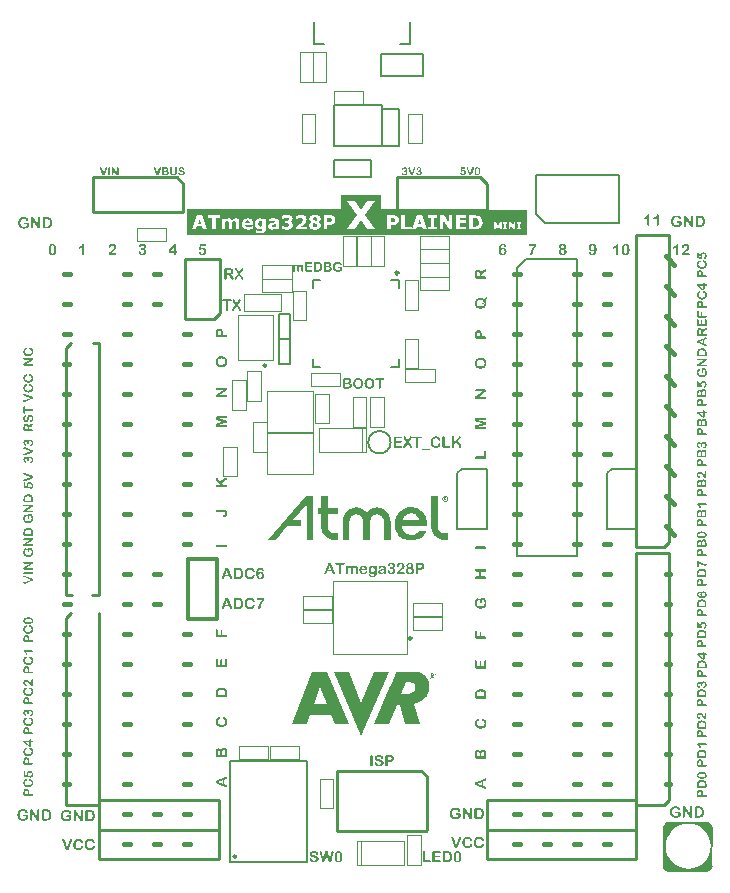
<source format=gto>
%FSLAX43Y43*%
%MOMM*%
G71*
G01*
G75*
G04 Layer_Color=65535*
%ADD10C,0.175*%
%ADD11C,0.200*%
%ADD12C,0.300*%
%ADD13C,0.175*%
%ADD14C,0.200*%
%ADD15C,0.300*%
%ADD16C,0.180*%
%ADD17C,0.400*%
%ADD18R,1.150X1.400*%
%ADD19R,1.000X0.950*%
%ADD20C,0.400*%
%ADD21R,0.400X1.350*%
%ADD22R,1.000X2.250*%
%ADD23R,0.300X0.850*%
%ADD24R,0.850X0.300*%
%ADD25R,5.200X5.200*%
%ADD26O,0.650X0.250*%
%ADD27O,0.250X0.650*%
%ADD28R,3.300X3.300*%
%ADD29R,1.050X0.650*%
%ADD30R,1.300X0.600*%
%ADD31R,1.200X1.200*%
%ADD32R,1.200X1.350*%
%ADD33R,0.800X0.650*%
%ADD34R,0.500X0.600*%
%ADD35R,0.950X1.000*%
%ADD36R,0.600X0.900*%
%ADD37R,0.650X0.800*%
%ADD38R,0.900X0.600*%
%ADD39C,0.150*%
%ADD40C,0.500*%
%ADD41R,0.900X0.300*%
%ADD42R,1.800X1.900*%
G04:AMPARAMS|DCode=43|XSize=1.05mm|YSize=1.25mm|CornerRadius=0.525mm|HoleSize=0mm|Usage=FLASHONLY|Rotation=180.000|XOffset=0mm|YOffset=0mm|HoleType=Round|Shape=RoundedRectangle|*
%AMROUNDEDRECTD43*
21,1,1.050,0.200,0,0,180.0*
21,1,0.000,1.250,0,0,180.0*
1,1,1.050,0.000,0.100*
1,1,1.050,0.000,0.100*
1,1,1.050,0.000,-0.100*
1,1,1.050,0.000,-0.100*
%
%ADD43ROUNDEDRECTD43*%
G04:AMPARAMS|DCode=44|XSize=2.1mm|YSize=1.9mm|CornerRadius=0.494mm|HoleSize=0mm|Usage=FLASHONLY|Rotation=180.000|XOffset=0mm|YOffset=0mm|HoleType=Round|Shape=RoundedRectangle|*
%AMROUNDEDRECTD44*
21,1,2.100,0.912,0,0,180.0*
21,1,1.112,1.900,0,0,180.0*
1,1,0.988,-0.556,0.456*
1,1,0.988,0.556,0.456*
1,1,0.988,0.556,-0.456*
1,1,0.988,-0.556,-0.456*
%
%ADD44ROUNDEDRECTD44*%
%ADD45R,1.700X1.700*%
%ADD46C,1.700*%
%ADD47R,1.700X1.700*%
%ADD48O,0.800X1.100*%
%ADD49C,1.524*%
%ADD50C,3.600*%
%ADD51C,0.550*%
%ADD52C,1.016*%
%ADD53O,1.250X1.450*%
%ADD54O,1.425X2.100*%
%ADD55C,1.600*%
G04:AMPARAMS|DCode=56|XSize=2.524mm|YSize=2.524mm|CornerRadius=0mm|HoleSize=0mm|Usage=FLASHONLY|Rotation=0.000|XOffset=0mm|YOffset=0mm|HoleType=Round|Shape=Relief|Width=0.254mm|Gap=0.254mm|Entries=4|*
%AMTHD56*
7,0,0,2.524,2.016,0.254,45*
%
%ADD56THD56*%
%ADD57C,1.250*%
G04:AMPARAMS|DCode=58|XSize=2.174mm|YSize=2.174mm|CornerRadius=0mm|HoleSize=0mm|Usage=FLASHONLY|Rotation=0.000|XOffset=0mm|YOffset=0mm|HoleType=Round|Shape=Relief|Width=0.254mm|Gap=0.254mm|Entries=4|*
%AMTHD58*
7,0,0,2.174,1.666,0.254,45*
%
%ADD58THD58*%
%ADD59C,0.850*%
%ADD60C,3.300*%
%ADD61C,0.800*%
%ADD62C,0.254*%
%ADD63C,0.250*%
%ADD64C,0.050*%
%ADD65C,0.100*%
%ADD66R,3.248X0.599*%
G36*
X59047Y42810D02*
X59064Y42809D01*
X59080Y42804D01*
X59081D01*
X59082Y42803D01*
X59091Y42799D01*
X59101Y42792D01*
X59112Y42782D01*
X59113Y42781D01*
X59115Y42780D01*
X59117Y42776D01*
X59121Y42772D01*
X59130Y42758D01*
X59140Y42742D01*
Y42740D01*
X59141Y42738D01*
X59144Y42734D01*
X59146Y42730D01*
X59150Y42722D01*
X59153Y42715D01*
X59162Y42697D01*
X59171Y42675D01*
X59181Y42651D01*
X59190Y42626D01*
X59198Y42601D01*
Y42600D01*
X59199Y42597D01*
Y42594D01*
X59200Y42589D01*
X59201Y42583D01*
X59204Y42576D01*
X59206Y42558D01*
X59210Y42536D01*
X59213Y42511D01*
X59214Y42483D01*
X59216Y42454D01*
Y42453D01*
Y42451D01*
Y42446D01*
Y42439D01*
X59214Y42430D01*
Y42421D01*
X59213Y42410D01*
X59212Y42399D01*
X59208Y42373D01*
X59204Y42344D01*
X59198Y42315D01*
X59188Y42286D01*
Y42285D01*
X59187Y42283D01*
X59184Y42279D01*
X59183Y42273D01*
X59180Y42267D01*
X59176Y42260D01*
X59166Y42242D01*
X59156Y42221D01*
X59141Y42200D01*
X59124Y42178D01*
X59105Y42156D01*
X59104D01*
X59103Y42154D01*
X59095Y42148D01*
X59083Y42138D01*
X59068Y42126D01*
X59050Y42112D01*
X59027Y42099D01*
X59002Y42086D01*
X58974Y42074D01*
X58973D01*
X58971Y42072D01*
X58967Y42071D01*
X58961Y42069D01*
X58954Y42068D01*
X58944Y42065D01*
X58934Y42063D01*
X58924Y42060D01*
X58898Y42054D01*
X58868Y42051D01*
X58836Y42047D01*
X58801Y42046D01*
X58786D01*
X58777Y42047D01*
X58767D01*
X58757Y42048D01*
X58745Y42050D01*
X58718Y42053D01*
X58691Y42058D01*
X58661Y42064D01*
X58631Y42074D01*
X58629D01*
X58627Y42075D01*
X58623Y42076D01*
X58617Y42078D01*
X58611Y42082D01*
X58603Y42086D01*
X58585Y42094D01*
X58564Y42106D01*
X58542Y42119D01*
X58520Y42136D01*
X58498Y42155D01*
X58497Y42156D01*
X58496Y42158D01*
X58490Y42165D01*
X58479Y42177D01*
X58467Y42192D01*
X58454Y42210D01*
X58441Y42233D01*
X58427Y42259D01*
X58415Y42286D01*
Y42287D01*
X58414Y42290D01*
X58413Y42295D01*
X58411Y42299D01*
X58408Y42308D01*
X58406Y42316D01*
X58403Y42326D01*
X58401Y42338D01*
X58396Y42363D01*
X58391Y42393D01*
X58388Y42427D01*
X58387Y42463D01*
Y42464D01*
Y42466D01*
Y42471D01*
Y42476D01*
X58388Y42483D01*
Y42492D01*
X58389Y42512D01*
X58393Y42534D01*
X58396Y42558D01*
X58402Y42583D01*
X58409Y42607D01*
Y42608D01*
X58411Y42609D01*
X58412Y42613D01*
X58413Y42618D01*
X58418Y42629D01*
X58424Y42643D01*
X58432Y42659D01*
X58442Y42675D01*
X58452Y42692D01*
X58464Y42708D01*
X58465Y42709D01*
X58470Y42714D01*
X58476Y42721D01*
X58484Y42730D01*
X58495Y42739D01*
X58507Y42749D01*
X58520Y42757D01*
X58533Y42766D01*
X58534Y42767D01*
X58539Y42769D01*
X58546Y42772D01*
X58555Y42776D01*
X58566Y42780D01*
X58576Y42782D01*
X58587Y42785D01*
X58598Y42786D01*
X58603D01*
X58609Y42785D01*
X58616Y42784D01*
X58625Y42780D01*
X58633Y42776D01*
X58643Y42770D01*
X58651Y42763D01*
X58652Y42762D01*
X58655Y42760D01*
X58658Y42755D01*
X58662Y42748D01*
X58665Y42740D01*
X58669Y42731D01*
X58671Y42720D01*
X58673Y42709D01*
Y42708D01*
Y42705D01*
Y42703D01*
X58671Y42698D01*
X58669Y42686D01*
X58664Y42674D01*
Y42673D01*
X58663Y42672D01*
X58658Y42665D01*
X58651Y42656D01*
X58641Y42648D01*
X58639Y42647D01*
X58633Y42643D01*
X58625Y42637D01*
X58614Y42630D01*
X58591Y42614D01*
X58579Y42606D01*
X58569Y42597D01*
X58568Y42596D01*
X58566Y42594D01*
X58561Y42589D01*
X58555Y42583D01*
X58549Y42575D01*
X58542Y42565D01*
X58534Y42554D01*
X58528Y42541D01*
X58527Y42540D01*
X58526Y42535D01*
X58524Y42526D01*
X58520Y42517D01*
X58516Y42504D01*
X58514Y42488D01*
X58513Y42470D01*
X58512Y42451D01*
Y42450D01*
Y42448D01*
Y42441D01*
X58513Y42430D01*
X58514Y42417D01*
X58516Y42402D01*
X58520Y42385D01*
X58525Y42367D01*
X58532Y42350D01*
X58533Y42347D01*
X58536Y42343D01*
X58540Y42334D01*
X58546Y42325D01*
X58554Y42313D01*
X58564Y42299D01*
X58575Y42286D01*
X58588Y42274D01*
X58590Y42273D01*
X58594Y42269D01*
X58603Y42263D01*
X58614Y42256D01*
X58626Y42249D01*
X58641Y42241D01*
X58659Y42233D01*
X58679Y42226D01*
X58681Y42225D01*
X58688Y42224D01*
X58699Y42221D01*
X58713Y42219D01*
X58730Y42215D01*
X58751Y42213D01*
X58773Y42212D01*
X58798Y42210D01*
X58811D01*
X58820Y42212D01*
X58832Y42213D01*
X58846Y42214D01*
X58861Y42215D01*
X58877Y42219D01*
X58912Y42226D01*
X58948Y42237D01*
X58966Y42244D01*
X58983Y42254D01*
X58999Y42263D01*
X59014Y42274D01*
X59015Y42275D01*
X59017Y42278D01*
X59021Y42281D01*
X59026Y42286D01*
X59032Y42293D01*
X59038Y42301D01*
X59045Y42310D01*
X59051Y42321D01*
X59058Y42333D01*
X59065Y42347D01*
X59071Y42362D01*
X59077Y42379D01*
X59082Y42396D01*
X59086Y42415D01*
X59088Y42434D01*
X59089Y42456D01*
Y42457D01*
Y42458D01*
Y42465D01*
X59088Y42476D01*
X59087Y42490D01*
X59086Y42506D01*
X59083Y42524D01*
X59080Y42542D01*
X59075Y42561D01*
X59074Y42564D01*
X59073Y42570D01*
X59069Y42579D01*
X59064Y42593D01*
X59058Y42608D01*
X59051Y42625D01*
X59043Y42643D01*
X59033Y42662D01*
X58903D01*
Y42536D01*
Y42534D01*
Y42529D01*
X58902Y42520D01*
Y42511D01*
X58897Y42488D01*
X58895Y42476D01*
X58890Y42466D01*
X58889Y42465D01*
X58888Y42463D01*
X58884Y42459D01*
X58879Y42456D01*
X58873Y42451D01*
X58865Y42447D01*
X58855Y42445D01*
X58844Y42444D01*
X58840D01*
X58835Y42445D01*
X58829Y42446D01*
X58822Y42448D01*
X58814Y42452D01*
X58807Y42457D01*
X58800Y42463D01*
X58799Y42464D01*
X58798Y42466D01*
X58794Y42471D01*
X58790Y42477D01*
X58788Y42484D01*
X58784Y42494D01*
X58783Y42504D01*
X58782Y42516D01*
Y42701D01*
Y42702D01*
Y42707D01*
Y42713D01*
X58783Y42720D01*
X58784Y42739D01*
X58788Y42757D01*
Y42758D01*
X58789Y42761D01*
X58790Y42766D01*
X58794Y42772D01*
X58798Y42778D01*
X58802Y42784D01*
X58808Y42790D01*
X58816Y42796D01*
X58817Y42797D01*
X58819Y42798D01*
X58824Y42800D01*
X58831Y42804D01*
X58840Y42806D01*
X58850Y42809D01*
X58862Y42810D01*
X58877Y42811D01*
X59041D01*
X59047Y42810D01*
D02*
G37*
G36*
X58938Y41731D02*
X58946Y41730D01*
X58966Y41728D01*
X58987Y41724D01*
X59011Y41717D01*
X59037Y41708D01*
X59062Y41696D01*
X59063D01*
X59064Y41695D01*
X59068Y41693D01*
X59073Y41689D01*
X59085Y41682D01*
X59099Y41670D01*
X59116Y41655D01*
X59133Y41637D01*
X59150Y41617D01*
X59165Y41593D01*
Y41592D01*
X59166Y41591D01*
X59169Y41586D01*
X59171Y41581D01*
X59174Y41575D01*
X59177Y41568D01*
X59183Y41548D01*
X59190Y41527D01*
X59196Y41500D01*
X59201Y41470D01*
X59202Y41439D01*
Y41438D01*
Y41434D01*
Y41430D01*
X59201Y41424D01*
Y41415D01*
X59200Y41406D01*
X59198Y41383D01*
X59194Y41357D01*
X59187Y41331D01*
X59178Y41305D01*
X59166Y41281D01*
Y41279D01*
X59165Y41278D01*
X59160Y41271D01*
X59152Y41260D01*
X59142Y41247D01*
X59130Y41233D01*
X59116Y41218D01*
X59100Y41205D01*
X59083Y41194D01*
X59081Y41193D01*
X59075Y41190D01*
X59067Y41186D01*
X59056Y41182D01*
X59043Y41177D01*
X59029Y41172D01*
X59015Y41170D01*
X59002Y41169D01*
X58998D01*
X58995Y41170D01*
X58989Y41171D01*
X58977Y41176D01*
X58969Y41180D01*
X58962Y41186D01*
X58961Y41187D01*
X58959Y41189D01*
X58956Y41193D01*
X58953Y41198D01*
X58949Y41205D01*
X58945Y41212D01*
X58944Y41221D01*
X58943Y41230D01*
Y41233D01*
X58944Y41237D01*
X58945Y41246D01*
X58949Y41257D01*
X58956Y41267D01*
X58966Y41279D01*
X58978Y41289D01*
X58986Y41294D01*
X58996Y41299D01*
X58998Y41300D01*
X59004Y41302D01*
X59013Y41308D01*
X59023Y41314D01*
X59035Y41324D01*
X59047Y41333D01*
X59061Y41345D01*
X59071Y41359D01*
X59073Y41360D01*
X59075Y41365D01*
X59080Y41373D01*
X59085Y41383D01*
X59089Y41396D01*
X59094Y41409D01*
X59097Y41425D01*
X59098Y41442D01*
Y41444D01*
Y41449D01*
X59097Y41456D01*
X59095Y41467D01*
X59093Y41478D01*
X59088Y41491D01*
X59083Y41503D01*
X59076Y41515D01*
X59075Y41516D01*
X59073Y41520D01*
X59068Y41526D01*
X59061Y41533D01*
X59052Y41541D01*
X59041Y41550D01*
X59029Y41557D01*
X59016Y41564D01*
X59015Y41565D01*
X59009Y41567D01*
X59002Y41570D01*
X58991Y41574D01*
X58978Y41576D01*
X58963Y41580D01*
X58948Y41581D01*
X58930Y41582D01*
X58921D01*
X58910Y41581D01*
X58898Y41580D01*
X58884Y41577D01*
X58870Y41574D01*
X58854Y41569D01*
X58840Y41563D01*
X58838Y41562D01*
X58834Y41559D01*
X58826Y41556D01*
X58819Y41550D01*
X58810Y41542D01*
X58800Y41534D01*
X58792Y41524D01*
X58784Y41514D01*
X58783Y41512D01*
X58781Y41508D01*
X58778Y41502D01*
X58775Y41493D01*
X58771Y41482D01*
X58767Y41472D01*
X58766Y41458D01*
X58765Y41444D01*
Y41442D01*
Y41437D01*
Y41428D01*
X58766Y41418D01*
X58770Y41396D01*
X58773Y41385D01*
X58777Y41377D01*
Y41375D01*
X58780Y41373D01*
X58782Y41368D01*
X58787Y41362D01*
X58793Y41354D01*
X58800Y41343D01*
X58808Y41331D01*
X58818Y41318D01*
X58819Y41317D01*
X58823Y41312D01*
X58826Y41305D01*
X58831Y41296D01*
X58837Y41285D01*
X58841Y41276D01*
X58844Y41265D01*
X58846Y41255D01*
Y41254D01*
Y41251D01*
X58844Y41246D01*
X58843Y41240D01*
X58841Y41233D01*
X58837Y41224D01*
X58832Y41216D01*
X58826Y41207D01*
X58825Y41206D01*
X58823Y41204D01*
X58819Y41201D01*
X58813Y41198D01*
X58800Y41190D01*
X58792Y41188D01*
X58783Y41187D01*
X58781D01*
X58777Y41188D01*
X58772D01*
X58766Y41189D01*
X58757Y41190D01*
X58746Y41193D01*
X58484Y41239D01*
X58482D01*
X58477Y41240D01*
X58468Y41242D01*
X58458Y41246D01*
X58435Y41254D01*
X58425Y41260D01*
X58415Y41267D01*
X58414Y41269D01*
X58412Y41271D01*
X58408Y41277D01*
X58405Y41284D01*
X58401Y41293D01*
X58397Y41305D01*
X58395Y41319D01*
X58394Y41336D01*
Y41624D01*
Y41625D01*
Y41628D01*
Y41633D01*
X58395Y41637D01*
X58397Y41651D01*
X58402Y41667D01*
X58409Y41683D01*
X58421Y41696D01*
X58429Y41701D01*
X58438Y41706D01*
X58448Y41708D01*
X58460Y41709D01*
X58465D01*
X58470Y41708D01*
X58476Y41707D01*
X58483Y41705D01*
X58491Y41700D01*
X58498Y41695D01*
X58506Y41688D01*
X58507Y41687D01*
X58508Y41684D01*
X58510Y41679D01*
X58514Y41672D01*
X58518Y41664D01*
X58520Y41654D01*
X58521Y41642D01*
X58522Y41628D01*
Y41367D01*
X58700Y41336D01*
Y41337D01*
X58698Y41339D01*
X58697Y41343D01*
X58693Y41349D01*
X58691Y41356D01*
X58687Y41363D01*
X58679Y41383D01*
X58671Y41406D01*
X58664Y41430D01*
X58659Y41455D01*
X58658Y41480D01*
Y41481D01*
Y41482D01*
Y41488D01*
X58659Y41499D01*
X58661Y41511D01*
X58663Y41527D01*
X58667Y41542D01*
X58671Y41561D01*
X58679Y41577D01*
X58680Y41580D01*
X58682Y41586D01*
X58687Y41594D01*
X58693Y41605D01*
X58700Y41618D01*
X58710Y41631D01*
X58721Y41645D01*
X58733Y41658D01*
X58734Y41659D01*
X58739Y41664D01*
X58746Y41670D01*
X58755Y41678D01*
X58769Y41687D01*
X58782Y41695D01*
X58799Y41705D01*
X58816Y41712D01*
X58818Y41713D01*
X58824Y41715D01*
X58834Y41718D01*
X58846Y41723D01*
X58861Y41726D01*
X58878Y41729D01*
X58897Y41731D01*
X58918Y41732D01*
X58931D01*
X58938Y41731D01*
D02*
G37*
G36*
X58826Y44504D02*
X58843D01*
X58864Y44502D01*
X58886Y44499D01*
X58909Y44497D01*
X58932Y44492D01*
X58934D01*
X58942Y44490D01*
X58954Y44487D01*
X58967Y44482D01*
X58984Y44478D01*
X59002Y44470D01*
X59021Y44463D01*
X59039Y44454D01*
X59041Y44452D01*
X59047Y44449D01*
X59056Y44443D01*
X59068Y44436D01*
X59081Y44426D01*
X59095Y44414D01*
X59111Y44401D01*
X59126Y44386D01*
X59127Y44385D01*
X59130Y44380D01*
X59135Y44374D01*
X59142Y44366D01*
X59150Y44355D01*
X59158Y44343D01*
X59172Y44315D01*
X59174Y44314D01*
X59175Y44308D01*
X59178Y44301D01*
X59182Y44290D01*
X59186Y44278D01*
X59189Y44264D01*
X59193Y44249D01*
X59196Y44232D01*
Y44230D01*
X59198Y44225D01*
X59199Y44216D01*
Y44204D01*
X59200Y44189D01*
X59201Y44172D01*
X59202Y44154D01*
Y44134D01*
Y43921D01*
Y43919D01*
Y43914D01*
X59201Y43906D01*
Y43896D01*
X59196Y43874D01*
X59194Y43864D01*
X59189Y43854D01*
X59188Y43853D01*
X59187Y43850D01*
X59180Y43842D01*
X59168Y43832D01*
X59160Y43829D01*
X59152Y43825D01*
X59151D01*
X59147Y43824D01*
X59142Y43823D01*
X59135D01*
X59126Y43822D01*
X59115Y43820D01*
X59103Y43819D01*
X58491D01*
X58482Y43820D01*
X58471Y43822D01*
X58459Y43825D01*
X58446Y43829D01*
X58433Y43835D01*
X58424Y43842D01*
X58423Y43843D01*
X58420Y43847D01*
X58417Y43853D01*
X58412Y43860D01*
X58407Y43871D01*
X58403Y43884D01*
X58401Y43900D01*
X58400Y43918D01*
Y44130D01*
Y44132D01*
Y44134D01*
Y44139D01*
Y44145D01*
Y44152D01*
X58401Y44159D01*
X58402Y44180D01*
X58403Y44201D01*
X58406Y44225D01*
X58411Y44249D01*
X58415Y44272D01*
Y44273D01*
X58417Y44275D01*
X58419Y44282D01*
X58423Y44294D01*
X58429Y44308D01*
X58436Y44324D01*
X58447Y44342D01*
X58459Y44361D01*
X58473Y44379D01*
X58474Y44380D01*
X58478Y44385D01*
X58484Y44391D01*
X58494Y44398D01*
X58504Y44408D01*
X58519Y44419D01*
X58534Y44431D01*
X58554Y44443D01*
X58575Y44454D01*
X58599Y44466D01*
X58627Y44476D01*
X58656Y44486D01*
X58688Y44493D01*
X58723Y44500D01*
X58760Y44504D01*
X58800Y44505D01*
X58812D01*
X58826Y44504D01*
D02*
G37*
G36*
X59128Y43639D02*
X59135Y43638D01*
X59144Y43635D01*
X59163Y43629D01*
X59174Y43625D01*
X59182Y43619D01*
X59192Y43611D01*
X59199Y43603D01*
X59206Y43593D01*
X59211Y43581D01*
X59214Y43568D01*
X59216Y43552D01*
Y43551D01*
Y43549D01*
Y43545D01*
X59214Y43539D01*
X59212Y43527D01*
X59208Y43513D01*
Y43512D01*
X59207Y43509D01*
X59206Y43507D01*
X59204Y43502D01*
X59198Y43491D01*
X59189Y43479D01*
X59188Y43478D01*
X59187Y43477D01*
X59181Y43471D01*
X59170Y43461D01*
X59158Y43452D01*
X59157D01*
X59154Y43449D01*
X59151Y43447D01*
X59146Y43443D01*
X59135Y43435D01*
X59121Y43425D01*
X58653Y43121D01*
X59130D01*
X59139Y43120D01*
X59148Y43119D01*
X59160Y43116D01*
X59171Y43112D01*
X59183Y43107D01*
X59193Y43100D01*
X59194Y43098D01*
X59196Y43096D01*
X59200Y43091D01*
X59204Y43085D01*
X59208Y43077D01*
X59212Y43067D01*
X59214Y43056D01*
X59216Y43044D01*
Y43043D01*
Y43038D01*
X59214Y43032D01*
X59213Y43024D01*
X59210Y43015D01*
X59206Y43006D01*
X59200Y42997D01*
X59193Y42989D01*
X59192Y42988D01*
X59188Y42985D01*
X59183Y42983D01*
X59175Y42979D01*
X59165Y42975D01*
X59153Y42972D01*
X59139Y42970D01*
X59123Y42969D01*
X58491D01*
X58483Y42970D01*
X58462Y42972D01*
X58453Y42975D01*
X58443Y42977D01*
X58442D01*
X58438Y42979D01*
X58435Y42982D01*
X58429Y42985D01*
X58421Y42989D01*
X58415Y42995D01*
X58408Y43002D01*
X58402Y43011D01*
X58401Y43012D01*
X58400Y43015D01*
X58397Y43020D01*
X58394Y43026D01*
X58391Y43035D01*
X58389Y43043D01*
X58388Y43054D01*
X58387Y43064D01*
Y43065D01*
Y43067D01*
Y43071D01*
X58388Y43077D01*
X58389Y43089D01*
X58394Y43101D01*
Y43102D01*
X58395Y43103D01*
X58399Y43110D01*
X58405Y43119D01*
X58413Y43128D01*
X58415Y43131D01*
X58421Y43136D01*
X58431Y43144D01*
X58444Y43152D01*
X58446D01*
X58448Y43155D01*
X58452Y43157D01*
X58456Y43160D01*
X58470Y43168D01*
X58484Y43178D01*
X58956Y43491D01*
X58473D01*
X58465Y43492D01*
X58454Y43494D01*
X58443Y43496D01*
X58431Y43500D01*
X58420Y43504D01*
X58411Y43510D01*
X58409Y43512D01*
X58407Y43514D01*
X58403Y43519D01*
X58399Y43525D01*
X58394Y43532D01*
X58390Y43542D01*
X58388Y43552D01*
X58387Y43564D01*
Y43566D01*
Y43570D01*
X58388Y43577D01*
X58389Y43585D01*
X58393Y43593D01*
X58396Y43603D01*
X58402Y43611D01*
X58411Y43620D01*
X58412Y43621D01*
X58415Y43623D01*
X58420Y43626D01*
X58427Y43631D01*
X58437Y43634D01*
X58449Y43637D01*
X58464Y43639D01*
X58480Y43640D01*
X59121D01*
X59128Y43639D01*
D02*
G37*
G36*
X58985Y41055D02*
X59002Y41051D01*
X59020Y41048D01*
X59040Y41041D01*
X59062Y41033D01*
X59082Y41021D01*
X59085Y41020D01*
X59091Y41015D01*
X59100Y41007D01*
X59112Y40996D01*
X59126Y40983D01*
X59139Y40967D01*
X59151Y40948D01*
X59162Y40927D01*
X59163Y40926D01*
X59164Y40921D01*
X59166Y40913D01*
X59170Y40903D01*
X59174Y40891D01*
X59177Y40877D01*
X59181Y40861D01*
X59183Y40843D01*
Y40841D01*
X59184Y40835D01*
X59186Y40825D01*
Y40812D01*
X59187Y40795D01*
X59188Y40777D01*
X59189Y40756D01*
Y40733D01*
Y40488D01*
Y40485D01*
Y40479D01*
X59188Y40470D01*
X59187Y40458D01*
X59183Y40446D01*
X59180Y40432D01*
X59174Y40420D01*
X59166Y40411D01*
X59165Y40410D01*
X59162Y40407D01*
X59156Y40404D01*
X59148Y40400D01*
X59138Y40396D01*
X59124Y40393D01*
X59109Y40390D01*
X59091Y40389D01*
X58478D01*
X58468Y40390D01*
X58458Y40392D01*
X58444Y40395D01*
X58432Y40399D01*
X58420Y40405D01*
X58411Y40412D01*
X58409Y40413D01*
X58407Y40417D01*
X58403Y40422D01*
X58399Y40430D01*
X58394Y40441D01*
X58390Y40454D01*
X58388Y40470D01*
X58387Y40488D01*
Y40747D01*
Y40748D01*
Y40750D01*
Y40757D01*
Y40768D01*
X58388Y40781D01*
Y40796D01*
X58389Y40813D01*
X58391Y40830D01*
X58394Y40847D01*
Y40849D01*
X58395Y40854D01*
X58397Y40862D01*
X58400Y40872D01*
X58403Y40884D01*
X58408Y40896D01*
X58414Y40909D01*
X58421Y40923D01*
X58423Y40924D01*
X58424Y40927D01*
X58429Y40933D01*
X58433Y40939D01*
X58439Y40948D01*
X58447Y40956D01*
X58465Y40973D01*
X58466Y40974D01*
X58470Y40977D01*
X58474Y40980D01*
X58482Y40985D01*
X58490Y40991D01*
X58500Y40996D01*
X58522Y41005D01*
X58524D01*
X58527Y41008D01*
X58534Y41009D01*
X58543Y41011D01*
X58552Y41014D01*
X58563Y41015D01*
X58588Y41017D01*
X58593D01*
X58600Y41016D01*
X58608Y41015D01*
X58619Y41014D01*
X58629Y41011D01*
X58643Y41008D01*
X58656Y41003D01*
X58670Y40996D01*
X58685Y40989D01*
X58699Y40979D01*
X58713Y40967D01*
X58728Y40953D01*
X58741Y40937D01*
X58754Y40919D01*
X58765Y40897D01*
Y40900D01*
X58767Y40905D01*
X58771Y40912D01*
X58775Y40923D01*
X58781Y40935D01*
X58789Y40948D01*
X58798Y40962D01*
X58808Y40977D01*
X58820Y40991D01*
X58835Y41005D01*
X58852Y41019D01*
X58868Y41031D01*
X58889Y41041D01*
X58910Y41049D01*
X58934Y41055D01*
X58961Y41056D01*
X58972D01*
X58985Y41055D01*
D02*
G37*
G36*
X58996Y38554D02*
X59013Y38551D01*
X59031Y38547D01*
X59051Y38541D01*
X59073Y38533D01*
X59093Y38520D01*
X59095Y38519D01*
X59101Y38514D01*
X59111Y38506D01*
X59123Y38495D01*
X59136Y38482D01*
X59150Y38466D01*
X59162Y38447D01*
X59172Y38427D01*
X59174Y38426D01*
X59175Y38421D01*
X59177Y38412D01*
X59181Y38403D01*
X59184Y38391D01*
X59188Y38376D01*
X59192Y38361D01*
X59194Y38343D01*
Y38340D01*
X59195Y38334D01*
X59196Y38325D01*
Y38311D01*
X59198Y38295D01*
X59199Y38277D01*
X59200Y38255D01*
Y38232D01*
Y37987D01*
Y37985D01*
Y37979D01*
X59199Y37969D01*
X59198Y37957D01*
X59194Y37945D01*
X59190Y37932D01*
X59184Y37920D01*
X59177Y37910D01*
X59176Y37909D01*
X59172Y37907D01*
X59166Y37903D01*
X59159Y37899D01*
X59148Y37896D01*
X59135Y37892D01*
X59120Y37890D01*
X59101Y37889D01*
X58489D01*
X58479Y37890D01*
X58468Y37891D01*
X58455Y37895D01*
X58443Y37898D01*
X58431Y37904D01*
X58421Y37911D01*
X58420Y37913D01*
X58418Y37916D01*
X58414Y37921D01*
X58409Y37929D01*
X58405Y37940D01*
X58401Y37953D01*
X58399Y37969D01*
X58397Y37987D01*
Y38247D01*
Y38248D01*
Y38249D01*
Y38256D01*
Y38267D01*
X58399Y38280D01*
Y38296D01*
X58400Y38313D01*
X58402Y38329D01*
X58405Y38346D01*
Y38349D01*
X58406Y38353D01*
X58408Y38362D01*
X58411Y38372D01*
X58414Y38384D01*
X58419Y38396D01*
X58425Y38409D01*
X58432Y38422D01*
X58433Y38423D01*
X58435Y38427D01*
X58439Y38433D01*
X58444Y38439D01*
X58450Y38447D01*
X58458Y38456D01*
X58476Y38472D01*
X58477Y38474D01*
X58480Y38476D01*
X58485Y38480D01*
X58492Y38484D01*
X58501Y38490D01*
X58510Y38495D01*
X58533Y38505D01*
X58534D01*
X58538Y38507D01*
X58545Y38508D01*
X58554Y38511D01*
X58563Y38513D01*
X58574Y38514D01*
X58599Y38517D01*
X58604D01*
X58611Y38516D01*
X58619Y38514D01*
X58629Y38513D01*
X58640Y38511D01*
X58653Y38507D01*
X58667Y38502D01*
X58681Y38495D01*
X58695Y38488D01*
X58710Y38478D01*
X58724Y38466D01*
X58739Y38452D01*
X58752Y38436D01*
X58765Y38418D01*
X58776Y38397D01*
Y38399D01*
X58778Y38404D01*
X58782Y38411D01*
X58786Y38422D01*
X58792Y38434D01*
X58800Y38447D01*
X58808Y38462D01*
X58819Y38476D01*
X58831Y38490D01*
X58846Y38505D01*
X58862Y38518D01*
X58879Y38530D01*
X58900Y38541D01*
X58921Y38548D01*
X58945Y38554D01*
X58972Y38555D01*
X58983D01*
X58996Y38554D01*
D02*
G37*
G36*
X58659Y37753D02*
X58669Y37752D01*
X58681Y37750D01*
X58694Y37748D01*
X58709Y37744D01*
X58739Y37736D01*
X58754Y37730D01*
X58769Y37722D01*
X58784Y37713D01*
X58799Y37704D01*
X58812Y37692D01*
X58825Y37678D01*
X58826Y37677D01*
X58828Y37675D01*
X58831Y37670D01*
X58835Y37664D01*
X58840Y37657D01*
X58844Y37647D01*
X58850Y37635D01*
X58856Y37622D01*
X58862Y37606D01*
X58868Y37589D01*
X58873Y37571D01*
X58878Y37551D01*
X58882Y37529D01*
X58885Y37505D01*
X58886Y37480D01*
X58888Y37452D01*
Y37305D01*
X59123D01*
X59132Y37303D01*
X59142Y37302D01*
X59154Y37299D01*
X59166Y37295D01*
X59178Y37289D01*
X59189Y37281D01*
X59190Y37279D01*
X59193Y37277D01*
X59196Y37271D01*
X59201Y37265D01*
X59206Y37257D01*
X59210Y37247D01*
X59212Y37235D01*
X59213Y37223D01*
Y37222D01*
Y37217D01*
X59212Y37211D01*
X59210Y37203D01*
X59207Y37193D01*
X59204Y37183D01*
X59198Y37174D01*
X59189Y37164D01*
X59188Y37163D01*
X59184Y37160D01*
X59178Y37157D01*
X59170Y37153D01*
X59160Y37150D01*
X59147Y37146D01*
X59133Y37144D01*
X59116Y37142D01*
X58489D01*
X58479Y37144D01*
X58468Y37146D01*
X58455Y37148D01*
X58443Y37152D01*
X58431Y37158D01*
X58421Y37166D01*
X58420Y37168D01*
X58418Y37171D01*
X58414Y37177D01*
X58409Y37186D01*
X58405Y37197D01*
X58401Y37210D01*
X58399Y37225D01*
X58397Y37245D01*
Y37454D01*
Y37455D01*
Y37457D01*
Y37462D01*
Y37469D01*
Y37476D01*
X58399Y37486D01*
Y37506D01*
X58401Y37529D01*
X58403Y37552D01*
X58407Y37575D01*
X58412Y37595D01*
X58413Y37598D01*
X58414Y37604D01*
X58418Y37613D01*
X58423Y37624D01*
X58430Y37637D01*
X58437Y37652D01*
X58448Y37666D01*
X58459Y37681D01*
X58460Y37682D01*
X58465Y37687D01*
X58471Y37693D01*
X58480Y37701D01*
X58491Y37710D01*
X58504Y37719D01*
X58519Y37728D01*
X58536Y37735D01*
X58538Y37736D01*
X58544Y37738D01*
X58554Y37741D01*
X58566Y37744D01*
X58581Y37748D01*
X58598Y37752D01*
X58617Y37753D01*
X58639Y37754D01*
X58651D01*
X58659Y37753D01*
D02*
G37*
G36*
X58649Y40253D02*
X58658Y40252D01*
X58670Y40251D01*
X58683Y40249D01*
X58698Y40245D01*
X58728Y40237D01*
X58743Y40231D01*
X58758Y40222D01*
X58773Y40214D01*
X58788Y40204D01*
X58801Y40192D01*
X58814Y40179D01*
X58816Y40178D01*
X58817Y40175D01*
X58820Y40170D01*
X58824Y40164D01*
X58829Y40157D01*
X58834Y40148D01*
X58840Y40136D01*
X58846Y40122D01*
X58852Y40107D01*
X58858Y40090D01*
X58862Y40072D01*
X58867Y40052D01*
X58871Y40030D01*
X58874Y40006D01*
X58876Y39981D01*
X58877Y39953D01*
Y39805D01*
X59112D01*
X59121Y39804D01*
X59132Y39803D01*
X59144Y39799D01*
X59156Y39796D01*
X59168Y39790D01*
X59178Y39781D01*
X59180Y39780D01*
X59182Y39778D01*
X59186Y39772D01*
X59190Y39766D01*
X59195Y39757D01*
X59199Y39748D01*
X59201Y39736D01*
X59202Y39724D01*
Y39722D01*
Y39718D01*
X59201Y39712D01*
X59199Y39703D01*
X59196Y39694D01*
X59193Y39684D01*
X59187Y39674D01*
X59178Y39665D01*
X59177Y39663D01*
X59174Y39661D01*
X59168Y39657D01*
X59159Y39654D01*
X59150Y39650D01*
X59136Y39647D01*
X59122Y39644D01*
X59105Y39643D01*
X58478D01*
X58468Y39644D01*
X58458Y39647D01*
X58444Y39649D01*
X58432Y39653D01*
X58420Y39659D01*
X58411Y39667D01*
X58409Y39668D01*
X58407Y39672D01*
X58403Y39678D01*
X58399Y39686D01*
X58394Y39697D01*
X58390Y39710D01*
X58388Y39726D01*
X58387Y39745D01*
Y39954D01*
Y39955D01*
Y39958D01*
Y39963D01*
Y39970D01*
Y39977D01*
X58388Y39987D01*
Y40007D01*
X58390Y40030D01*
X58393Y40053D01*
X58396Y40076D01*
X58401Y40096D01*
X58402Y40098D01*
X58403Y40104D01*
X58407Y40114D01*
X58412Y40125D01*
X58419Y40138D01*
X58426Y40152D01*
X58437Y40167D01*
X58448Y40181D01*
X58449Y40182D01*
X58454Y40187D01*
X58460Y40193D01*
X58470Y40202D01*
X58480Y40210D01*
X58494Y40220D01*
X58508Y40228D01*
X58525Y40235D01*
X58527Y40237D01*
X58533Y40239D01*
X58543Y40241D01*
X58555Y40245D01*
X58570Y40249D01*
X58587Y40252D01*
X58606Y40253D01*
X58628Y40255D01*
X58640D01*
X58649Y40253D01*
D02*
G37*
G36*
X58979Y39253D02*
X58985Y39252D01*
X58993Y39250D01*
X59001Y39245D01*
X59008Y39240D01*
X59014Y39233D01*
Y39232D01*
X59016Y39229D01*
X59019Y39225D01*
X59021Y39217D01*
X59023Y39209D01*
X59026Y39198D01*
X59027Y39185D01*
X59028Y39170D01*
Y39138D01*
X59138D01*
X59145Y39137D01*
X59154Y39136D01*
X59164Y39133D01*
X59175Y39130D01*
X59184Y39125D01*
X59193Y39119D01*
X59194Y39118D01*
X59196Y39115D01*
X59199Y39112D01*
X59202Y39106D01*
X59207Y39098D01*
X59210Y39090D01*
X59212Y39080D01*
X59213Y39070D01*
Y39068D01*
Y39065D01*
X59212Y39059D01*
X59211Y39052D01*
X59208Y39043D01*
X59205Y39035D01*
X59200Y39026D01*
X59193Y39019D01*
X59192Y39018D01*
X59189Y39017D01*
X59183Y39013D01*
X59177Y39011D01*
X59168Y39007D01*
X59157Y39003D01*
X59145Y39002D01*
X59130Y39001D01*
X59028D01*
Y38726D01*
Y38724D01*
Y38718D01*
X59027Y38708D01*
X59026Y38697D01*
X59022Y38684D01*
X59019Y38671D01*
X59013Y38659D01*
X59005Y38648D01*
X59004Y38647D01*
X59001Y38644D01*
X58996Y38639D01*
X58989Y38635D01*
X58979Y38630D01*
X58968Y38625D01*
X58956Y38623D01*
X58942Y38621D01*
X58934D01*
X58928Y38623D01*
X58920Y38625D01*
X58918Y38626D01*
X58913Y38629D01*
X58907Y38632D01*
X58898Y38637D01*
X58896Y38638D01*
X58891Y38642D01*
X58884Y38647D01*
X58876Y38653D01*
X58873Y38654D01*
X58867Y38659D01*
X58859Y38665D01*
X58848Y38673D01*
X58460Y38964D01*
X58459Y38965D01*
X58454Y38969D01*
X58447Y38973D01*
X58438Y38979D01*
X58420Y38995D01*
X58412Y39002D01*
X58405Y39009D01*
X58403Y39011D01*
X58402Y39013D01*
X58399Y39017D01*
X58395Y39023D01*
X58389Y39036D01*
X58388Y39044D01*
X58387Y39054D01*
Y39055D01*
Y39058D01*
Y39061D01*
X58388Y39067D01*
X58391Y39080D01*
X58399Y39096D01*
X58403Y39104D01*
X58409Y39112D01*
X58418Y39119D01*
X58427Y39125D01*
X58438Y39131D01*
X58452Y39134D01*
X58466Y39137D01*
X58483Y39138D01*
X58906D01*
Y39161D01*
Y39163D01*
Y39168D01*
Y39175D01*
X58907Y39185D01*
X58910Y39207D01*
X58914Y39219D01*
X58918Y39228D01*
Y39229D01*
X58920Y39232D01*
X58924Y39237D01*
X58928Y39241D01*
X58936Y39246D01*
X58944Y39251D01*
X58955Y39253D01*
X58968Y39255D01*
X58973D01*
X58979Y39253D01*
D02*
G37*
G36*
X59152Y45439D02*
X59159Y45438D01*
X59166Y45434D01*
X59175Y45430D01*
X59184Y45424D01*
X59193Y45416D01*
X59194Y45415D01*
X59196Y45412D01*
X59200Y45408D01*
X59204Y45400D01*
X59208Y45392D01*
X59212Y45382D01*
X59214Y45372D01*
X59216Y45360D01*
Y45358D01*
Y45356D01*
Y45352D01*
X59214Y45349D01*
X59212Y45338D01*
X59208Y45327D01*
X59207Y45325D01*
X59204Y45320D01*
X59199Y45311D01*
X59190Y45304D01*
X59188Y45303D01*
X59181Y45298D01*
X59170Y45291D01*
X59154Y45284D01*
X59153D01*
X59151Y45283D01*
X59146Y45280D01*
X59140Y45278D01*
X59126Y45272D01*
X59111Y45266D01*
X59010Y45227D01*
Y44901D01*
X59113Y44862D01*
X59115D01*
X59116Y44861D01*
X59123Y44859D01*
X59134Y44855D01*
X59146Y44849D01*
X59160Y44843D01*
X59174Y44837D01*
X59186Y44830D01*
X59195Y44824D01*
X59196Y44823D01*
X59199Y44821D01*
X59201Y44817D01*
X59205Y44812D01*
X59210Y44804D01*
X59212Y44795D01*
X59214Y44784D01*
X59216Y44772D01*
Y44771D01*
Y44767D01*
X59214Y44761D01*
X59213Y44754D01*
X59211Y44746D01*
X59206Y44737D01*
X59201Y44728D01*
X59194Y44718D01*
X59193Y44717D01*
X59190Y44714D01*
X59186Y44711D01*
X59180Y44707D01*
X59171Y44702D01*
X59163Y44699D01*
X59153Y44696D01*
X59144Y44695D01*
X59141D01*
X59133Y44696D01*
X59122Y44698D01*
X59110Y44700D01*
X59109D01*
X59106Y44701D01*
X59103Y44702D01*
X59097Y44705D01*
X59089Y44707D01*
X59081Y44710D01*
X59071Y44714D01*
X59061Y44718D01*
X58539Y44923D01*
X58538D01*
X58536Y44925D01*
X58531Y44927D01*
X58525Y44929D01*
X58516Y44932D01*
X58508Y44935D01*
X58486Y44944D01*
X58485Y44945D01*
X58480Y44946D01*
X58476Y44949D01*
X58467Y44952D01*
X58450Y44961D01*
X58433Y44970D01*
X58432Y44971D01*
X58430Y44973D01*
X58426Y44976D01*
X58421Y44980D01*
X58411Y44992D01*
X58400Y45008D01*
X58399Y45009D01*
X58397Y45011D01*
X58395Y45017D01*
X58393Y45023D01*
X58390Y45032D01*
X58389Y45041D01*
X58387Y45052D01*
Y45064D01*
Y45065D01*
Y45070D01*
X58388Y45076D01*
Y45083D01*
X58393Y45102D01*
X58395Y45112D01*
X58400Y45120D01*
Y45122D01*
X58402Y45124D01*
X58405Y45129D01*
X58409Y45134D01*
X58419Y45146D01*
X58433Y45157D01*
X58435Y45158D01*
X58437Y45159D01*
X58441Y45161D01*
X58447Y45165D01*
X58460Y45173D01*
X58477Y45181D01*
X58478D01*
X58480Y45182D01*
X58486Y45184D01*
X58494Y45188D01*
X58502Y45190D01*
X58513Y45195D01*
X58525Y45200D01*
X58539Y45205D01*
X59056Y45415D01*
X59057D01*
X59058Y45416D01*
X59065Y45418D01*
X59076Y45423D01*
X59088Y45428D01*
X59103Y45432D01*
X59117Y45436D01*
X59130Y45439D01*
X59142Y45440D01*
X59147D01*
X59152Y45439D01*
D02*
G37*
G36*
X58662Y48531D02*
X58671Y48529D01*
X58683Y48528D01*
X58697Y48526D01*
X58711Y48522D01*
X58741Y48514D01*
X58757Y48508D01*
X58771Y48499D01*
X58787Y48491D01*
X58801Y48481D01*
X58814Y48469D01*
X58828Y48456D01*
X58829Y48455D01*
X58830Y48452D01*
X58834Y48448D01*
X58837Y48442D01*
X58842Y48434D01*
X58847Y48425D01*
X58853Y48413D01*
X58859Y48400D01*
X58865Y48384D01*
X58871Y48367D01*
X58876Y48349D01*
X58880Y48329D01*
X58884Y48307D01*
X58888Y48283D01*
X58889Y48258D01*
X58890Y48230D01*
Y48082D01*
X59126D01*
X59134Y48081D01*
X59145Y48080D01*
X59157Y48076D01*
X59169Y48073D01*
X59181Y48067D01*
X59192Y48058D01*
X59193Y48057D01*
X59195Y48055D01*
X59199Y48049D01*
X59204Y48043D01*
X59208Y48034D01*
X59212Y48025D01*
X59214Y48013D01*
X59216Y48001D01*
Y48000D01*
Y47995D01*
X59214Y47989D01*
X59212Y47980D01*
X59210Y47971D01*
X59206Y47961D01*
X59200Y47951D01*
X59192Y47942D01*
X59190Y47941D01*
X59187Y47938D01*
X59181Y47935D01*
X59172Y47931D01*
X59163Y47927D01*
X59150Y47924D01*
X59135Y47921D01*
X59118Y47920D01*
X58491D01*
X58482Y47921D01*
X58471Y47924D01*
X58458Y47926D01*
X58446Y47930D01*
X58433Y47936D01*
X58424Y47944D01*
X58423Y47945D01*
X58420Y47949D01*
X58417Y47955D01*
X58412Y47964D01*
X58407Y47974D01*
X58403Y47988D01*
X58401Y48003D01*
X58400Y48022D01*
Y48231D01*
Y48233D01*
Y48235D01*
Y48240D01*
Y48247D01*
Y48254D01*
X58401Y48264D01*
Y48284D01*
X58403Y48307D01*
X58406Y48330D01*
X58409Y48353D01*
X58414Y48373D01*
X58415Y48376D01*
X58417Y48382D01*
X58420Y48391D01*
X58425Y48402D01*
X58432Y48415D01*
X58439Y48430D01*
X58450Y48444D01*
X58461Y48458D01*
X58462Y48460D01*
X58467Y48465D01*
X58473Y48471D01*
X58483Y48479D01*
X58494Y48487D01*
X58507Y48497D01*
X58521Y48505D01*
X58538Y48513D01*
X58540Y48514D01*
X58546Y48516D01*
X58556Y48519D01*
X58568Y48522D01*
X58584Y48526D01*
X58600Y48529D01*
X58620Y48531D01*
X58641Y48532D01*
X58653D01*
X58662Y48531D01*
D02*
G37*
G36*
X58951Y52629D02*
X58960Y52628D01*
X58979Y52625D01*
X59001Y52622D01*
X59025Y52614D01*
X59050Y52606D01*
X59075Y52594D01*
X59076D01*
X59077Y52593D01*
X59081Y52590D01*
X59086Y52587D01*
X59098Y52580D01*
X59112Y52568D01*
X59129Y52553D01*
X59146Y52535D01*
X59163Y52515D01*
X59178Y52491D01*
Y52490D01*
X59180Y52488D01*
X59182Y52484D01*
X59184Y52479D01*
X59187Y52473D01*
X59190Y52466D01*
X59196Y52446D01*
X59204Y52425D01*
X59210Y52398D01*
X59214Y52368D01*
X59216Y52337D01*
Y52336D01*
Y52332D01*
Y52327D01*
X59214Y52321D01*
Y52313D01*
X59213Y52303D01*
X59211Y52281D01*
X59207Y52255D01*
X59200Y52229D01*
X59192Y52202D01*
X59180Y52178D01*
Y52177D01*
X59178Y52176D01*
X59174Y52169D01*
X59165Y52158D01*
X59156Y52145D01*
X59144Y52130D01*
X59129Y52116D01*
X59113Y52103D01*
X59097Y52092D01*
X59094Y52091D01*
X59088Y52088D01*
X59080Y52083D01*
X59069Y52080D01*
X59056Y52075D01*
X59043Y52070D01*
X59028Y52068D01*
X59015Y52067D01*
X59011D01*
X59008Y52068D01*
X59002Y52069D01*
X58990Y52074D01*
X58983Y52077D01*
X58975Y52083D01*
X58974Y52085D01*
X58972Y52087D01*
X58969Y52091D01*
X58966Y52095D01*
X58962Y52103D01*
X58959Y52110D01*
X58957Y52118D01*
X58956Y52128D01*
Y52130D01*
X58957Y52135D01*
X58959Y52144D01*
X58962Y52154D01*
X58969Y52165D01*
X58979Y52177D01*
X58991Y52187D01*
X58999Y52192D01*
X59009Y52196D01*
X59011Y52198D01*
X59017Y52200D01*
X59026Y52206D01*
X59037Y52212D01*
X59049Y52222D01*
X59061Y52231D01*
X59074Y52243D01*
X59085Y52256D01*
X59086Y52258D01*
X59088Y52262D01*
X59093Y52271D01*
X59098Y52281D01*
X59103Y52294D01*
X59107Y52307D01*
X59110Y52323D01*
X59111Y52339D01*
Y52342D01*
Y52347D01*
X59110Y52354D01*
X59109Y52365D01*
X59106Y52375D01*
X59101Y52389D01*
X59097Y52401D01*
X59089Y52413D01*
X59088Y52414D01*
X59086Y52417D01*
X59081Y52423D01*
X59074Y52431D01*
X59065Y52439D01*
X59055Y52447D01*
X59043Y52455D01*
X59029Y52462D01*
X59028Y52463D01*
X59022Y52464D01*
X59015Y52468D01*
X59004Y52472D01*
X58991Y52474D01*
X58977Y52478D01*
X58961Y52479D01*
X58943Y52480D01*
X58934D01*
X58924Y52479D01*
X58912Y52478D01*
X58897Y52475D01*
X58883Y52472D01*
X58867Y52467D01*
X58853Y52461D01*
X58852Y52460D01*
X58847Y52457D01*
X58840Y52454D01*
X58832Y52447D01*
X58823Y52440D01*
X58813Y52432D01*
X58805Y52422D01*
X58798Y52411D01*
X58796Y52410D01*
X58794Y52405D01*
X58792Y52399D01*
X58788Y52391D01*
X58784Y52380D01*
X58781Y52369D01*
X58779Y52356D01*
X58778Y52342D01*
Y52339D01*
Y52335D01*
Y52326D01*
X58779Y52315D01*
X58783Y52294D01*
X58787Y52283D01*
X58790Y52275D01*
Y52273D01*
X58793Y52271D01*
X58795Y52266D01*
X58800Y52260D01*
X58806Y52252D01*
X58813Y52241D01*
X58822Y52229D01*
X58831Y52216D01*
X58832Y52214D01*
X58836Y52210D01*
X58840Y52202D01*
X58844Y52194D01*
X58850Y52183D01*
X58854Y52174D01*
X58858Y52163D01*
X58859Y52153D01*
Y52152D01*
Y52148D01*
X58858Y52144D01*
X58856Y52138D01*
X58854Y52130D01*
X58850Y52122D01*
X58846Y52114D01*
X58840Y52105D01*
X58838Y52104D01*
X58836Y52101D01*
X58832Y52099D01*
X58826Y52095D01*
X58813Y52088D01*
X58805Y52086D01*
X58796Y52085D01*
X58794D01*
X58790Y52086D01*
X58786D01*
X58779Y52087D01*
X58770Y52088D01*
X58759Y52091D01*
X58497Y52136D01*
X58495D01*
X58490Y52138D01*
X58482Y52140D01*
X58471Y52144D01*
X58448Y52152D01*
X58438Y52158D01*
X58429Y52165D01*
X58427Y52166D01*
X58425Y52169D01*
X58421Y52175D01*
X58418Y52182D01*
X58414Y52190D01*
X58411Y52202D01*
X58408Y52217D01*
X58407Y52234D01*
Y52522D01*
Y52523D01*
Y52526D01*
Y52530D01*
X58408Y52535D01*
X58411Y52548D01*
X58415Y52565D01*
X58423Y52581D01*
X58435Y52594D01*
X58442Y52599D01*
X58452Y52604D01*
X58461Y52606D01*
X58473Y52607D01*
X58478D01*
X58483Y52606D01*
X58489Y52605D01*
X58496Y52602D01*
X58504Y52598D01*
X58512Y52593D01*
X58519Y52586D01*
X58520Y52584D01*
X58521Y52582D01*
X58524Y52577D01*
X58527Y52570D01*
X58531Y52562D01*
X58533Y52552D01*
X58534Y52540D01*
X58536Y52526D01*
Y52265D01*
X58713Y52234D01*
Y52235D01*
X58711Y52237D01*
X58710Y52241D01*
X58706Y52247D01*
X58704Y52254D01*
X58700Y52261D01*
X58692Y52281D01*
X58685Y52303D01*
X58677Y52327D01*
X58673Y52353D01*
X58671Y52378D01*
Y52379D01*
Y52380D01*
Y52386D01*
X58673Y52397D01*
X58674Y52409D01*
X58676Y52425D01*
X58680Y52440D01*
X58685Y52458D01*
X58692Y52475D01*
X58693Y52478D01*
X58695Y52484D01*
X58700Y52492D01*
X58706Y52503D01*
X58713Y52516D01*
X58723Y52529D01*
X58734Y52542D01*
X58746Y52556D01*
X58747Y52557D01*
X58752Y52562D01*
X58759Y52568D01*
X58769Y52576D01*
X58782Y52584D01*
X58795Y52593D01*
X58812Y52602D01*
X58829Y52610D01*
X58831Y52611D01*
X58837Y52613D01*
X58847Y52616D01*
X58859Y52621D01*
X58874Y52624D01*
X58891Y52627D01*
X58910Y52629D01*
X58931Y52630D01*
X58944D01*
X58951Y52629D01*
D02*
G37*
G36*
X58981Y50055D02*
X58987Y50054D01*
X58996Y50052D01*
X59003Y50047D01*
X59010Y50042D01*
X59016Y50035D01*
Y50034D01*
X59019Y50031D01*
X59021Y50026D01*
X59023Y50019D01*
X59026Y50011D01*
X59028Y50000D01*
X59029Y49987D01*
X59031Y49972D01*
Y49940D01*
X59140D01*
X59147Y49939D01*
X59157Y49937D01*
X59166Y49935D01*
X59177Y49931D01*
X59187Y49927D01*
X59195Y49921D01*
X59196Y49919D01*
X59199Y49917D01*
X59201Y49913D01*
X59205Y49907D01*
X59210Y49900D01*
X59212Y49892D01*
X59214Y49882D01*
X59216Y49871D01*
Y49870D01*
Y49867D01*
X59214Y49861D01*
X59213Y49853D01*
X59211Y49845D01*
X59207Y49837D01*
X59202Y49828D01*
X59195Y49821D01*
X59194Y49820D01*
X59192Y49819D01*
X59186Y49815D01*
X59180Y49812D01*
X59170Y49809D01*
X59159Y49805D01*
X59147Y49804D01*
X59133Y49803D01*
X59031D01*
Y49528D01*
Y49525D01*
Y49519D01*
X59029Y49510D01*
X59028Y49499D01*
X59025Y49486D01*
X59021Y49472D01*
X59015Y49460D01*
X59008Y49450D01*
X59007Y49448D01*
X59003Y49446D01*
X58998Y49441D01*
X58991Y49436D01*
X58981Y49432D01*
X58971Y49427D01*
X58959Y49424D01*
X58944Y49423D01*
X58937D01*
X58931Y49424D01*
X58922Y49427D01*
X58920Y49428D01*
X58915Y49430D01*
X58909Y49434D01*
X58901Y49439D01*
X58898Y49440D01*
X58894Y49444D01*
X58886Y49448D01*
X58878Y49454D01*
X58876Y49456D01*
X58870Y49460D01*
X58861Y49466D01*
X58850Y49475D01*
X58462Y49766D01*
X58461Y49767D01*
X58456Y49770D01*
X58449Y49775D01*
X58441Y49781D01*
X58423Y49797D01*
X58414Y49804D01*
X58407Y49811D01*
X58406Y49812D01*
X58405Y49815D01*
X58401Y49819D01*
X58397Y49825D01*
X58391Y49838D01*
X58390Y49846D01*
X58389Y49856D01*
Y49857D01*
Y49859D01*
Y49863D01*
X58390Y49869D01*
X58394Y49882D01*
X58401Y49898D01*
X58406Y49906D01*
X58412Y49913D01*
X58420Y49921D01*
X58430Y49927D01*
X58441Y49933D01*
X58454Y49936D01*
X58468Y49939D01*
X58485Y49940D01*
X58908D01*
Y49963D01*
Y49965D01*
Y49970D01*
Y49977D01*
X58909Y49987D01*
X58913Y50008D01*
X58916Y50020D01*
X58920Y50030D01*
Y50031D01*
X58922Y50034D01*
X58926Y50038D01*
X58931Y50043D01*
X58938Y50048D01*
X58946Y50053D01*
X58957Y50055D01*
X58971Y50056D01*
X58975D01*
X58981Y50055D01*
D02*
G37*
G36*
X58965Y49350D02*
X58974Y49349D01*
X58986Y49346D01*
X59001Y49343D01*
X59016Y49338D01*
X59033Y49332D01*
X59035Y49331D01*
X59040Y49328D01*
X59050Y49324D01*
X59061Y49318D01*
X59074Y49309D01*
X59088Y49298D01*
X59104Y49286D01*
X59121Y49272D01*
X59123Y49271D01*
X59128Y49265D01*
X59135Y49256D01*
X59145Y49244D01*
X59156Y49230D01*
X59168Y49212D01*
X59178Y49191D01*
X59189Y49169D01*
Y49167D01*
X59190Y49166D01*
X59192Y49163D01*
X59193Y49158D01*
X59195Y49152D01*
X59198Y49145D01*
X59202Y49126D01*
X59207Y49105D01*
X59212Y49081D01*
X59214Y49052D01*
X59216Y49022D01*
Y49021D01*
Y49020D01*
Y49016D01*
Y49011D01*
X59214Y48999D01*
Y48985D01*
X59213Y48967D01*
X59211Y48947D01*
X59204Y48907D01*
Y48904D01*
X59201Y48898D01*
X59199Y48889D01*
X59195Y48875D01*
X59190Y48861D01*
X59184Y48845D01*
X59176Y48829D01*
X59168Y48812D01*
X59166Y48809D01*
X59163Y48805D01*
X59157Y48796D01*
X59150Y48786D01*
X59140Y48774D01*
X59128Y48761D01*
X59115Y48748D01*
X59100Y48735D01*
X59099Y48734D01*
X59093Y48730D01*
X59086Y48723D01*
X59075Y48716D01*
X59063Y48707D01*
X59049Y48698D01*
X59033Y48688D01*
X59016Y48680D01*
X59014Y48678D01*
X59008Y48676D01*
X58998Y48672D01*
X58986Y48668D01*
X58972Y48663D01*
X58954Y48657D01*
X58936Y48652D01*
X58916Y48647D01*
X58914D01*
X58907Y48646D01*
X58896Y48644D01*
X58882Y48642D01*
X58865Y48640D01*
X58846Y48638D01*
X58825Y48636D01*
X58787D01*
X58778Y48638D01*
X58769D01*
X58758Y48639D01*
X58745Y48640D01*
X58718Y48644D01*
X58689Y48648D01*
X58659Y48654D01*
X58629Y48664D01*
X58628D01*
X58626Y48665D01*
X58622Y48666D01*
X58616Y48669D01*
X58610Y48672D01*
X58602Y48676D01*
X58584Y48684D01*
X58563Y48695D01*
X58542Y48710D01*
X58520Y48726D01*
X58498Y48744D01*
X58497Y48746D01*
X58496Y48747D01*
X58490Y48754D01*
X58479Y48765D01*
X58467Y48779D01*
X58454Y48797D01*
X58441Y48819D01*
X58427Y48842D01*
X58415Y48867D01*
Y48868D01*
X58414Y48871D01*
X58413Y48874D01*
X58411Y48879D01*
X58408Y48886D01*
X58406Y48893D01*
X58401Y48913D01*
X58396Y48935D01*
X58391Y48961D01*
X58388Y48988D01*
X58387Y49018D01*
Y49020D01*
Y49023D01*
Y49028D01*
Y49035D01*
X58388Y49044D01*
X58389Y49053D01*
X58390Y49064D01*
X58391Y49076D01*
X58396Y49104D01*
X58403Y49132D01*
X58413Y49163D01*
X58426Y49191D01*
Y49193D01*
X58427Y49195D01*
X58430Y49199D01*
X58433Y49205D01*
X58442Y49218D01*
X58453Y49235D01*
X58467Y49254D01*
X58483Y49273D01*
X58502Y49291D01*
X58522Y49308D01*
X58524D01*
X58525Y49309D01*
X58532Y49314D01*
X58543Y49321D01*
X58557Y49328D01*
X58573Y49336D01*
X58591Y49343D01*
X58610Y49348D01*
X58629Y49349D01*
X58634D01*
X58640Y49348D01*
X58646Y49346D01*
X58655Y49344D01*
X58663Y49340D01*
X58671Y49336D01*
X58680Y49328D01*
X58681Y49327D01*
X58683Y49325D01*
X58686Y49321D01*
X58689Y49315D01*
X58694Y49308D01*
X58697Y49301D01*
X58699Y49291D01*
X58700Y49281D01*
Y49280D01*
Y49277D01*
X58699Y49271D01*
X58698Y49263D01*
X58694Y49249D01*
X58691Y49241D01*
X58686Y49235D01*
X58685Y49233D01*
X58683Y49232D01*
X58680Y49229D01*
X58674Y49225D01*
X58667Y49219D01*
X58658Y49213D01*
X58647Y49207D01*
X58634Y49200D01*
X58633D01*
X58632Y49199D01*
X58625Y49194D01*
X58614Y49188D01*
X58600Y49179D01*
X58586Y49167D01*
X58572Y49155D01*
X58557Y49141D01*
X58545Y49125D01*
X58544Y49123D01*
X58540Y49118D01*
X58536Y49108D01*
X58530Y49096D01*
X58525Y49081D01*
X58520Y49063D01*
X58516Y49042D01*
X58515Y49020D01*
Y49018D01*
Y49015D01*
Y49010D01*
X58516Y49003D01*
X58518Y48994D01*
X58519Y48985D01*
X58525Y48962D01*
X58534Y48937D01*
X58540Y48923D01*
X58548Y48909D01*
X58556Y48897D01*
X58567Y48884D01*
X58579Y48872D01*
X58592Y48860D01*
X58593Y48859D01*
X58596Y48857D01*
X58600Y48855D01*
X58606Y48850D01*
X58614Y48847D01*
X58623Y48842D01*
X58634Y48836D01*
X58647Y48831D01*
X58662Y48825D01*
X58679Y48820D01*
X58695Y48814D01*
X58715Y48811D01*
X58736Y48807D01*
X58759Y48803D01*
X58783Y48802D01*
X58808Y48801D01*
X58824D01*
X58832Y48802D01*
X58841D01*
X58862Y48805D01*
X58888Y48807D01*
X58914Y48812D01*
X58939Y48818D01*
X58965Y48826D01*
X58966D01*
X58967Y48827D01*
X58974Y48831D01*
X58985Y48837D01*
X58999Y48845D01*
X59014Y48856D01*
X59029Y48868D01*
X59044Y48884D01*
X59057Y48901D01*
X59058Y48903D01*
X59062Y48909D01*
X59067Y48920D01*
X59071Y48933D01*
X59077Y48950D01*
X59082Y48969D01*
X59086Y48990D01*
X59087Y49014D01*
Y49015D01*
Y49017D01*
Y49021D01*
Y49026D01*
X59085Y49038D01*
X59082Y49054D01*
X59079Y49072D01*
X59073Y49093D01*
X59064Y49112D01*
X59053Y49131D01*
X59052Y49134D01*
X59047Y49140D01*
X59039Y49148D01*
X59027Y49159D01*
X59013Y49171D01*
X58996Y49183D01*
X58975Y49195D01*
X58951Y49206D01*
X58950D01*
X58945Y49207D01*
X58940Y49209D01*
X58932Y49213D01*
X58915Y49220D01*
X58907Y49225D01*
X58900Y49231D01*
X58898Y49232D01*
X58896Y49235D01*
X58894Y49238D01*
X58889Y49243D01*
X58885Y49250D01*
X58883Y49259D01*
X58880Y49268D01*
X58879Y49280D01*
Y49281D01*
Y49285D01*
X58880Y49291D01*
X58882Y49297D01*
X58884Y49305D01*
X58888Y49313D01*
X58892Y49321D01*
X58900Y49330D01*
X58901Y49331D01*
X58903Y49333D01*
X58908Y49337D01*
X58914Y49340D01*
X58921Y49344D01*
X58930Y49348D01*
X58939Y49350D01*
X58950Y49351D01*
X58956D01*
X58965Y49350D01*
D02*
G37*
G36*
Y51947D02*
X58974Y51945D01*
X58986Y51943D01*
X59001Y51939D01*
X59016Y51935D01*
X59033Y51928D01*
X59035Y51927D01*
X59040Y51925D01*
X59050Y51920D01*
X59061Y51914D01*
X59074Y51906D01*
X59088Y51895D01*
X59104Y51883D01*
X59121Y51868D01*
X59123Y51867D01*
X59128Y51861D01*
X59135Y51853D01*
X59145Y51841D01*
X59156Y51826D01*
X59168Y51808D01*
X59178Y51788D01*
X59189Y51765D01*
Y51764D01*
X59190Y51763D01*
X59192Y51759D01*
X59193Y51754D01*
X59195Y51748D01*
X59198Y51741D01*
X59202Y51723D01*
X59207Y51701D01*
X59212Y51677D01*
X59214Y51649D01*
X59216Y51619D01*
Y51617D01*
Y51616D01*
Y51613D01*
Y51608D01*
X59214Y51596D01*
Y51581D01*
X59213Y51563D01*
X59211Y51544D01*
X59204Y51503D01*
Y51501D01*
X59201Y51495D01*
X59199Y51485D01*
X59195Y51472D01*
X59190Y51458D01*
X59184Y51442D01*
X59176Y51425D01*
X59168Y51408D01*
X59166Y51406D01*
X59163Y51401D01*
X59157Y51393D01*
X59150Y51383D01*
X59140Y51371D01*
X59128Y51358D01*
X59115Y51345D01*
X59100Y51331D01*
X59099Y51330D01*
X59093Y51327D01*
X59086Y51319D01*
X59075Y51312D01*
X59063Y51304D01*
X59049Y51294D01*
X59033Y51285D01*
X59016Y51276D01*
X59014Y51275D01*
X59008Y51273D01*
X58998Y51269D01*
X58986Y51264D01*
X58972Y51259D01*
X58954Y51253D01*
X58936Y51248D01*
X58916Y51244D01*
X58914D01*
X58907Y51242D01*
X58896Y51240D01*
X58882Y51239D01*
X58865Y51236D01*
X58846Y51234D01*
X58825Y51233D01*
X58787D01*
X58778Y51234D01*
X58769D01*
X58758Y51235D01*
X58745Y51236D01*
X58718Y51240D01*
X58689Y51245D01*
X58659Y51251D01*
X58629Y51261D01*
X58628D01*
X58626Y51262D01*
X58622Y51263D01*
X58616Y51265D01*
X58610Y51269D01*
X58602Y51273D01*
X58584Y51281D01*
X58563Y51292D01*
X58542Y51306D01*
X58520Y51323D01*
X58498Y51341D01*
X58497Y51342D01*
X58496Y51343D01*
X58490Y51351D01*
X58479Y51361D01*
X58467Y51376D01*
X58454Y51394D01*
X58441Y51415D01*
X58427Y51438D01*
X58415Y51464D01*
Y51465D01*
X58414Y51467D01*
X58413Y51471D01*
X58411Y51476D01*
X58408Y51483D01*
X58406Y51490D01*
X58401Y51509D01*
X58396Y51532D01*
X58391Y51557D01*
X58388Y51585D01*
X58387Y51615D01*
Y51616D01*
Y51620D01*
Y51625D01*
Y51632D01*
X58388Y51640D01*
X58389Y51650D01*
X58390Y51661D01*
X58391Y51673D01*
X58396Y51700D01*
X58403Y51729D01*
X58413Y51759D01*
X58426Y51788D01*
Y51789D01*
X58427Y51792D01*
X58430Y51795D01*
X58433Y51801D01*
X58442Y51814D01*
X58453Y51831D01*
X58467Y51850D01*
X58483Y51870D01*
X58502Y51888D01*
X58522Y51904D01*
X58524D01*
X58525Y51906D01*
X58532Y51910D01*
X58543Y51918D01*
X58557Y51925D01*
X58573Y51932D01*
X58591Y51939D01*
X58610Y51944D01*
X58629Y51945D01*
X58634D01*
X58640Y51944D01*
X58646Y51943D01*
X58655Y51940D01*
X58663Y51937D01*
X58671Y51932D01*
X58680Y51925D01*
X58681Y51924D01*
X58683Y51921D01*
X58686Y51918D01*
X58689Y51912D01*
X58694Y51904D01*
X58697Y51897D01*
X58699Y51888D01*
X58700Y51878D01*
Y51877D01*
Y51873D01*
X58699Y51867D01*
X58698Y51860D01*
X58694Y51846D01*
X58691Y51837D01*
X58686Y51831D01*
X58685Y51830D01*
X58683Y51829D01*
X58680Y51825D01*
X58674Y51822D01*
X58667Y51816D01*
X58658Y51810D01*
X58647Y51804D01*
X58634Y51796D01*
X58633D01*
X58632Y51795D01*
X58625Y51790D01*
X58614Y51784D01*
X58600Y51776D01*
X58586Y51764D01*
X58572Y51752D01*
X58557Y51737D01*
X58545Y51722D01*
X58544Y51719D01*
X58540Y51715D01*
X58536Y51705D01*
X58530Y51693D01*
X58525Y51677D01*
X58520Y51659D01*
X58516Y51639D01*
X58515Y51616D01*
Y51615D01*
Y51611D01*
Y51607D01*
X58516Y51599D01*
X58518Y51591D01*
X58519Y51581D01*
X58525Y51558D01*
X58534Y51533D01*
X58540Y51520D01*
X58548Y51506D01*
X58556Y51494D01*
X58567Y51480D01*
X58579Y51468D01*
X58592Y51456D01*
X58593Y51455D01*
X58596Y51454D01*
X58600Y51452D01*
X58606Y51447D01*
X58614Y51443D01*
X58623Y51438D01*
X58634Y51432D01*
X58647Y51428D01*
X58662Y51421D01*
X58679Y51417D01*
X58695Y51411D01*
X58715Y51407D01*
X58736Y51403D01*
X58759Y51400D01*
X58783Y51399D01*
X58808Y51397D01*
X58824D01*
X58832Y51399D01*
X58841D01*
X58862Y51401D01*
X58888Y51403D01*
X58914Y51408D01*
X58939Y51414D01*
X58965Y51423D01*
X58966D01*
X58967Y51424D01*
X58974Y51428D01*
X58985Y51433D01*
X58999Y51442D01*
X59014Y51453D01*
X59029Y51465D01*
X59044Y51480D01*
X59057Y51497D01*
X59058Y51500D01*
X59062Y51506D01*
X59067Y51516D01*
X59071Y51530D01*
X59077Y51546D01*
X59082Y51566D01*
X59086Y51586D01*
X59087Y51610D01*
Y51611D01*
Y51614D01*
Y51617D01*
Y51622D01*
X59085Y51634D01*
X59082Y51651D01*
X59079Y51669D01*
X59073Y51689D01*
X59064Y51709D01*
X59053Y51728D01*
X59052Y51730D01*
X59047Y51736D01*
X59039Y51745D01*
X59027Y51755D01*
X59013Y51768D01*
X58996Y51780D01*
X58975Y51792D01*
X58951Y51802D01*
X58950D01*
X58945Y51804D01*
X58940Y51806D01*
X58932Y51810D01*
X58915Y51817D01*
X58907Y51822D01*
X58900Y51828D01*
X58898Y51829D01*
X58896Y51831D01*
X58894Y51835D01*
X58889Y51840D01*
X58885Y51847D01*
X58883Y51855D01*
X58880Y51865D01*
X58879Y51877D01*
Y51878D01*
Y51882D01*
X58880Y51888D01*
X58882Y51894D01*
X58884Y51902D01*
X58888Y51909D01*
X58892Y51918D01*
X58900Y51926D01*
X58901Y51927D01*
X58903Y51930D01*
X58908Y51933D01*
X58914Y51937D01*
X58921Y51940D01*
X58930Y51944D01*
X58939Y51947D01*
X58950Y51948D01*
X58956D01*
X58965Y51947D01*
D02*
G37*
G36*
X59148Y46981D02*
X59156Y46980D01*
X59163Y46978D01*
X59171Y46974D01*
X59178Y46969D01*
X59186Y46963D01*
X59187Y46962D01*
X59188Y46960D01*
X59190Y46955D01*
X59194Y46949D01*
X59198Y46941D01*
X59200Y46931D01*
X59201Y46919D01*
X59202Y46906D01*
Y46464D01*
Y46461D01*
Y46455D01*
X59201Y46446D01*
X59200Y46435D01*
X59196Y46422D01*
X59193Y46410D01*
X59187Y46398D01*
X59180Y46388D01*
X59178Y46387D01*
X59175Y46384D01*
X59169Y46381D01*
X59162Y46377D01*
X59151Y46372D01*
X59138Y46369D01*
X59122Y46366D01*
X59104Y46365D01*
X58488D01*
X58479Y46366D01*
X58461Y46369D01*
X58452Y46371D01*
X58443Y46375D01*
X58442D01*
X58439Y46377D01*
X58436Y46380D01*
X58430Y46383D01*
X58420Y46393D01*
X58414Y46400D01*
X58411Y46407D01*
Y46408D01*
X58409Y46411D01*
X58407Y46417D01*
X58405Y46423D01*
X58403Y46431D01*
X58401Y46441D01*
X58400Y46452D01*
Y46464D01*
Y46893D01*
Y46894D01*
Y46899D01*
X58401Y46906D01*
X58402Y46914D01*
X58405Y46924D01*
X58407Y46933D01*
X58412Y46943D01*
X58418Y46950D01*
X58419Y46951D01*
X58421Y46954D01*
X58425Y46956D01*
X58430Y46960D01*
X58436Y46963D01*
X58443Y46967D01*
X58453Y46968D01*
X58462Y46969D01*
X58467D01*
X58472Y46968D01*
X58479Y46967D01*
X58486Y46965D01*
X58494Y46961D01*
X58501Y46956D01*
X58508Y46950D01*
X58509Y46949D01*
X58510Y46947D01*
X58513Y46943D01*
X58516Y46936D01*
X58520Y46929D01*
X58522Y46918D01*
X58524Y46907D01*
X58525Y46893D01*
Y46527D01*
X58722D01*
Y46864D01*
Y46865D01*
Y46870D01*
X58723Y46877D01*
X58724Y46884D01*
X58729Y46903D01*
X58733Y46912D01*
X58739Y46919D01*
X58740Y46920D01*
X58742Y46923D01*
X58746Y46925D01*
X58751Y46929D01*
X58757Y46932D01*
X58764Y46936D01*
X58773Y46937D01*
X58783Y46938D01*
X58788D01*
X58793Y46937D01*
X58799Y46936D01*
X58806Y46933D01*
X58813Y46931D01*
X58820Y46926D01*
X58828Y46920D01*
X58829Y46919D01*
X58830Y46917D01*
X58832Y46913D01*
X58836Y46907D01*
X58840Y46899D01*
X58842Y46889D01*
X58843Y46877D01*
X58844Y46864D01*
Y46527D01*
X59074D01*
Y46906D01*
Y46907D01*
Y46912D01*
X59075Y46919D01*
X59076Y46927D01*
X59079Y46937D01*
X59081Y46947D01*
X59086Y46955D01*
X59092Y46963D01*
X59093Y46965D01*
X59095Y46967D01*
X59099Y46969D01*
X59104Y46973D01*
X59111Y46977D01*
X59120Y46980D01*
X59128Y46981D01*
X59139Y46983D01*
X59144D01*
X59148Y46981D01*
D02*
G37*
G36*
X59160Y46223D02*
X59170Y46220D01*
X59182Y46214D01*
X59183D01*
X59184Y46213D01*
X59190Y46207D01*
X59199Y46198D01*
X59206Y46186D01*
Y46185D01*
X59207Y46184D01*
X59208Y46180D01*
X59211Y46175D01*
X59214Y46162D01*
X59216Y46146D01*
Y46145D01*
Y46142D01*
X59214Y46137D01*
Y46131D01*
X59210Y46115D01*
X59207Y46107D01*
X59202Y46100D01*
Y46098D01*
X59200Y46097D01*
X59194Y46089D01*
X59184Y46079D01*
X59171Y46068D01*
X59170D01*
X59168Y46066D01*
X59163Y46064D01*
X59156Y46059D01*
X59148Y46054D01*
X59138Y46048D01*
X59126Y46041D01*
X59112Y46032D01*
X59004Y45967D01*
X59003D01*
X59002Y45966D01*
X58995Y45961D01*
X58984Y45955D01*
X58971Y45947D01*
X58956Y45936D01*
X58942Y45925D01*
X58927Y45915D01*
X58914Y45904D01*
X58913Y45903D01*
X58909Y45899D01*
X58903Y45893D01*
X58897Y45887D01*
X58890Y45877D01*
X58883Y45869D01*
X58876Y45858D01*
X58871Y45847D01*
Y45846D01*
X58868Y45843D01*
X58867Y45837D01*
X58865Y45828D01*
X58862Y45818D01*
X58861Y45805D01*
X58859Y45792D01*
Y45776D01*
Y45720D01*
X59126D01*
X59134Y45719D01*
X59145Y45718D01*
X59158Y45714D01*
X59170Y45710D01*
X59182Y45704D01*
X59192Y45697D01*
X59193Y45696D01*
X59195Y45694D01*
X59199Y45688D01*
X59204Y45682D01*
X59208Y45673D01*
X59212Y45662D01*
X59214Y45651D01*
X59216Y45638D01*
Y45637D01*
Y45632D01*
X59214Y45625D01*
X59212Y45617D01*
X59210Y45607D01*
X59206Y45596D01*
X59200Y45587D01*
X59192Y45578D01*
X59190Y45577D01*
X59187Y45575D01*
X59181Y45572D01*
X59172Y45569D01*
X59163Y45564D01*
X59150Y45561D01*
X59134Y45559D01*
X59117Y45558D01*
X58491D01*
X58482Y45559D01*
X58471Y45560D01*
X58459Y45564D01*
X58446Y45567D01*
X58433Y45573D01*
X58424Y45581D01*
X58423Y45582D01*
X58420Y45585D01*
X58417Y45591D01*
X58412Y45599D01*
X58407Y45609D01*
X58403Y45623D01*
X58401Y45638D01*
X58400Y45656D01*
Y45922D01*
Y45923D01*
Y45924D01*
Y45931D01*
Y45941D01*
Y45954D01*
X58401Y45969D01*
X58402Y45984D01*
X58403Y46000D01*
X58405Y46014D01*
Y46017D01*
X58406Y46022D01*
X58407Y46029D01*
X58408Y46038D01*
X58412Y46049D01*
X58414Y46061D01*
X58424Y46085D01*
X58425Y46086D01*
X58426Y46091D01*
X58430Y46098D01*
X58436Y46108D01*
X58442Y46118D01*
X58449Y46128D01*
X58459Y46140D01*
X58470Y46151D01*
X58471Y46152D01*
X58474Y46156D01*
X58480Y46161D01*
X58489Y46168D01*
X58498Y46175D01*
X58510Y46183D01*
X58524Y46190D01*
X58538Y46196D01*
X58539Y46197D01*
X58545Y46198D01*
X58552Y46201D01*
X58563Y46204D01*
X58575Y46207D01*
X58590Y46209D01*
X58604Y46210D01*
X58621Y46211D01*
X58629D01*
X58635Y46210D01*
X58644D01*
X58652Y46209D01*
X58673Y46205D01*
X58695Y46199D01*
X58719Y46190D01*
X58743Y46177D01*
X58754Y46169D01*
X58765Y46160D01*
X58767Y46157D01*
X58773Y46150D01*
X58783Y46138D01*
X58794Y46121D01*
X58807Y46101D01*
X58813Y46088D01*
X58819Y46074D01*
X58825Y46059D01*
X58831Y46043D01*
X58836Y46025D01*
X58841Y46007D01*
X58842Y46010D01*
X58846Y46014D01*
X58850Y46023D01*
X58858Y46034D01*
X58867Y46046D01*
X58879Y46060D01*
X58892Y46074D01*
X58908Y46089D01*
X58910Y46091D01*
X58915Y46096D01*
X58925Y46103D01*
X58937Y46113D01*
X58951Y46124D01*
X58967Y46136D01*
X58985Y46148D01*
X59004Y46160D01*
X59007Y46161D01*
X59013Y46165D01*
X59022Y46171D01*
X59034Y46178D01*
X59049Y46185D01*
X59064Y46193D01*
X59080Y46201D01*
X59095Y46208D01*
X59097Y46209D01*
X59101Y46210D01*
X59109Y46213D01*
X59117Y46216D01*
X59136Y46222D01*
X59145Y46223D01*
X59151Y46225D01*
X59153D01*
X59160Y46223D01*
D02*
G37*
G36*
X58662Y51127D02*
X58671Y51126D01*
X58683Y51125D01*
X58697Y51122D01*
X58711Y51119D01*
X58741Y51110D01*
X58757Y51104D01*
X58771Y51096D01*
X58787Y51087D01*
X58801Y51078D01*
X58814Y51066D01*
X58828Y51053D01*
X58829Y51051D01*
X58830Y51049D01*
X58834Y51044D01*
X58837Y51038D01*
X58842Y51031D01*
X58847Y51021D01*
X58853Y51009D01*
X58859Y50996D01*
X58865Y50981D01*
X58871Y50964D01*
X58876Y50946D01*
X58880Y50925D01*
X58884Y50904D01*
X58888Y50880D01*
X58889Y50854D01*
X58890Y50827D01*
Y50679D01*
X59126D01*
X59134Y50678D01*
X59145Y50677D01*
X59157Y50673D01*
X59169Y50669D01*
X59181Y50663D01*
X59192Y50655D01*
X59193Y50654D01*
X59195Y50651D01*
X59199Y50645D01*
X59204Y50639D01*
X59208Y50631D01*
X59212Y50621D01*
X59214Y50609D01*
X59216Y50597D01*
Y50596D01*
Y50591D01*
X59214Y50585D01*
X59212Y50577D01*
X59210Y50567D01*
X59206Y50558D01*
X59200Y50548D01*
X59192Y50538D01*
X59190Y50537D01*
X59187Y50535D01*
X59181Y50531D01*
X59172Y50528D01*
X59163Y50524D01*
X59150Y50520D01*
X59135Y50518D01*
X59118Y50517D01*
X58491D01*
X58482Y50518D01*
X58471Y50520D01*
X58458Y50523D01*
X58446Y50526D01*
X58433Y50532D01*
X58424Y50541D01*
X58423Y50542D01*
X58420Y50546D01*
X58417Y50552D01*
X58412Y50560D01*
X58407Y50571D01*
X58403Y50584D01*
X58401Y50600D01*
X58400Y50619D01*
Y50828D01*
Y50829D01*
Y50832D01*
Y50836D01*
Y50844D01*
Y50851D01*
X58401Y50860D01*
Y50881D01*
X58403Y50904D01*
X58406Y50926D01*
X58409Y50949D01*
X58414Y50970D01*
X58415Y50972D01*
X58417Y50978D01*
X58420Y50988D01*
X58425Y50999D01*
X58432Y51012D01*
X58439Y51026D01*
X58450Y51041D01*
X58461Y51055D01*
X58462Y51056D01*
X58467Y51061D01*
X58473Y51067D01*
X58483Y51075D01*
X58494Y51084D01*
X58507Y51093D01*
X58521Y51102D01*
X58538Y51109D01*
X58540Y51110D01*
X58546Y51113D01*
X58556Y51115D01*
X58568Y51119D01*
X58584Y51122D01*
X58600Y51126D01*
X58620Y51127D01*
X58641Y51128D01*
X58653D01*
X58662Y51127D01*
D02*
G37*
G36*
X58472Y47666D02*
X58479Y47665D01*
X58486Y47663D01*
X58494Y47659D01*
X58501Y47654D01*
X58508Y47648D01*
X58509Y47647D01*
X58510Y47645D01*
X58513Y47640D01*
X58516Y47634D01*
X58520Y47625D01*
X58522Y47616D01*
X58524Y47604D01*
X58525Y47591D01*
Y47271D01*
X58731D01*
Y47538D01*
Y47539D01*
Y47544D01*
X58733Y47551D01*
X58734Y47558D01*
X58739Y47577D01*
X58742Y47586D01*
X58748Y47593D01*
X58749Y47594D01*
X58752Y47597D01*
X58755Y47599D01*
X58760Y47603D01*
X58766Y47606D01*
X58773Y47610D01*
X58783Y47611D01*
X58793Y47612D01*
X58798D01*
X58802Y47611D01*
X58808Y47610D01*
X58816Y47607D01*
X58823Y47604D01*
X58830Y47599D01*
X58837Y47593D01*
X58838Y47592D01*
X58840Y47589D01*
X58842Y47586D01*
X58844Y47580D01*
X58848Y47571D01*
X58850Y47562D01*
X58852Y47551D01*
X58853Y47538D01*
Y47271D01*
X59126D01*
X59134Y47270D01*
X59145Y47269D01*
X59158Y47265D01*
X59170Y47261D01*
X59182Y47255D01*
X59192Y47248D01*
X59193Y47247D01*
X59195Y47245D01*
X59199Y47239D01*
X59204Y47233D01*
X59208Y47224D01*
X59212Y47213D01*
X59214Y47203D01*
X59216Y47189D01*
Y47188D01*
Y47183D01*
X59214Y47177D01*
X59212Y47169D01*
X59210Y47159D01*
X59206Y47150D01*
X59200Y47140D01*
X59192Y47130D01*
X59190Y47129D01*
X59187Y47127D01*
X59181Y47123D01*
X59174Y47120D01*
X59163Y47116D01*
X59150Y47112D01*
X59135Y47110D01*
X59117Y47109D01*
X58488D01*
X58479Y47110D01*
X58461Y47112D01*
X58452Y47115D01*
X58443Y47118D01*
X58442D01*
X58439Y47121D01*
X58436Y47123D01*
X58430Y47127D01*
X58420Y47136D01*
X58414Y47144D01*
X58411Y47151D01*
Y47152D01*
X58409Y47154D01*
X58407Y47160D01*
X58405Y47166D01*
X58403Y47175D01*
X58401Y47185D01*
X58400Y47195D01*
Y47207D01*
Y47591D01*
Y47592D01*
Y47597D01*
X58401Y47604D01*
X58402Y47612D01*
X58405Y47622D01*
X58407Y47631D01*
X58412Y47640D01*
X58418Y47648D01*
X58419Y47649D01*
X58421Y47652D01*
X58425Y47654D01*
X58430Y47658D01*
X58436Y47661D01*
X58443Y47665D01*
X58453Y47666D01*
X58462Y47667D01*
X58467D01*
X58472Y47666D01*
D02*
G37*
G36*
X58476Y26532D02*
X58482Y26530D01*
X58491Y26526D01*
X58501Y26521D01*
X58514Y26514D01*
X58527Y26504D01*
X58528Y26503D01*
X58533Y26500D01*
X58542Y26494D01*
X58551Y26486D01*
X58563Y26477D01*
X58578Y26466D01*
X58593Y26455D01*
X58610Y26442D01*
X58613Y26441D01*
X58619Y26436D01*
X58628Y26429D01*
X58641Y26420D01*
X58658Y26408D01*
X58677Y26396D01*
X58700Y26383D01*
X58724Y26369D01*
X58725D01*
X58728Y26367D01*
X58731Y26365D01*
X58736Y26363D01*
X58742Y26359D01*
X58751Y26355D01*
X58760Y26351D01*
X58770Y26346D01*
X58794Y26335D01*
X58822Y26324D01*
X58854Y26312D01*
X58889Y26300D01*
X58891D01*
X58896Y26298D01*
X58904Y26295D01*
X58914Y26293D01*
X58925Y26289D01*
X58937Y26287D01*
X58949Y26283D01*
X58961Y26281D01*
X58962D01*
X58966Y26280D01*
X58973Y26279D01*
X58981Y26277D01*
X58992Y26276D01*
X59004Y26274D01*
X59019Y26271D01*
X59035Y26269D01*
X59038D01*
X59043Y26268D01*
X59051Y26267D01*
X59061Y26265D01*
X59083Y26262D01*
X59094Y26260D01*
X59104Y26258D01*
X59106D01*
X59113Y26256D01*
X59123Y26253D01*
X59135Y26250D01*
X59160Y26239D01*
X59172Y26232D01*
X59182Y26224D01*
X59183Y26223D01*
X59186Y26221D01*
X59188Y26216D01*
X59192Y26210D01*
X59196Y26202D01*
X59199Y26192D01*
X59201Y26181D01*
X59202Y26169D01*
Y26168D01*
Y26163D01*
X59201Y26157D01*
X59200Y26150D01*
X59196Y26142D01*
X59193Y26132D01*
X59187Y26124D01*
X59180Y26115D01*
X59178Y26114D01*
X59175Y26112D01*
X59170Y26109D01*
X59163Y26106D01*
X59153Y26101D01*
X59141Y26098D01*
X59127Y26096D01*
X59111Y26095D01*
X59105D01*
X59097Y26096D01*
X59086Y26097D01*
X59073Y26098D01*
X59056Y26101D01*
X59038Y26104D01*
X59016Y26109D01*
X59015D01*
X59014Y26110D01*
X59010D01*
X59005Y26113D01*
X58992Y26116D01*
X58975Y26121D01*
X58955Y26128D01*
X58930Y26137D01*
X58902Y26146D01*
X58872Y26158D01*
X58871D01*
X58868Y26160D01*
X58864Y26162D01*
X58858Y26164D01*
X58850Y26168D01*
X58841Y26172D01*
X58830Y26176D01*
X58819Y26181D01*
X58793Y26193D01*
X58764Y26208D01*
X58733Y26223D01*
X58700Y26241D01*
X58699Y26242D01*
X58697Y26244D01*
X58692Y26246D01*
X58685Y26251D01*
X58677Y26256D01*
X58668Y26260D01*
X58657Y26268D01*
X58645Y26275D01*
X58619Y26293D01*
X58588Y26313D01*
X58556Y26336D01*
X58524Y26361D01*
Y26068D01*
Y26066D01*
Y26061D01*
X58522Y26053D01*
X58521Y26042D01*
X58516Y26019D01*
X58513Y26008D01*
X58508Y25999D01*
X58507Y25997D01*
X58504Y25995D01*
X58501Y25991D01*
X58495Y25988D01*
X58488Y25984D01*
X58478Y25981D01*
X58467Y25978D01*
X58455Y25977D01*
X58449D01*
X58443Y25978D01*
X58435Y25981D01*
X58427Y25983D01*
X58419Y25987D01*
X58412Y25993D01*
X58407Y26001D01*
Y26002D01*
X58405Y26006D01*
X58403Y26011D01*
X58401Y26019D01*
X58399Y26027D01*
X58397Y26039D01*
X58395Y26053D01*
Y26068D01*
Y26432D01*
Y26434D01*
Y26435D01*
Y26441D01*
X58396Y26450D01*
X58397Y26462D01*
X58402Y26488D01*
X58406Y26500D01*
X58412Y26509D01*
X58413Y26510D01*
X58415Y26513D01*
X58419Y26516D01*
X58425Y26521D01*
X58432Y26526D01*
X58442Y26530D01*
X58453Y26532D01*
X58466Y26533D01*
X58470D01*
X58476Y26532D01*
D02*
G37*
G36*
X58813Y25838D02*
X58830D01*
X58850Y25835D01*
X58873Y25833D01*
X58896Y25830D01*
X58919Y25826D01*
X58921D01*
X58928Y25823D01*
X58940Y25821D01*
X58954Y25816D01*
X58971Y25811D01*
X58989Y25804D01*
X59008Y25797D01*
X59026Y25787D01*
X59028Y25786D01*
X59034Y25782D01*
X59043Y25776D01*
X59055Y25769D01*
X59068Y25760D01*
X59082Y25747D01*
X59098Y25734D01*
X59112Y25720D01*
X59113Y25719D01*
X59117Y25714D01*
X59122Y25708D01*
X59129Y25699D01*
X59136Y25689D01*
X59145Y25677D01*
X59159Y25649D01*
X59160Y25648D01*
X59162Y25642D01*
X59165Y25635D01*
X59169Y25624D01*
X59172Y25612D01*
X59176Y25597D01*
X59180Y25583D01*
X59183Y25566D01*
Y25564D01*
X59184Y25559D01*
X59186Y25549D01*
Y25537D01*
X59187Y25523D01*
X59188Y25506D01*
X59189Y25488D01*
Y25468D01*
Y25255D01*
Y25253D01*
Y25248D01*
X59188Y25239D01*
Y25230D01*
X59183Y25208D01*
X59181Y25197D01*
X59176Y25188D01*
X59175Y25186D01*
X59174Y25184D01*
X59166Y25176D01*
X59154Y25166D01*
X59147Y25162D01*
X59139Y25159D01*
X59138D01*
X59134Y25158D01*
X59129Y25156D01*
X59122D01*
X59112Y25155D01*
X59101Y25154D01*
X59089Y25153D01*
X58478D01*
X58468Y25154D01*
X58458Y25155D01*
X58446Y25159D01*
X58432Y25162D01*
X58420Y25168D01*
X58411Y25176D01*
X58409Y25177D01*
X58407Y25180D01*
X58403Y25186D01*
X58399Y25194D01*
X58394Y25204D01*
X58390Y25218D01*
X58388Y25233D01*
X58387Y25251D01*
Y25464D01*
Y25465D01*
Y25468D01*
Y25472D01*
Y25478D01*
Y25486D01*
X58388Y25493D01*
X58389Y25513D01*
X58390Y25535D01*
X58393Y25559D01*
X58397Y25583D01*
X58402Y25606D01*
Y25607D01*
X58403Y25608D01*
X58406Y25615D01*
X58409Y25627D01*
X58415Y25642D01*
X58423Y25657D01*
X58433Y25675D01*
X58446Y25695D01*
X58460Y25713D01*
X58461Y25714D01*
X58465Y25719D01*
X58471Y25725D01*
X58480Y25732D01*
X58491Y25741D01*
X58506Y25752D01*
X58521Y25764D01*
X58540Y25776D01*
X58562Y25787D01*
X58586Y25799D01*
X58614Y25810D01*
X58643Y25820D01*
X58675Y25827D01*
X58710Y25834D01*
X58747Y25838D01*
X58787Y25839D01*
X58799D01*
X58813Y25838D01*
D02*
G37*
G36*
X58991Y28330D02*
X59008Y28327D01*
X59026Y28323D01*
X59046Y28317D01*
X59068Y28309D01*
X59088Y28297D01*
X59091Y28295D01*
X59097Y28291D01*
X59106Y28282D01*
X59118Y28271D01*
X59132Y28258D01*
X59145Y28243D01*
X59157Y28223D01*
X59168Y28203D01*
X59169Y28202D01*
X59170Y28197D01*
X59172Y28189D01*
X59176Y28179D01*
X59180Y28167D01*
X59183Y28153D01*
X59187Y28137D01*
X59189Y28119D01*
Y28116D01*
X59190Y28110D01*
X59192Y28101D01*
Y28088D01*
X59193Y28071D01*
X59194Y28053D01*
X59195Y28031D01*
Y28008D01*
Y27763D01*
Y27761D01*
Y27755D01*
X59194Y27745D01*
X59193Y27733D01*
X59189Y27721D01*
X59186Y27708D01*
X59180Y27696D01*
X59172Y27686D01*
X59171Y27685D01*
X59168Y27683D01*
X59162Y27679D01*
X59154Y27676D01*
X59144Y27672D01*
X59130Y27668D01*
X59115Y27666D01*
X59097Y27665D01*
X58484D01*
X58474Y27666D01*
X58464Y27667D01*
X58450Y27671D01*
X58438Y27674D01*
X58426Y27680D01*
X58417Y27688D01*
X58415Y27689D01*
X58413Y27692D01*
X58409Y27697D01*
X58405Y27706D01*
X58400Y27716D01*
X58396Y27730D01*
X58394Y27745D01*
X58393Y27763D01*
Y28023D01*
Y28024D01*
Y28025D01*
Y28032D01*
Y28043D01*
X58394Y28056D01*
Y28072D01*
X58395Y28089D01*
X58397Y28106D01*
X58400Y28122D01*
Y28125D01*
X58401Y28130D01*
X58403Y28138D01*
X58406Y28148D01*
X58409Y28160D01*
X58414Y28172D01*
X58420Y28185D01*
X58427Y28198D01*
X58429Y28199D01*
X58430Y28203D01*
X58435Y28209D01*
X58439Y28215D01*
X58446Y28223D01*
X58453Y28232D01*
X58471Y28249D01*
X58472Y28250D01*
X58476Y28252D01*
X58480Y28256D01*
X58488Y28261D01*
X58496Y28267D01*
X58506Y28271D01*
X58528Y28281D01*
X58530D01*
X58533Y28283D01*
X58540Y28285D01*
X58549Y28287D01*
X58558Y28289D01*
X58569Y28291D01*
X58594Y28293D01*
X58599D01*
X58606Y28292D01*
X58614Y28291D01*
X58625Y28289D01*
X58635Y28287D01*
X58649Y28283D01*
X58662Y28279D01*
X58676Y28271D01*
X58691Y28264D01*
X58705Y28255D01*
X58719Y28243D01*
X58734Y28228D01*
X58747Y28213D01*
X58760Y28195D01*
X58771Y28173D01*
Y28175D01*
X58773Y28180D01*
X58777Y28187D01*
X58781Y28198D01*
X58787Y28210D01*
X58795Y28223D01*
X58804Y28238D01*
X58814Y28252D01*
X58826Y28267D01*
X58841Y28281D01*
X58858Y28294D01*
X58874Y28306D01*
X58895Y28317D01*
X58916Y28324D01*
X58940Y28330D01*
X58967Y28332D01*
X58978D01*
X58991Y28330D01*
D02*
G37*
G36*
X58655Y27529D02*
X58664Y27528D01*
X58676Y27527D01*
X58689Y27524D01*
X58704Y27521D01*
X58734Y27512D01*
X58749Y27506D01*
X58764Y27498D01*
X58780Y27489D01*
X58794Y27480D01*
X58807Y27468D01*
X58820Y27455D01*
X58822Y27453D01*
X58823Y27451D01*
X58826Y27446D01*
X58830Y27440D01*
X58835Y27433D01*
X58840Y27423D01*
X58846Y27411D01*
X58852Y27398D01*
X58858Y27382D01*
X58864Y27366D01*
X58868Y27348D01*
X58873Y27327D01*
X58877Y27306D01*
X58880Y27281D01*
X58882Y27256D01*
X58883Y27229D01*
Y27081D01*
X59118D01*
X59127Y27080D01*
X59138Y27078D01*
X59150Y27075D01*
X59162Y27071D01*
X59174Y27065D01*
X59184Y27057D01*
X59186Y27056D01*
X59188Y27053D01*
X59192Y27047D01*
X59196Y27041D01*
X59201Y27033D01*
X59205Y27023D01*
X59207Y27011D01*
X59208Y26999D01*
Y26998D01*
Y26993D01*
X59207Y26987D01*
X59205Y26979D01*
X59202Y26969D01*
X59199Y26960D01*
X59193Y26950D01*
X59184Y26940D01*
X59183Y26939D01*
X59180Y26937D01*
X59174Y26933D01*
X59165Y26929D01*
X59156Y26926D01*
X59142Y26922D01*
X59128Y26920D01*
X59111Y26919D01*
X58484D01*
X58474Y26920D01*
X58464Y26922D01*
X58450Y26925D01*
X58438Y26928D01*
X58426Y26934D01*
X58417Y26943D01*
X58415Y26944D01*
X58413Y26948D01*
X58409Y26954D01*
X58405Y26962D01*
X58400Y26973D01*
X58396Y26986D01*
X58394Y27002D01*
X58393Y27021D01*
Y27230D01*
Y27231D01*
Y27233D01*
Y27238D01*
Y27245D01*
Y27253D01*
X58394Y27262D01*
Y27283D01*
X58396Y27306D01*
X58399Y27328D01*
X58402Y27351D01*
X58407Y27372D01*
X58408Y27374D01*
X58409Y27380D01*
X58413Y27390D01*
X58418Y27400D01*
X58425Y27414D01*
X58432Y27428D01*
X58443Y27442D01*
X58454Y27457D01*
X58455Y27458D01*
X58460Y27463D01*
X58466Y27469D01*
X58476Y27477D01*
X58486Y27486D01*
X58500Y27495D01*
X58514Y27504D01*
X58531Y27511D01*
X58533Y27512D01*
X58539Y27515D01*
X58549Y27517D01*
X58561Y27521D01*
X58576Y27524D01*
X58593Y27528D01*
X58613Y27529D01*
X58634Y27530D01*
X58646D01*
X58655Y27529D01*
D02*
G37*
G36*
X58649Y25015D02*
X58658Y25013D01*
X58670Y25012D01*
X58683Y25010D01*
X58698Y25006D01*
X58728Y24998D01*
X58743Y24992D01*
X58758Y24983D01*
X58773Y24975D01*
X58788Y24965D01*
X58801Y24953D01*
X58814Y24940D01*
X58816Y24939D01*
X58817Y24937D01*
X58820Y24932D01*
X58824Y24926D01*
X58829Y24919D01*
X58834Y24909D01*
X58840Y24897D01*
X58846Y24884D01*
X58852Y24868D01*
X58858Y24851D01*
X58862Y24833D01*
X58867Y24813D01*
X58871Y24791D01*
X58874Y24767D01*
X58876Y24742D01*
X58877Y24714D01*
Y24566D01*
X59112D01*
X59121Y24565D01*
X59132Y24564D01*
X59144Y24560D01*
X59156Y24557D01*
X59168Y24551D01*
X59178Y24542D01*
X59180Y24541D01*
X59182Y24539D01*
X59186Y24533D01*
X59190Y24527D01*
X59195Y24518D01*
X59199Y24509D01*
X59201Y24497D01*
X59202Y24485D01*
Y24484D01*
Y24479D01*
X59201Y24473D01*
X59199Y24464D01*
X59196Y24455D01*
X59193Y24445D01*
X59187Y24436D01*
X59178Y24426D01*
X59177Y24425D01*
X59174Y24422D01*
X59168Y24419D01*
X59159Y24415D01*
X59150Y24412D01*
X59136Y24408D01*
X59122Y24406D01*
X59105Y24404D01*
X58478D01*
X58468Y24406D01*
X58458Y24408D01*
X58444Y24410D01*
X58432Y24414D01*
X58420Y24420D01*
X58411Y24428D01*
X58409Y24430D01*
X58407Y24433D01*
X58403Y24439D01*
X58399Y24448D01*
X58394Y24458D01*
X58390Y24472D01*
X58388Y24487D01*
X58387Y24506D01*
Y24715D01*
Y24717D01*
Y24719D01*
Y24724D01*
Y24731D01*
Y24738D01*
X58388Y24748D01*
Y24768D01*
X58390Y24791D01*
X58393Y24814D01*
X58396Y24837D01*
X58401Y24857D01*
X58402Y24860D01*
X58403Y24866D01*
X58407Y24875D01*
X58412Y24886D01*
X58419Y24899D01*
X58426Y24914D01*
X58437Y24928D01*
X58448Y24943D01*
X58449Y24944D01*
X58454Y24949D01*
X58460Y24955D01*
X58470Y24963D01*
X58480Y24971D01*
X58494Y24981D01*
X58508Y24989D01*
X58525Y24997D01*
X58527Y24998D01*
X58533Y25000D01*
X58543Y25003D01*
X58555Y25006D01*
X58570Y25010D01*
X58587Y25013D01*
X58606Y25015D01*
X58628Y25016D01*
X58640D01*
X58649Y25015D01*
D02*
G37*
G36*
X58653Y22423D02*
X58663Y22422D01*
X58675Y22421D01*
X58688Y22419D01*
X58703Y22415D01*
X58733Y22407D01*
X58748Y22401D01*
X58763Y22392D01*
X58778Y22384D01*
X58793Y22374D01*
X58806Y22362D01*
X58819Y22349D01*
X58820Y22348D01*
X58822Y22345D01*
X58825Y22341D01*
X58829Y22335D01*
X58834Y22327D01*
X58838Y22318D01*
X58844Y22306D01*
X58850Y22293D01*
X58856Y22277D01*
X58862Y22260D01*
X58867Y22242D01*
X58872Y22222D01*
X58876Y22200D01*
X58879Y22176D01*
X58880Y22151D01*
X58882Y22123D01*
Y21975D01*
X59117D01*
X59126Y21974D01*
X59136Y21973D01*
X59148Y21969D01*
X59160Y21966D01*
X59172Y21960D01*
X59183Y21951D01*
X59184Y21950D01*
X59187Y21948D01*
X59190Y21942D01*
X59195Y21936D01*
X59200Y21927D01*
X59204Y21918D01*
X59206Y21906D01*
X59207Y21894D01*
Y21892D01*
Y21888D01*
X59206Y21882D01*
X59204Y21873D01*
X59201Y21864D01*
X59198Y21854D01*
X59192Y21844D01*
X59183Y21835D01*
X59182Y21834D01*
X59178Y21831D01*
X59172Y21828D01*
X59164Y21824D01*
X59154Y21820D01*
X59141Y21817D01*
X59127Y21814D01*
X59110Y21813D01*
X58483D01*
X58473Y21814D01*
X58462Y21817D01*
X58449Y21819D01*
X58437Y21823D01*
X58425Y21829D01*
X58415Y21837D01*
X58414Y21838D01*
X58412Y21842D01*
X58408Y21848D01*
X58403Y21856D01*
X58399Y21867D01*
X58395Y21880D01*
X58393Y21896D01*
X58391Y21915D01*
Y22124D01*
Y22126D01*
Y22128D01*
Y22133D01*
Y22140D01*
Y22147D01*
X58393Y22157D01*
Y22177D01*
X58395Y22200D01*
X58397Y22223D01*
X58401Y22246D01*
X58406Y22266D01*
X58407Y22269D01*
X58408Y22275D01*
X58412Y22284D01*
X58417Y22295D01*
X58424Y22308D01*
X58431Y22323D01*
X58442Y22337D01*
X58453Y22351D01*
X58454Y22353D01*
X58459Y22357D01*
X58465Y22363D01*
X58474Y22372D01*
X58485Y22380D01*
X58498Y22390D01*
X58513Y22398D01*
X58530Y22405D01*
X58532Y22407D01*
X58538Y22409D01*
X58548Y22411D01*
X58560Y22415D01*
X58575Y22419D01*
X58592Y22422D01*
X58611Y22423D01*
X58633Y22425D01*
X58645D01*
X58653Y22423D01*
D02*
G37*
G36*
X58938Y21341D02*
X58946Y21339D01*
X58966Y21337D01*
X58987Y21333D01*
X59011Y21326D01*
X59037Y21318D01*
X59062Y21306D01*
X59063D01*
X59064Y21304D01*
X59068Y21302D01*
X59073Y21298D01*
X59085Y21291D01*
X59099Y21279D01*
X59116Y21265D01*
X59133Y21247D01*
X59150Y21226D01*
X59165Y21202D01*
Y21201D01*
X59166Y21200D01*
X59169Y21195D01*
X59171Y21190D01*
X59174Y21184D01*
X59177Y21177D01*
X59183Y21158D01*
X59190Y21136D01*
X59196Y21110D01*
X59201Y21080D01*
X59202Y21049D01*
Y21047D01*
Y21044D01*
Y21039D01*
X59201Y21033D01*
Y21025D01*
X59200Y21015D01*
X59198Y20992D01*
X59194Y20967D01*
X59187Y20940D01*
X59178Y20914D01*
X59166Y20890D01*
Y20889D01*
X59165Y20888D01*
X59160Y20880D01*
X59152Y20870D01*
X59142Y20856D01*
X59130Y20842D01*
X59116Y20828D01*
X59100Y20814D01*
X59083Y20803D01*
X59081Y20802D01*
X59075Y20800D01*
X59067Y20795D01*
X59056Y20791D01*
X59043Y20787D01*
X59029Y20782D01*
X59015Y20779D01*
X59002Y20778D01*
X58998D01*
X58995Y20779D01*
X58989Y20781D01*
X58977Y20785D01*
X58969Y20789D01*
X58962Y20795D01*
X58961Y20796D01*
X58959Y20799D01*
X58956Y20802D01*
X58953Y20807D01*
X58949Y20814D01*
X58945Y20822D01*
X58944Y20830D01*
X58943Y20840D01*
Y20842D01*
X58944Y20847D01*
X58945Y20855D01*
X58949Y20866D01*
X58956Y20877D01*
X58966Y20889D01*
X58978Y20898D01*
X58986Y20903D01*
X58996Y20908D01*
X58998Y20909D01*
X59004Y20912D01*
X59013Y20918D01*
X59023Y20924D01*
X59035Y20933D01*
X59047Y20943D01*
X59061Y20955D01*
X59071Y20968D01*
X59073Y20969D01*
X59075Y20974D01*
X59080Y20983D01*
X59085Y20992D01*
X59089Y21005D01*
X59094Y21019D01*
X59097Y21034D01*
X59098Y21051D01*
Y21053D01*
Y21058D01*
X59097Y21065D01*
X59095Y21076D01*
X59093Y21087D01*
X59088Y21100D01*
X59083Y21112D01*
X59076Y21124D01*
X59075Y21125D01*
X59073Y21129D01*
X59068Y21135D01*
X59061Y21142D01*
X59052Y21151D01*
X59041Y21159D01*
X59029Y21166D01*
X59016Y21174D01*
X59015Y21175D01*
X59009Y21176D01*
X59002Y21180D01*
X58991Y21183D01*
X58978Y21186D01*
X58963Y21189D01*
X58948Y21190D01*
X58930Y21192D01*
X58921D01*
X58910Y21190D01*
X58898Y21189D01*
X58884Y21187D01*
X58870Y21183D01*
X58854Y21178D01*
X58840Y21172D01*
X58838Y21171D01*
X58834Y21169D01*
X58826Y21165D01*
X58819Y21159D01*
X58810Y21152D01*
X58800Y21143D01*
X58792Y21134D01*
X58784Y21123D01*
X58783Y21122D01*
X58781Y21117D01*
X58778Y21111D01*
X58775Y21103D01*
X58771Y21092D01*
X58767Y21081D01*
X58766Y21068D01*
X58765Y21053D01*
Y21051D01*
Y21046D01*
Y21038D01*
X58766Y21027D01*
X58770Y21005D01*
X58773Y20995D01*
X58777Y20986D01*
Y20985D01*
X58780Y20983D01*
X58782Y20978D01*
X58787Y20972D01*
X58793Y20963D01*
X58800Y20952D01*
X58808Y20940D01*
X58818Y20927D01*
X58819Y20926D01*
X58823Y20921D01*
X58826Y20914D01*
X58831Y20906D01*
X58837Y20895D01*
X58841Y20885D01*
X58844Y20874D01*
X58846Y20865D01*
Y20864D01*
Y20860D01*
X58844Y20855D01*
X58843Y20849D01*
X58841Y20842D01*
X58837Y20834D01*
X58832Y20825D01*
X58826Y20817D01*
X58825Y20816D01*
X58823Y20813D01*
X58819Y20811D01*
X58813Y20807D01*
X58800Y20800D01*
X58792Y20797D01*
X58783Y20796D01*
X58781D01*
X58777Y20797D01*
X58772D01*
X58766Y20799D01*
X58757Y20800D01*
X58746Y20802D01*
X58484Y20848D01*
X58482D01*
X58477Y20849D01*
X58468Y20852D01*
X58458Y20855D01*
X58435Y20864D01*
X58425Y20870D01*
X58415Y20877D01*
X58414Y20878D01*
X58412Y20880D01*
X58408Y20886D01*
X58405Y20894D01*
X58401Y20902D01*
X58397Y20914D01*
X58395Y20928D01*
X58394Y20945D01*
Y21234D01*
Y21235D01*
Y21237D01*
Y21242D01*
X58395Y21247D01*
X58397Y21260D01*
X58402Y21277D01*
X58409Y21292D01*
X58421Y21306D01*
X58429Y21310D01*
X58438Y21315D01*
X58448Y21318D01*
X58460Y21319D01*
X58465D01*
X58470Y21318D01*
X58476Y21316D01*
X58483Y21314D01*
X58491Y21309D01*
X58498Y21304D01*
X58506Y21297D01*
X58507Y21296D01*
X58508Y21294D01*
X58510Y21289D01*
X58514Y21282D01*
X58518Y21273D01*
X58520Y21264D01*
X58521Y21252D01*
X58522Y21237D01*
Y20976D01*
X58700Y20945D01*
Y20946D01*
X58698Y20949D01*
X58697Y20952D01*
X58693Y20958D01*
X58691Y20966D01*
X58687Y20973D01*
X58679Y20992D01*
X58671Y21015D01*
X58664Y21039D01*
X58659Y21064D01*
X58658Y21089D01*
Y21091D01*
Y21092D01*
Y21098D01*
X58659Y21109D01*
X58661Y21121D01*
X58663Y21136D01*
X58667Y21152D01*
X58671Y21170D01*
X58679Y21187D01*
X58680Y21189D01*
X58682Y21195D01*
X58687Y21204D01*
X58693Y21214D01*
X58700Y21228D01*
X58710Y21241D01*
X58721Y21254D01*
X58733Y21267D01*
X58734Y21268D01*
X58739Y21273D01*
X58746Y21279D01*
X58755Y21288D01*
X58769Y21296D01*
X58782Y21304D01*
X58799Y21314D01*
X58816Y21321D01*
X58818Y21323D01*
X58824Y21325D01*
X58834Y21327D01*
X58846Y21332D01*
X58861Y21336D01*
X58878Y21338D01*
X58897Y21341D01*
X58918Y21342D01*
X58931D01*
X58938Y21341D01*
D02*
G37*
G36*
X58954Y23925D02*
X58962Y23924D01*
X58981Y23922D01*
X59003Y23918D01*
X59026Y23911D01*
X59051Y23902D01*
X59075Y23890D01*
X59076D01*
X59077Y23889D01*
X59086Y23884D01*
X59097Y23876D01*
X59111Y23865D01*
X59127Y23851D01*
X59142Y23834D01*
X59158Y23815D01*
X59172Y23792D01*
Y23791D01*
X59174Y23789D01*
X59176Y23786D01*
X59177Y23781D01*
X59181Y23775D01*
X59183Y23768D01*
X59189Y23751D01*
X59196Y23729D01*
X59201Y23705D01*
X59206Y23678D01*
X59207Y23649D01*
Y23648D01*
Y23645D01*
Y23641D01*
X59206Y23633D01*
Y23626D01*
X59205Y23617D01*
X59201Y23595D01*
X59196Y23570D01*
X59188Y23543D01*
X59177Y23517D01*
X59163Y23490D01*
Y23489D01*
X59160Y23488D01*
X59158Y23484D01*
X59154Y23480D01*
X59144Y23468D01*
X59129Y23453D01*
X59111Y23436D01*
X59088Y23419D01*
X59062Y23404D01*
X59031Y23389D01*
X59029D01*
X59027Y23388D01*
X59022Y23386D01*
X59015Y23385D01*
X59007Y23381D01*
X58996Y23379D01*
X58984Y23375D01*
X58971Y23373D01*
X58956Y23369D01*
X58939Y23365D01*
X58921Y23363D01*
X58903Y23361D01*
X58883Y23358D01*
X58861Y23356D01*
X58816Y23355D01*
X58798D01*
X58789Y23356D01*
X58766D01*
X58753Y23357D01*
X58725Y23359D01*
X58694Y23363D01*
X58662Y23368D01*
X58631Y23375D01*
X58629D01*
X58627Y23376D01*
X58622Y23377D01*
X58617Y23379D01*
X58610Y23381D01*
X58602Y23383D01*
X58582Y23391D01*
X58562Y23399D01*
X58539Y23410D01*
X58516Y23422D01*
X58496Y23436D01*
X58495D01*
X58494Y23439D01*
X58488Y23443D01*
X58478Y23452D01*
X58466Y23463D01*
X58453Y23477D01*
X58438Y23494D01*
X58425Y23512D01*
X58414Y23532D01*
Y23534D01*
X58413Y23535D01*
X58412Y23538D01*
X58409Y23542D01*
X58406Y23554D01*
X58400Y23571D01*
X58395Y23589D01*
X58391Y23612D01*
X58388Y23636D01*
X58387Y23662D01*
Y23663D01*
Y23666D01*
Y23669D01*
Y23674D01*
X58388Y23687D01*
X58390Y23704D01*
X58394Y23723D01*
X58399Y23744D01*
X58405Y23765D01*
X58414Y23786D01*
Y23787D01*
X58415Y23788D01*
X58419Y23794D01*
X58425Y23804D01*
X58433Y23816D01*
X58443Y23828D01*
X58455Y23841D01*
X58468Y23854D01*
X58483Y23865D01*
X58484Y23866D01*
X58490Y23870D01*
X58497Y23874D01*
X58508Y23880D01*
X58520Y23884D01*
X58533Y23888D01*
X58546Y23892D01*
X58561Y23893D01*
X58564D01*
X58569Y23892D01*
X58574Y23890D01*
X58587Y23886D01*
X58594Y23882D01*
X58602Y23876D01*
X58603Y23875D01*
X58604Y23874D01*
X58608Y23869D01*
X58610Y23864D01*
X58614Y23858D01*
X58617Y23851D01*
X58619Y23842D01*
X58620Y23833D01*
Y23832D01*
Y23829D01*
X58619Y23824D01*
X58617Y23820D01*
X58614Y23805D01*
X58610Y23798D01*
X58605Y23791D01*
X58604Y23789D01*
X58603Y23787D01*
X58599Y23785D01*
X58594Y23780D01*
X58588Y23775D01*
X58582Y23770D01*
X58564Y23762D01*
X58563D01*
X58558Y23759D01*
X58554Y23757D01*
X58545Y23752D01*
X58537Y23747D01*
X58528Y23740D01*
X58520Y23732D01*
X58512Y23722D01*
X58510Y23721D01*
X58508Y23717D01*
X58506Y23711D01*
X58501Y23704D01*
X58497Y23695D01*
X58495Y23684D01*
X58492Y23672D01*
X58491Y23659D01*
Y23657D01*
Y23654D01*
X58492Y23648D01*
X58494Y23641D01*
X58495Y23632D01*
X58498Y23623D01*
X58502Y23612D01*
X58508Y23601D01*
X58509Y23600D01*
X58512Y23596D01*
X58515Y23591D01*
X58520Y23584D01*
X58526Y23577D01*
X58534Y23568D01*
X58543Y23560D01*
X58554Y23553D01*
X58555D01*
X58556Y23552D01*
X58560Y23549D01*
X58564Y23547D01*
X58572Y23543D01*
X58580Y23540D01*
X58590Y23536D01*
X58600Y23532D01*
X58615Y23528D01*
X58629Y23524D01*
X58646Y23520D01*
X58665Y23517D01*
X58686Y23513D01*
X58709Y23510D01*
X58734Y23507D01*
X58760Y23506D01*
X58758Y23507D01*
X58753Y23512D01*
X58746Y23519D01*
X58736Y23530D01*
X58725Y23541D01*
X58715Y23555D01*
X58704Y23570D01*
X58695Y23585D01*
X58694Y23588D01*
X58692Y23594D01*
X58688Y23602D01*
X58685Y23614D01*
X58681Y23629D01*
X58677Y23645D01*
X58675Y23665D01*
X58674Y23684D01*
Y23685D01*
Y23686D01*
Y23692D01*
X58675Y23703D01*
X58676Y23715D01*
X58679Y23729D01*
X58682Y23746D01*
X58687Y23763D01*
X58694Y23780D01*
X58695Y23782D01*
X58698Y23787D01*
X58703Y23796D01*
X58709Y23806D01*
X58716Y23818D01*
X58725Y23832D01*
X58736Y23845D01*
X58749Y23857D01*
X58751Y23858D01*
X58755Y23863D01*
X58763Y23869D01*
X58773Y23876D01*
X58786Y23884D01*
X58800Y23893D01*
X58816Y23901D01*
X58834Y23908D01*
X58836Y23910D01*
X58842Y23911D01*
X58852Y23914D01*
X58864Y23918D01*
X58879Y23920D01*
X58896Y23924D01*
X58915Y23925D01*
X58934Y23926D01*
X58948D01*
X58954Y23925D01*
D02*
G37*
G36*
X58818Y23246D02*
X58835D01*
X58855Y23244D01*
X58878Y23242D01*
X58901Y23239D01*
X58924Y23234D01*
X58926D01*
X58933Y23232D01*
X58945Y23230D01*
X58959Y23225D01*
X58975Y23220D01*
X58993Y23213D01*
X59013Y23206D01*
X59031Y23196D01*
X59033Y23195D01*
X59039Y23191D01*
X59047Y23185D01*
X59059Y23178D01*
X59073Y23168D01*
X59087Y23156D01*
X59103Y23143D01*
X59117Y23129D01*
X59118Y23128D01*
X59122Y23123D01*
X59127Y23117D01*
X59134Y23108D01*
X59141Y23097D01*
X59150Y23085D01*
X59164Y23058D01*
X59165Y23057D01*
X59166Y23051D01*
X59170Y23043D01*
X59174Y23033D01*
X59177Y23021D01*
X59181Y23006D01*
X59184Y22992D01*
X59188Y22975D01*
Y22973D01*
X59189Y22968D01*
X59190Y22958D01*
Y22946D01*
X59192Y22932D01*
X59193Y22915D01*
X59194Y22897D01*
Y22876D01*
Y22664D01*
Y22661D01*
Y22657D01*
X59193Y22648D01*
Y22639D01*
X59188Y22617D01*
X59186Y22606D01*
X59181Y22596D01*
X59180Y22595D01*
X59178Y22593D01*
X59171Y22584D01*
X59159Y22575D01*
X59152Y22571D01*
X59144Y22568D01*
X59142D01*
X59139Y22566D01*
X59134Y22565D01*
X59127D01*
X59117Y22564D01*
X59106Y22563D01*
X59094Y22562D01*
X58483D01*
X58473Y22563D01*
X58462Y22564D01*
X58450Y22568D01*
X58437Y22571D01*
X58425Y22577D01*
X58415Y22584D01*
X58414Y22586D01*
X58412Y22589D01*
X58408Y22595D01*
X58403Y22603D01*
X58399Y22613D01*
X58395Y22627D01*
X58393Y22642D01*
X58391Y22660D01*
Y22873D01*
Y22874D01*
Y22876D01*
Y22881D01*
Y22887D01*
Y22894D01*
X58393Y22902D01*
X58394Y22922D01*
X58395Y22944D01*
X58397Y22968D01*
X58402Y22992D01*
X58407Y23015D01*
Y23016D01*
X58408Y23017D01*
X58411Y23024D01*
X58414Y23036D01*
X58420Y23051D01*
X58427Y23066D01*
X58438Y23084D01*
X58450Y23103D01*
X58465Y23122D01*
X58466Y23123D01*
X58470Y23128D01*
X58476Y23134D01*
X58485Y23141D01*
X58496Y23150D01*
X58510Y23161D01*
X58526Y23173D01*
X58545Y23185D01*
X58567Y23196D01*
X58591Y23208D01*
X58619Y23219D01*
X58647Y23228D01*
X58680Y23236D01*
X58715Y23243D01*
X58752Y23246D01*
X58792Y23248D01*
X58804D01*
X58818Y23246D01*
D02*
G37*
G36*
X58855Y28996D02*
X58879Y28995D01*
X58904Y28992D01*
X58931Y28989D01*
X58956Y28985D01*
X58959D01*
X58962Y28984D01*
X58967Y28983D01*
X58979Y28980D01*
X58995Y28977D01*
X59014Y28971D01*
X59033Y28963D01*
X59053Y28955D01*
X59074Y28945D01*
X59075D01*
X59076Y28944D01*
X59080Y28942D01*
X59085Y28938D01*
X59095Y28931D01*
X59110Y28919D01*
X59126Y28906D01*
X59142Y28889D01*
X59158Y28870D01*
X59172Y28848D01*
Y28847D01*
X59174Y28846D01*
X59176Y28842D01*
X59177Y28837D01*
X59183Y28825D01*
X59189Y28810D01*
X59196Y28790D01*
X59201Y28768D01*
X59206Y28744D01*
X59207Y28717D01*
Y28716D01*
Y28714D01*
Y28709D01*
X59206Y28703D01*
Y28696D01*
X59205Y28687D01*
X59201Y28668D01*
X59195Y28644D01*
X59188Y28620D01*
X59176Y28593D01*
X59160Y28568D01*
Y28567D01*
X59158Y28566D01*
X59156Y28562D01*
X59152Y28557D01*
X59141Y28545D01*
X59127Y28532D01*
X59107Y28515D01*
X59086Y28500D01*
X59059Y28484D01*
X59031Y28470D01*
X59028Y28469D01*
X59022Y28467D01*
X59014Y28464D01*
X59001Y28460D01*
X58986Y28456D01*
X58969Y28452D01*
X58950Y28448D01*
X58931Y28444D01*
X58928D01*
X58921Y28443D01*
X58910Y28442D01*
X58895Y28441D01*
X58877Y28440D01*
X58856Y28438D01*
X58835Y28437D01*
X58782D01*
X58761Y28438D01*
X58739Y28440D01*
X58713Y28441D01*
X58688Y28443D01*
X58663Y28446D01*
X58659D01*
X58657Y28447D01*
X58652D01*
X58639Y28449D01*
X58623Y28453D01*
X58605Y28456D01*
X58586Y28461D01*
X58567Y28466D01*
X58548Y28473D01*
X58546D01*
X58544Y28475D01*
X58540Y28477D01*
X58534Y28479D01*
X58521Y28487D01*
X58503Y28496D01*
X58484Y28509D01*
X58465Y28525D01*
X58446Y28544D01*
X58429Y28566D01*
Y28567D01*
X58426Y28568D01*
X58425Y28572D01*
X58421Y28577D01*
X58419Y28583D01*
X58415Y28590D01*
X58407Y28608D01*
X58400Y28629D01*
X58393Y28655D01*
X58388Y28682D01*
X58387Y28714D01*
Y28715D01*
Y28716D01*
Y28723D01*
X58388Y28734D01*
X58389Y28747D01*
X58391Y28763D01*
X58395Y28781D01*
X58400Y28798D01*
X58406Y28816D01*
X58407Y28818D01*
X58409Y28823D01*
X58413Y28833D01*
X58419Y28843D01*
X58427Y28855D01*
X58436Y28869D01*
X58447Y28883D01*
X58460Y28896D01*
X58461Y28897D01*
X58466Y28902D01*
X58473Y28908D01*
X58484Y28917D01*
X58496Y28926D01*
X58512Y28936D01*
X58528Y28945D01*
X58546Y28955D01*
X58548D01*
X58550Y28957D01*
X58556Y28959D01*
X58563Y28962D01*
X58573Y28965D01*
X58584Y28968D01*
X58597Y28972D01*
X58613Y28977D01*
X58629Y28980D01*
X58649Y28984D01*
X58669Y28988D01*
X58692Y28991D01*
X58717Y28994D01*
X58743Y28996D01*
X58772Y28997D01*
X58834D01*
X58855Y28996D01*
D02*
G37*
G36*
X58652Y35130D02*
X58662Y35128D01*
X58674Y35127D01*
X58687Y35125D01*
X58701Y35121D01*
X58731Y35113D01*
X58747Y35107D01*
X58761Y35098D01*
X58777Y35090D01*
X58792Y35080D01*
X58805Y35068D01*
X58818Y35055D01*
X58819Y35054D01*
X58820Y35052D01*
X58824Y35047D01*
X58828Y35041D01*
X58832Y35034D01*
X58837Y35024D01*
X58843Y35012D01*
X58849Y34999D01*
X58855Y34983D01*
X58861Y34966D01*
X58866Y34948D01*
X58871Y34928D01*
X58874Y34906D01*
X58878Y34882D01*
X58879Y34857D01*
X58880Y34829D01*
Y34682D01*
X59116D01*
X59124Y34680D01*
X59135Y34679D01*
X59147Y34676D01*
X59159Y34672D01*
X59171Y34666D01*
X59182Y34658D01*
X59183Y34656D01*
X59186Y34654D01*
X59189Y34648D01*
X59194Y34642D01*
X59199Y34633D01*
X59202Y34624D01*
X59205Y34612D01*
X59206Y34600D01*
Y34599D01*
Y34594D01*
X59205Y34588D01*
X59202Y34579D01*
X59200Y34570D01*
X59196Y34560D01*
X59190Y34551D01*
X59182Y34541D01*
X59181Y34540D01*
X59177Y34537D01*
X59171Y34534D01*
X59163Y34530D01*
X59153Y34527D01*
X59140Y34523D01*
X59126Y34521D01*
X59109Y34519D01*
X58482D01*
X58472Y34521D01*
X58461Y34523D01*
X58448Y34525D01*
X58436Y34529D01*
X58424Y34535D01*
X58414Y34543D01*
X58413Y34545D01*
X58411Y34548D01*
X58407Y34554D01*
X58402Y34563D01*
X58397Y34573D01*
X58394Y34587D01*
X58391Y34602D01*
X58390Y34621D01*
Y34831D01*
Y34832D01*
Y34834D01*
Y34839D01*
Y34846D01*
Y34853D01*
X58391Y34863D01*
Y34883D01*
X58394Y34906D01*
X58396Y34929D01*
X58400Y34952D01*
X58405Y34972D01*
X58406Y34975D01*
X58407Y34981D01*
X58411Y34990D01*
X58415Y35001D01*
X58423Y35014D01*
X58430Y35029D01*
X58441Y35043D01*
X58452Y35058D01*
X58453Y35059D01*
X58458Y35064D01*
X58464Y35070D01*
X58473Y35078D01*
X58484Y35086D01*
X58497Y35096D01*
X58512Y35104D01*
X58528Y35112D01*
X58531Y35113D01*
X58537Y35115D01*
X58546Y35118D01*
X58558Y35121D01*
X58574Y35125D01*
X58591Y35128D01*
X58610Y35130D01*
X58632Y35131D01*
X58644D01*
X58652Y35130D01*
D02*
G37*
G36*
X59140Y34087D02*
X59146Y34085D01*
X59153Y34083D01*
X59162Y34081D01*
X59169Y34076D01*
X59176Y34070D01*
X59177Y34069D01*
X59178Y34066D01*
X59182Y34063D01*
X59184Y34057D01*
X59188Y34048D01*
X59192Y34040D01*
X59193Y34029D01*
X59194Y34016D01*
Y33613D01*
Y33612D01*
Y33606D01*
X59193Y33599D01*
X59192Y33590D01*
X59189Y33580D01*
X59184Y33569D01*
X59180Y33558D01*
X59172Y33548D01*
X59171Y33547D01*
X59169Y33545D01*
X59164Y33541D01*
X59157Y33538D01*
X59150Y33533D01*
X59140Y33529D01*
X59129Y33527D01*
X59118Y33526D01*
X59115D01*
X59110Y33527D01*
X59105Y33528D01*
X59097Y33529D01*
X59088Y33532D01*
X59079Y33535D01*
X59067Y33540D01*
X59065Y33541D01*
X59061Y33542D01*
X59056Y33546D01*
X59047Y33550D01*
X59031Y33560D01*
X59022Y33566D01*
X59015Y33572D01*
X59014Y33574D01*
X59011Y33576D01*
X59008Y33580D01*
X59002Y33584D01*
X58996Y33592D01*
X58989Y33599D01*
X58971Y33617D01*
X58950Y33637D01*
X58928Y33659D01*
X58907Y33682D01*
X58886Y33705D01*
X58885Y33706D01*
X58884Y33707D01*
X58878Y33714D01*
X58868Y33725D01*
X58858Y33737D01*
X58846Y33751D01*
X58834Y33765D01*
X58823Y33778D01*
X58814Y33789D01*
X58813Y33791D01*
X58808Y33796D01*
X58802Y33804D01*
X58795Y33815D01*
X58786Y33826D01*
X58775Y33839D01*
X58763Y33851D01*
X58751Y33863D01*
X58749Y33864D01*
X58745Y33868D01*
X58739Y33874D01*
X58730Y33880D01*
X58721Y33887D01*
X58709Y33896D01*
X58697Y33903D01*
X58685Y33909D01*
X58683Y33910D01*
X58679Y33911D01*
X58673Y33914D01*
X58664Y33917D01*
X58653Y33920D01*
X58643Y33922D01*
X58631Y33923D01*
X58619Y33924D01*
X58613D01*
X58606Y33923D01*
X58598Y33922D01*
X58588Y33921D01*
X58578Y33917D01*
X58567Y33914D01*
X58556Y33908D01*
X58555Y33906D01*
X58551Y33904D01*
X58546Y33900D01*
X58540Y33896D01*
X58533Y33890D01*
X58526Y33881D01*
X58519Y33873D01*
X58513Y33862D01*
X58512Y33861D01*
X58510Y33857D01*
X58508Y33851D01*
X58504Y33844D01*
X58502Y33834D01*
X58500Y33824D01*
X58498Y33812D01*
X58497Y33800D01*
Y33798D01*
Y33796D01*
Y33792D01*
X58498Y33787D01*
X58501Y33774D01*
X58506Y33759D01*
X58513Y33741D01*
X58524Y33721D01*
X58531Y33712D01*
X58539Y33703D01*
X58550Y33695D01*
X58561Y33687D01*
X58563Y33685D01*
X58566Y33684D01*
X58569Y33682D01*
X58575Y33679D01*
X58584Y33676D01*
X58593Y33672D01*
X58606Y33667D01*
X58608D01*
X58613Y33665D01*
X58619Y33663D01*
X58627Y33659D01*
X58645Y33651D01*
X58655Y33645D01*
X58663Y33639D01*
X58664Y33637D01*
X58665Y33636D01*
X58669Y33633D01*
X58673Y33626D01*
X58676Y33620D01*
X58679Y33612D01*
X58681Y33602D01*
X58682Y33592D01*
Y33590D01*
Y33587D01*
X58681Y33582D01*
X58680Y33576D01*
X58677Y33569D01*
X58675Y33560D01*
X58670Y33553D01*
X58664Y33546D01*
X58663Y33545D01*
X58661Y33544D01*
X58657Y33540D01*
X58651Y33538D01*
X58644Y33534D01*
X58635Y33530D01*
X58626Y33529D01*
X58615Y33528D01*
X58608D01*
X58600Y33529D01*
X58591Y33530D01*
X58579Y33532D01*
X58566Y33535D01*
X58551Y33539D01*
X58536Y33545D01*
X58533Y33546D01*
X58528Y33548D01*
X58521Y33552D01*
X58512Y33558D01*
X58500Y33564D01*
X58488Y33574D01*
X58474Y33583D01*
X58462Y33595D01*
X58461Y33596D01*
X58456Y33601D01*
X58450Y33608D01*
X58443Y33618D01*
X58435Y33631D01*
X58425Y33646D01*
X58417Y33663D01*
X58408Y33681D01*
Y33682D01*
X58407Y33683D01*
X58405Y33690D01*
X58401Y33701D01*
X58397Y33715D01*
X58394Y33733D01*
X58390Y33754D01*
X58388Y33777D01*
X58387Y33802D01*
Y33803D01*
Y33806D01*
Y33810D01*
Y33816D01*
X58388Y33824D01*
Y33832D01*
X58390Y33851D01*
X58393Y33874D01*
X58397Y33898D01*
X58405Y33922D01*
X58413Y33945D01*
X58414Y33946D01*
X58417Y33951D01*
X58420Y33958D01*
X58426Y33968D01*
X58433Y33979D01*
X58442Y33989D01*
X58452Y34001D01*
X58462Y34012D01*
X58464Y34013D01*
X58467Y34017D01*
X58474Y34023D01*
X58483Y34029D01*
X58492Y34036D01*
X58504Y34045D01*
X58519Y34052D01*
X58533Y34058D01*
X58534Y34059D01*
X58540Y34060D01*
X58548Y34063D01*
X58558Y34066D01*
X58570Y34070D01*
X58585Y34072D01*
X58600Y34073D01*
X58616Y34075D01*
X58628D01*
X58640Y34073D01*
X58657Y34070D01*
X58676Y34066D01*
X58697Y34060D01*
X58718Y34052D01*
X58740Y34040D01*
X58742Y34039D01*
X58749Y34034D01*
X58759Y34028D01*
X58771Y34018D01*
X58786Y34009D01*
X58800Y33997D01*
X58814Y33985D01*
X58828Y33971D01*
X58829Y33970D01*
X58834Y33964D01*
X58841Y33956D01*
X58852Y33944D01*
X58865Y33927D01*
X58883Y33906D01*
X58902Y33882D01*
X58926Y33854D01*
X58927Y33852D01*
X58928Y33850D01*
X58932Y33846D01*
X58937Y33840D01*
X58949Y33826D01*
X58965Y33809D01*
X58981Y33790D01*
X58998Y33772D01*
X59015Y33755D01*
X59023Y33748D01*
X59031Y33742D01*
X59032D01*
X59033Y33739D01*
X59040Y33733D01*
X59051Y33725D01*
X59065Y33714D01*
Y34000D01*
Y34003D01*
Y34007D01*
X59067Y34015D01*
X59068Y34024D01*
X59070Y34035D01*
X59073Y34046D01*
X59077Y34057D01*
X59083Y34065D01*
X59085Y34066D01*
X59087Y34069D01*
X59091Y34072D01*
X59095Y34077D01*
X59103Y34081D01*
X59111Y34084D01*
X59120Y34087D01*
X59130Y34088D01*
X59135D01*
X59140Y34087D01*
D02*
G37*
G36*
X58968Y36599D02*
X58980Y36598D01*
X58996Y36595D01*
X59011Y36592D01*
X59028Y36587D01*
X59046Y36580D01*
X59049Y36579D01*
X59055Y36576D01*
X59063Y36571D01*
X59074Y36564D01*
X59087Y36556D01*
X59101Y36546D01*
X59115Y36534D01*
X59129Y36520D01*
X59130Y36519D01*
X59135Y36512D01*
X59141Y36505D01*
X59150Y36494D01*
X59159Y36480D01*
X59168Y36464D01*
X59177Y36448D01*
X59186Y36428D01*
X59187Y36426D01*
X59189Y36419D01*
X59192Y36408D01*
X59195Y36394D01*
X59200Y36377D01*
X59202Y36356D01*
X59205Y36335D01*
X59206Y36311D01*
Y36309D01*
Y36308D01*
Y36305D01*
Y36300D01*
X59205Y36287D01*
X59204Y36271D01*
X59200Y36253D01*
X59196Y36233D01*
X59190Y36213D01*
X59183Y36193D01*
X59182Y36191D01*
X59178Y36185D01*
X59174Y36175D01*
X59166Y36163D01*
X59158Y36150D01*
X59148Y36135D01*
X59136Y36121D01*
X59124Y36108D01*
X59123Y36106D01*
X59118Y36102D01*
X59111Y36096D01*
X59103Y36088D01*
X59092Y36080D01*
X59079Y36072D01*
X59065Y36063D01*
X59052Y36056D01*
X59051Y36055D01*
X59046Y36054D01*
X59039Y36051D01*
X59029Y36048D01*
X59009Y36042D01*
X58998Y36040D01*
X58989Y36039D01*
X58984D01*
X58978Y36040D01*
X58971Y36042D01*
X58962Y36044D01*
X58954Y36048D01*
X58945Y36052D01*
X58938Y36060D01*
X58937Y36061D01*
X58934Y36063D01*
X58932Y36068D01*
X58927Y36074D01*
X58924Y36081D01*
X58921Y36090D01*
X58919Y36100D01*
X58918Y36111D01*
Y36112D01*
Y36114D01*
X58919Y36121D01*
X58921Y36129D01*
X58927Y36140D01*
Y36141D01*
X58928Y36142D01*
X58933Y36148D01*
X58940Y36154D01*
X58949Y36159D01*
X58950D01*
X58953Y36160D01*
X58956Y36162D01*
X58961Y36164D01*
X58975Y36170D01*
X58992Y36177D01*
X59010Y36186D01*
X59029Y36197D01*
X59047Y36207D01*
X59063Y36219D01*
X59064Y36221D01*
X59069Y36225D01*
X59074Y36233D01*
X59081Y36243D01*
X59087Y36257D01*
X59093Y36272D01*
X59098Y36291D01*
X59099Y36312D01*
Y36313D01*
Y36318D01*
X59098Y36324D01*
X59097Y36332D01*
X59095Y36343D01*
X59092Y36354D01*
X59088Y36365D01*
X59083Y36377D01*
X59082Y36378D01*
X59080Y36382D01*
X59076Y36388D01*
X59071Y36395D01*
X59064Y36403D01*
X59056Y36412D01*
X59045Y36420D01*
X59034Y36428D01*
X59033Y36430D01*
X59028Y36432D01*
X59021Y36436D01*
X59011Y36439D01*
X59001Y36443D01*
X58987Y36446D01*
X58973Y36449D01*
X58957Y36450D01*
X58946D01*
X58934Y36448D01*
X58920Y36445D01*
X58904Y36442D01*
X58888Y36434D01*
X58871Y36426D01*
X58856Y36414D01*
X58855Y36413D01*
X58850Y36408D01*
X58844Y36400D01*
X58837Y36389D01*
X58831Y36376D01*
X58825Y36359D01*
X58820Y36338D01*
X58819Y36317D01*
Y36314D01*
Y36308D01*
X58820Y36297D01*
X58822Y36283D01*
Y36282D01*
Y36279D01*
X58823Y36276D01*
Y36271D01*
X58824Y36260D01*
Y36257D01*
Y36253D01*
Y36252D01*
Y36248D01*
X58823Y36242D01*
X58822Y36236D01*
X58818Y36221D01*
X58814Y36213D01*
X58810Y36206D01*
X58808Y36205D01*
X58807Y36204D01*
X58804Y36201D01*
X58799Y36199D01*
X58793Y36195D01*
X58786Y36193D01*
X58777Y36192D01*
X58767Y36191D01*
X58763D01*
X58758Y36192D01*
X58752Y36193D01*
X58746Y36195D01*
X58739Y36199D01*
X58731Y36204D01*
X58725Y36210D01*
X58724Y36211D01*
X58723Y36213D01*
X58721Y36218D01*
X58717Y36225D01*
X58713Y36233D01*
X58711Y36243D01*
X58710Y36255D01*
X58709Y36269D01*
Y36291D01*
Y36294D01*
Y36300D01*
X58707Y36309D01*
X58705Y36321D01*
X58701Y36335D01*
X58697Y36349D01*
X58689Y36364D01*
X58680Y36378D01*
X58679Y36379D01*
X58674Y36384D01*
X58668Y36390D01*
X58658Y36396D01*
X58646Y36403D01*
X58631Y36408D01*
X58614Y36413D01*
X58594Y36414D01*
X58587D01*
X58580Y36413D01*
X58569Y36410D01*
X58558Y36407D01*
X58546Y36402D01*
X58534Y36395D01*
X58522Y36385D01*
X58521Y36384D01*
X58518Y36380D01*
X58513Y36373D01*
X58507Y36365D01*
X58501Y36354D01*
X58496Y36339D01*
X58492Y36325D01*
X58491Y36307D01*
Y36306D01*
Y36301D01*
Y36295D01*
X58492Y36288D01*
X58495Y36270D01*
X58501Y36252D01*
Y36251D01*
X58502Y36248D01*
X58504Y36245D01*
X58508Y36240D01*
X58515Y36228D01*
X58526Y36217D01*
X58527D01*
X58528Y36215D01*
X58532Y36212D01*
X58537Y36210D01*
X58549Y36203D01*
X58566Y36194D01*
X58567D01*
X58569Y36193D01*
X58574Y36191D01*
X58580Y36188D01*
X58594Y36181D01*
X58610Y36174D01*
X58612Y36172D01*
X58617Y36169D01*
X58623Y36163D01*
X58629Y36153D01*
X58631Y36151D01*
X58632Y36145D01*
X58634Y36134D01*
X58635Y36121D01*
Y36120D01*
Y36117D01*
X58634Y36112D01*
X58633Y36108D01*
X58631Y36102D01*
X58628Y36094D01*
X58623Y36087D01*
X58617Y36080D01*
X58616Y36079D01*
X58614Y36078D01*
X58610Y36074D01*
X58604Y36072D01*
X58598Y36068D01*
X58590Y36064D01*
X58581Y36063D01*
X58570Y36062D01*
X58566D01*
X58560Y36063D01*
X58552Y36064D01*
X58543Y36066D01*
X58533Y36069D01*
X58522Y36073D01*
X58510Y36079D01*
X58509Y36080D01*
X58506Y36082D01*
X58498Y36086D01*
X58491Y36092D01*
X58482Y36099D01*
X58472Y36108D01*
X58461Y36117D01*
X58450Y36129D01*
X58449Y36130D01*
X58446Y36135D01*
X58441Y36142D01*
X58433Y36152D01*
X58426Y36164D01*
X58419Y36179D01*
X58412Y36194D01*
X58405Y36212D01*
X58403Y36215D01*
X58402Y36221D01*
X58399Y36231D01*
X58395Y36245D01*
X58393Y36261D01*
X58389Y36279D01*
X58388Y36300D01*
X58387Y36323D01*
Y36324D01*
Y36325D01*
Y36331D01*
X58388Y36342D01*
X58389Y36355D01*
X58390Y36370D01*
X58393Y36385D01*
X58397Y36402D01*
X58402Y36419D01*
X58403Y36421D01*
X58405Y36426D01*
X58408Y36434D01*
X58413Y36445D01*
X58419Y36457D01*
X58426Y36470D01*
X58435Y36484D01*
X58444Y36496D01*
X58446Y36497D01*
X58449Y36500D01*
X58455Y36506D01*
X58462Y36514D01*
X58471Y36522D01*
X58482Y36529D01*
X58494Y36538D01*
X58507Y36544D01*
X58508Y36545D01*
X58513Y36546D01*
X58520Y36549D01*
X58530Y36552D01*
X58542Y36556D01*
X58555Y36558D01*
X58569Y36559D01*
X58585Y36561D01*
X58594D01*
X58604Y36559D01*
X58617Y36558D01*
X58632Y36555D01*
X58647Y36551D01*
X58663Y36545D01*
X58679Y36537D01*
X58680Y36535D01*
X58686Y36532D01*
X58693Y36527D01*
X58703Y36519D01*
X58715Y36509D01*
X58728Y36498D01*
X58741Y36484D01*
X58755Y36468D01*
X58757Y36470D01*
X58759Y36475D01*
X58764Y36484D01*
X58771Y36493D01*
X58778Y36505D01*
X58788Y36517D01*
X58798Y36529D01*
X58808Y36540D01*
X58810Y36541D01*
X58813Y36545D01*
X58819Y36551D01*
X58828Y36557D01*
X58837Y36564D01*
X58848Y36571D01*
X58860Y36579D01*
X58873Y36585D01*
X58874Y36586D01*
X58879Y36587D01*
X58886Y36589D01*
X58896Y36593D01*
X58907Y36595D01*
X58920Y36598D01*
X58934Y36599D01*
X58950Y36600D01*
X58959D01*
X58968Y36599D01*
D02*
G37*
G36*
X58989Y35931D02*
X59005Y35927D01*
X59023Y35924D01*
X59044Y35918D01*
X59065Y35909D01*
X59086Y35897D01*
X59088Y35896D01*
X59094Y35891D01*
X59104Y35883D01*
X59116Y35872D01*
X59129Y35859D01*
X59142Y35843D01*
X59154Y35824D01*
X59165Y35804D01*
X59166Y35802D01*
X59168Y35798D01*
X59170Y35789D01*
X59174Y35780D01*
X59177Y35768D01*
X59181Y35753D01*
X59184Y35738D01*
X59187Y35720D01*
Y35717D01*
X59188Y35711D01*
X59189Y35702D01*
Y35688D01*
X59190Y35672D01*
X59192Y35653D01*
X59193Y35632D01*
Y35609D01*
Y35364D01*
Y35362D01*
Y35356D01*
X59192Y35346D01*
X59190Y35334D01*
X59187Y35322D01*
X59183Y35309D01*
X59177Y35297D01*
X59170Y35287D01*
X59169Y35286D01*
X59165Y35283D01*
X59159Y35280D01*
X59152Y35276D01*
X59141Y35273D01*
X59128Y35269D01*
X59112Y35267D01*
X59094Y35265D01*
X58482D01*
X58472Y35267D01*
X58461Y35268D01*
X58448Y35271D01*
X58436Y35275D01*
X58424Y35281D01*
X58414Y35288D01*
X58413Y35289D01*
X58411Y35293D01*
X58407Y35298D01*
X58402Y35306D01*
X58397Y35317D01*
X58394Y35330D01*
X58391Y35346D01*
X58390Y35364D01*
Y35623D01*
Y35625D01*
Y35626D01*
Y35633D01*
Y35644D01*
X58391Y35657D01*
Y35673D01*
X58393Y35690D01*
X58395Y35706D01*
X58397Y35723D01*
Y35726D01*
X58399Y35730D01*
X58401Y35739D01*
X58403Y35748D01*
X58407Y35760D01*
X58412Y35772D01*
X58418Y35786D01*
X58425Y35799D01*
X58426Y35800D01*
X58427Y35804D01*
X58432Y35810D01*
X58437Y35816D01*
X58443Y35824D01*
X58450Y35832D01*
X58468Y35849D01*
X58470Y35851D01*
X58473Y35853D01*
X58478Y35857D01*
X58485Y35861D01*
X58494Y35867D01*
X58503Y35872D01*
X58526Y35882D01*
X58527D01*
X58531Y35884D01*
X58538Y35885D01*
X58546Y35888D01*
X58556Y35890D01*
X58567Y35891D01*
X58592Y35894D01*
X58597D01*
X58604Y35893D01*
X58611Y35891D01*
X58622Y35890D01*
X58633Y35888D01*
X58646Y35884D01*
X58659Y35879D01*
X58674Y35872D01*
X58688Y35865D01*
X58703Y35855D01*
X58717Y35843D01*
X58731Y35829D01*
X58745Y35813D01*
X58758Y35795D01*
X58769Y35774D01*
Y35776D01*
X58771Y35781D01*
X58775Y35788D01*
X58778Y35799D01*
X58784Y35811D01*
X58793Y35824D01*
X58801Y35839D01*
X58812Y35853D01*
X58824Y35867D01*
X58838Y35882D01*
X58855Y35895D01*
X58872Y35907D01*
X58892Y35918D01*
X58914Y35925D01*
X58938Y35931D01*
X58965Y35932D01*
X58975D01*
X58989Y35931D01*
D02*
G37*
G36*
X58990Y33410D02*
X59007Y33407D01*
X59025Y33403D01*
X59045Y33397D01*
X59067Y33389D01*
X59087Y33377D01*
X59089Y33375D01*
X59095Y33371D01*
X59105Y33362D01*
X59117Y33351D01*
X59130Y33338D01*
X59144Y33323D01*
X59156Y33303D01*
X59166Y33283D01*
X59168Y33282D01*
X59169Y33277D01*
X59171Y33268D01*
X59175Y33259D01*
X59178Y33247D01*
X59182Y33232D01*
X59186Y33217D01*
X59188Y33199D01*
Y33196D01*
X59189Y33190D01*
X59190Y33181D01*
Y33168D01*
X59192Y33151D01*
X59193Y33133D01*
X59194Y33111D01*
Y33088D01*
Y32843D01*
Y32841D01*
Y32835D01*
X59193Y32825D01*
X59192Y32813D01*
X59188Y32801D01*
X59184Y32788D01*
X59178Y32776D01*
X59171Y32766D01*
X59170Y32765D01*
X59166Y32763D01*
X59160Y32759D01*
X59153Y32755D01*
X59142Y32752D01*
X59129Y32748D01*
X59113Y32746D01*
X59095Y32745D01*
X58483D01*
X58473Y32746D01*
X58462Y32747D01*
X58449Y32751D01*
X58437Y32754D01*
X58425Y32760D01*
X58415Y32767D01*
X58414Y32769D01*
X58412Y32772D01*
X58408Y32777D01*
X58403Y32786D01*
X58399Y32796D01*
X58395Y32810D01*
X58393Y32825D01*
X58391Y32843D01*
Y33103D01*
Y33104D01*
Y33105D01*
Y33112D01*
Y33123D01*
X58393Y33136D01*
Y33152D01*
X58394Y33169D01*
X58396Y33186D01*
X58399Y33202D01*
Y33205D01*
X58400Y33210D01*
X58402Y33218D01*
X58405Y33228D01*
X58408Y33240D01*
X58413Y33252D01*
X58419Y33265D01*
X58426Y33278D01*
X58427Y33279D01*
X58429Y33283D01*
X58433Y33289D01*
X58438Y33295D01*
X58444Y33303D01*
X58452Y33312D01*
X58470Y33329D01*
X58471Y33330D01*
X58474Y33332D01*
X58479Y33336D01*
X58486Y33341D01*
X58495Y33347D01*
X58504Y33351D01*
X58527Y33361D01*
X58528D01*
X58532Y33363D01*
X58539Y33365D01*
X58548Y33367D01*
X58557Y33369D01*
X58568Y33371D01*
X58593Y33373D01*
X58598D01*
X58605Y33372D01*
X58613Y33371D01*
X58623Y33369D01*
X58634Y33367D01*
X58647Y33363D01*
X58661Y33359D01*
X58675Y33351D01*
X58689Y33344D01*
X58704Y33335D01*
X58718Y33323D01*
X58733Y33308D01*
X58746Y33293D01*
X58759Y33274D01*
X58770Y33253D01*
Y33255D01*
X58772Y33260D01*
X58776Y33267D01*
X58780Y33278D01*
X58786Y33290D01*
X58794Y33303D01*
X58802Y33318D01*
X58813Y33332D01*
X58825Y33347D01*
X58840Y33361D01*
X58856Y33374D01*
X58873Y33386D01*
X58894Y33397D01*
X58915Y33404D01*
X58939Y33410D01*
X58966Y33411D01*
X58977D01*
X58990Y33410D01*
D02*
G37*
G36*
Y30851D02*
X59007Y30847D01*
X59025Y30844D01*
X59045Y30838D01*
X59067Y30829D01*
X59087Y30817D01*
X59089Y30816D01*
X59095Y30811D01*
X59105Y30803D01*
X59117Y30792D01*
X59130Y30779D01*
X59144Y30763D01*
X59156Y30744D01*
X59166Y30724D01*
X59168Y30723D01*
X59169Y30718D01*
X59171Y30709D01*
X59175Y30700D01*
X59178Y30688D01*
X59182Y30673D01*
X59186Y30658D01*
X59188Y30640D01*
Y30637D01*
X59189Y30631D01*
X59190Y30622D01*
Y30608D01*
X59192Y30592D01*
X59193Y30574D01*
X59194Y30552D01*
Y30529D01*
Y30284D01*
Y30282D01*
Y30276D01*
X59193Y30266D01*
X59192Y30254D01*
X59188Y30242D01*
X59184Y30229D01*
X59178Y30217D01*
X59171Y30207D01*
X59170Y30206D01*
X59166Y30204D01*
X59160Y30200D01*
X59153Y30196D01*
X59142Y30193D01*
X59129Y30189D01*
X59113Y30187D01*
X59095Y30186D01*
X58483D01*
X58473Y30187D01*
X58462Y30188D01*
X58449Y30192D01*
X58437Y30195D01*
X58425Y30201D01*
X58415Y30208D01*
X58414Y30210D01*
X58412Y30213D01*
X58408Y30218D01*
X58403Y30226D01*
X58399Y30237D01*
X58395Y30250D01*
X58393Y30266D01*
X58391Y30284D01*
Y30544D01*
Y30545D01*
Y30546D01*
Y30553D01*
Y30564D01*
X58393Y30577D01*
Y30593D01*
X58394Y30610D01*
X58396Y30626D01*
X58399Y30643D01*
Y30646D01*
X58400Y30650D01*
X58402Y30659D01*
X58405Y30668D01*
X58408Y30680D01*
X58413Y30693D01*
X58419Y30706D01*
X58426Y30719D01*
X58427Y30720D01*
X58429Y30724D01*
X58433Y30730D01*
X58438Y30736D01*
X58444Y30744D01*
X58452Y30753D01*
X58470Y30769D01*
X58471Y30771D01*
X58474Y30773D01*
X58479Y30777D01*
X58486Y30781D01*
X58495Y30787D01*
X58504Y30792D01*
X58527Y30802D01*
X58528D01*
X58532Y30804D01*
X58539Y30805D01*
X58548Y30808D01*
X58557Y30810D01*
X58568Y30811D01*
X58593Y30814D01*
X58598D01*
X58605Y30813D01*
X58613Y30811D01*
X58623Y30810D01*
X58634Y30808D01*
X58647Y30804D01*
X58661Y30799D01*
X58675Y30792D01*
X58689Y30785D01*
X58704Y30775D01*
X58718Y30763D01*
X58733Y30749D01*
X58746Y30733D01*
X58759Y30715D01*
X58770Y30694D01*
Y30696D01*
X58772Y30701D01*
X58776Y30708D01*
X58780Y30719D01*
X58786Y30731D01*
X58794Y30744D01*
X58802Y30759D01*
X58813Y30773D01*
X58825Y30787D01*
X58840Y30802D01*
X58856Y30815D01*
X58873Y30827D01*
X58894Y30838D01*
X58915Y30845D01*
X58939Y30851D01*
X58966Y30852D01*
X58977D01*
X58990Y30851D01*
D02*
G37*
G36*
X58653Y30050D02*
X58663Y30049D01*
X58675Y30047D01*
X58688Y30045D01*
X58703Y30041D01*
X58733Y30033D01*
X58748Y30027D01*
X58763Y30019D01*
X58778Y30010D01*
X58793Y30000D01*
X58806Y29988D01*
X58819Y29975D01*
X58820Y29974D01*
X58822Y29972D01*
X58825Y29967D01*
X58829Y29961D01*
X58834Y29954D01*
X58838Y29944D01*
X58844Y29932D01*
X58850Y29919D01*
X58856Y29903D01*
X58862Y29886D01*
X58867Y29868D01*
X58872Y29848D01*
X58876Y29826D01*
X58879Y29802D01*
X58880Y29777D01*
X58882Y29749D01*
Y29602D01*
X59117D01*
X59126Y29600D01*
X59136Y29599D01*
X59148Y29596D01*
X59160Y29592D01*
X59172Y29586D01*
X59183Y29578D01*
X59184Y29576D01*
X59187Y29574D01*
X59190Y29568D01*
X59195Y29562D01*
X59200Y29554D01*
X59204Y29544D01*
X59206Y29532D01*
X59207Y29520D01*
Y29519D01*
Y29514D01*
X59206Y29508D01*
X59204Y29500D01*
X59201Y29490D01*
X59198Y29480D01*
X59192Y29471D01*
X59183Y29461D01*
X59182Y29460D01*
X59178Y29457D01*
X59172Y29454D01*
X59164Y29450D01*
X59154Y29447D01*
X59141Y29443D01*
X59127Y29441D01*
X59110Y29439D01*
X58483D01*
X58473Y29441D01*
X58462Y29443D01*
X58449Y29445D01*
X58437Y29449D01*
X58425Y29455D01*
X58415Y29463D01*
X58414Y29465D01*
X58412Y29468D01*
X58408Y29474D01*
X58403Y29483D01*
X58399Y29493D01*
X58395Y29507D01*
X58393Y29522D01*
X58391Y29542D01*
Y29751D01*
Y29752D01*
Y29754D01*
Y29759D01*
Y29766D01*
Y29773D01*
X58393Y29783D01*
Y29803D01*
X58395Y29826D01*
X58397Y29849D01*
X58401Y29872D01*
X58406Y29892D01*
X58407Y29895D01*
X58408Y29901D01*
X58412Y29910D01*
X58417Y29921D01*
X58424Y29934D01*
X58431Y29949D01*
X58442Y29963D01*
X58453Y29978D01*
X58454Y29979D01*
X58459Y29984D01*
X58465Y29990D01*
X58474Y29998D01*
X58485Y30007D01*
X58498Y30016D01*
X58513Y30025D01*
X58530Y30032D01*
X58532Y30033D01*
X58538Y30035D01*
X58548Y30038D01*
X58560Y30041D01*
X58575Y30045D01*
X58592Y30049D01*
X58611Y30050D01*
X58633Y30051D01*
X58645D01*
X58653Y30050D01*
D02*
G37*
G36*
Y32609D02*
X58663Y32608D01*
X58675Y32606D01*
X58688Y32604D01*
X58703Y32600D01*
X58733Y32592D01*
X58748Y32586D01*
X58763Y32578D01*
X58778Y32569D01*
X58793Y32560D01*
X58806Y32548D01*
X58819Y32534D01*
X58820Y32533D01*
X58822Y32531D01*
X58825Y32526D01*
X58829Y32520D01*
X58834Y32513D01*
X58838Y32503D01*
X58844Y32491D01*
X58850Y32478D01*
X58856Y32462D01*
X58862Y32446D01*
X58867Y32427D01*
X58872Y32407D01*
X58876Y32385D01*
X58879Y32361D01*
X58880Y32336D01*
X58882Y32309D01*
Y32161D01*
X59117D01*
X59126Y32160D01*
X59136Y32158D01*
X59148Y32155D01*
X59160Y32151D01*
X59172Y32145D01*
X59183Y32137D01*
X59184Y32136D01*
X59187Y32133D01*
X59190Y32127D01*
X59195Y32121D01*
X59200Y32113D01*
X59204Y32103D01*
X59206Y32091D01*
X59207Y32079D01*
Y32078D01*
Y32073D01*
X59206Y32067D01*
X59204Y32059D01*
X59201Y32049D01*
X59198Y32039D01*
X59192Y32030D01*
X59183Y32020D01*
X59182Y32019D01*
X59178Y32017D01*
X59172Y32013D01*
X59164Y32009D01*
X59154Y32006D01*
X59141Y32002D01*
X59127Y32000D01*
X59110Y31999D01*
X58483D01*
X58473Y32000D01*
X58462Y32002D01*
X58449Y32005D01*
X58437Y32008D01*
X58425Y32014D01*
X58415Y32023D01*
X58414Y32024D01*
X58412Y32027D01*
X58408Y32033D01*
X58403Y32042D01*
X58399Y32053D01*
X58395Y32066D01*
X58393Y32081D01*
X58391Y32101D01*
Y32310D01*
Y32311D01*
Y32313D01*
Y32318D01*
Y32325D01*
Y32333D01*
X58393Y32342D01*
Y32363D01*
X58395Y32385D01*
X58397Y32408D01*
X58401Y32431D01*
X58406Y32452D01*
X58407Y32454D01*
X58408Y32460D01*
X58412Y32470D01*
X58417Y32480D01*
X58424Y32494D01*
X58431Y32508D01*
X58442Y32522D01*
X58453Y32537D01*
X58454Y32538D01*
X58459Y32543D01*
X58465Y32549D01*
X58474Y32557D01*
X58485Y32566D01*
X58498Y32575D01*
X58513Y32584D01*
X58530Y32591D01*
X58532Y32592D01*
X58538Y32594D01*
X58548Y32597D01*
X58560Y32600D01*
X58575Y32604D01*
X58592Y32608D01*
X58611Y32609D01*
X58633Y32610D01*
X58645D01*
X58653Y32609D01*
D02*
G37*
G36*
X59115Y31369D02*
X59123Y31368D01*
X59133Y31367D01*
X59152Y31361D01*
X59172Y31352D01*
X59182Y31346D01*
X59190Y31338D01*
X59198Y31329D01*
X59202Y31320D01*
X59206Y31308D01*
X59207Y31294D01*
Y31293D01*
Y31288D01*
X59206Y31282D01*
X59205Y31275D01*
X59202Y31267D01*
X59198Y31257D01*
X59193Y31249D01*
X59186Y31240D01*
X59184Y31239D01*
X59181Y31238D01*
X59176Y31234D01*
X59169Y31231D01*
X59159Y31227D01*
X59148Y31225D01*
X59135Y31222D01*
X59120Y31221D01*
X58621D01*
X58622Y31220D01*
X58626Y31215D01*
X58631Y31208D01*
X58638Y31198D01*
X58646Y31187D01*
X58655Y31174D01*
X58664Y31161D01*
X58674Y31145D01*
X58694Y31114D01*
X58703Y31099D01*
X58711Y31083D01*
X58718Y31069D01*
X58723Y31055D01*
X58727Y31043D01*
X58728Y31034D01*
Y31033D01*
Y31030D01*
X58727Y31025D01*
X58725Y31021D01*
X58723Y31013D01*
X58721Y31007D01*
X58716Y31000D01*
X58710Y30993D01*
X58709Y30992D01*
X58706Y30990D01*
X58703Y30987D01*
X58698Y30984D01*
X58685Y30977D01*
X58676Y30976D01*
X58668Y30975D01*
X58663D01*
X58658Y30976D01*
X58652Y30977D01*
X58639Y30982D01*
X58633Y30986D01*
X58627Y30992D01*
X58626Y30993D01*
X58625Y30995D01*
X58622Y31000D01*
X58617Y31006D01*
X58613Y31014D01*
X58606Y31025D01*
X58599Y31039D01*
X58592Y31054D01*
Y31055D01*
X58591Y31057D01*
X58588Y31060D01*
X58586Y31065D01*
X58580Y31077D01*
X58572Y31093D01*
X58562Y31109D01*
X58551Y31126D01*
X58539Y31144D01*
X58527Y31160D01*
X58526Y31161D01*
X58521Y31167D01*
X58514Y31174D01*
X58504Y31184D01*
X58494Y31195D01*
X58480Y31206D01*
X58466Y31218D01*
X58450Y31230D01*
X58448Y31231D01*
X58443Y31234D01*
X58436Y31240D01*
X58427Y31246D01*
X58418Y31254D01*
X58409Y31260D01*
X58402Y31266D01*
X58397Y31270D01*
X58396Y31273D01*
X58391Y31279D01*
X58390Y31284D01*
X58388Y31290D01*
X58387Y31297D01*
Y31305D01*
Y31306D01*
Y31310D01*
X58388Y31315D01*
X58389Y31322D01*
X58393Y31329D01*
X58396Y31338D01*
X58402Y31345D01*
X58409Y31352D01*
X58411Y31353D01*
X58413Y31354D01*
X58419Y31358D01*
X58426Y31362D01*
X58435Y31364D01*
X58446Y31368D01*
X58458Y31369D01*
X58472Y31370D01*
X59107D01*
X59115Y31369D01*
D02*
G37*
G36*
X40099Y15644D02*
X40118D01*
X40142Y15641D01*
X40169Y15638D01*
X40196Y15635D01*
X40223Y15629D01*
X40226D01*
X40234Y15627D01*
X40248Y15624D01*
X40264Y15618D01*
X40283Y15613D01*
X40305Y15604D01*
X40327Y15596D01*
X40348Y15584D01*
X40351Y15583D01*
X40358Y15579D01*
X40368Y15572D01*
X40382Y15563D01*
X40398Y15552D01*
X40415Y15538D01*
X40433Y15522D01*
X40450Y15505D01*
X40451Y15504D01*
X40455Y15498D01*
X40461Y15491D01*
X40470Y15481D01*
X40478Y15469D01*
X40488Y15455D01*
X40505Y15422D01*
X40506Y15421D01*
X40508Y15414D01*
X40512Y15405D01*
X40516Y15393D01*
X40520Y15379D01*
X40524Y15362D01*
X40529Y15345D01*
X40533Y15325D01*
Y15322D01*
X40534Y15316D01*
X40536Y15305D01*
Y15291D01*
X40537Y15274D01*
X40539Y15254D01*
X40540Y15233D01*
Y15209D01*
Y14960D01*
Y14957D01*
Y14951D01*
X40539Y14941D01*
Y14930D01*
X40533Y14905D01*
X40530Y14892D01*
X40524Y14881D01*
X40523Y14879D01*
X40522Y14877D01*
X40513Y14867D01*
X40499Y14856D01*
X40491Y14851D01*
X40481Y14847D01*
X40479D01*
X40475Y14846D01*
X40470Y14844D01*
X40461D01*
X40450Y14843D01*
X40437Y14841D01*
X40423Y14840D01*
X39705D01*
X39694Y14841D01*
X39681Y14843D01*
X39667Y14847D01*
X39652Y14851D01*
X39638Y14858D01*
X39627Y14867D01*
X39625Y14868D01*
X39622Y14872D01*
X39618Y14879D01*
X39612Y14888D01*
X39607Y14901D01*
X39603Y14916D01*
X39600Y14934D01*
X39598Y14956D01*
Y15205D01*
Y15207D01*
Y15209D01*
Y15215D01*
Y15222D01*
Y15230D01*
X39600Y15239D01*
X39601Y15263D01*
X39603Y15288D01*
X39605Y15316D01*
X39611Y15345D01*
X39617Y15371D01*
Y15373D01*
X39618Y15374D01*
X39621Y15383D01*
X39625Y15397D01*
X39632Y15414D01*
X39641Y15432D01*
X39653Y15453D01*
X39667Y15476D01*
X39684Y15497D01*
X39686Y15498D01*
X39690Y15504D01*
X39697Y15511D01*
X39708Y15519D01*
X39721Y15531D01*
X39738Y15543D01*
X39756Y15558D01*
X39779Y15572D01*
X39804Y15584D01*
X39832Y15598D01*
X39865Y15611D01*
X39899Y15622D01*
X39937Y15631D01*
X39978Y15639D01*
X40021Y15644D01*
X40068Y15645D01*
X40082D01*
X40099Y15644D01*
D02*
G37*
G36*
X40477Y18103D02*
X40485Y18102D01*
X40493Y18099D01*
X40503Y18095D01*
X40512Y18089D01*
X40520Y18082D01*
X40522Y18081D01*
X40523Y18078D01*
X40526Y18072D01*
X40530Y18065D01*
X40534Y18055D01*
X40537Y18044D01*
X40539Y18030D01*
X40540Y18014D01*
Y17496D01*
Y17493D01*
Y17486D01*
X40539Y17474D01*
X40537Y17462D01*
X40533Y17446D01*
X40529Y17432D01*
X40522Y17418D01*
X40513Y17407D01*
X40512Y17405D01*
X40508Y17403D01*
X40501Y17398D01*
X40492Y17394D01*
X40479Y17388D01*
X40464Y17384D01*
X40446Y17381D01*
X40424Y17380D01*
X39701D01*
X39691Y17381D01*
X39670Y17384D01*
X39659Y17387D01*
X39649Y17391D01*
X39648D01*
X39645Y17394D01*
X39641Y17397D01*
X39634Y17401D01*
X39622Y17412D01*
X39615Y17421D01*
X39611Y17429D01*
Y17431D01*
X39610Y17434D01*
X39607Y17441D01*
X39604Y17448D01*
X39603Y17458D01*
X39600Y17469D01*
X39598Y17482D01*
Y17496D01*
Y17999D01*
Y18000D01*
Y18006D01*
X39600Y18014D01*
X39601Y18024D01*
X39604Y18036D01*
X39607Y18047D01*
X39612Y18058D01*
X39619Y18067D01*
X39621Y18068D01*
X39624Y18071D01*
X39628Y18074D01*
X39634Y18078D01*
X39641Y18082D01*
X39649Y18086D01*
X39660Y18088D01*
X39672Y18089D01*
X39677D01*
X39683Y18088D01*
X39691Y18086D01*
X39700Y18083D01*
X39708Y18079D01*
X39717Y18074D01*
X39725Y18067D01*
X39727Y18065D01*
X39728Y18062D01*
X39731Y18058D01*
X39735Y18050D01*
X39739Y18041D01*
X39742Y18028D01*
X39744Y18016D01*
X39745Y17999D01*
Y17570D01*
X39976D01*
Y17965D01*
Y17966D01*
Y17972D01*
X39978Y17981D01*
X39979Y17989D01*
X39985Y18012D01*
X39989Y18021D01*
X39996Y18030D01*
X39997Y18031D01*
X40000Y18034D01*
X40004Y18037D01*
X40010Y18041D01*
X40017Y18045D01*
X40025Y18050D01*
X40037Y18051D01*
X40048Y18052D01*
X40054D01*
X40059Y18051D01*
X40066Y18050D01*
X40075Y18047D01*
X40083Y18044D01*
X40092Y18038D01*
X40100Y18031D01*
X40102Y18030D01*
X40103Y18027D01*
X40106Y18023D01*
X40110Y18016D01*
X40114Y18006D01*
X40117Y17995D01*
X40118Y17981D01*
X40120Y17965D01*
Y17570D01*
X40389D01*
Y18014D01*
Y18016D01*
Y18021D01*
X40391Y18030D01*
X40392Y18040D01*
X40395Y18051D01*
X40398Y18062D01*
X40403Y18072D01*
X40410Y18082D01*
X40412Y18083D01*
X40415Y18086D01*
X40419Y18089D01*
X40424Y18093D01*
X40433Y18098D01*
X40443Y18102D01*
X40453Y18103D01*
X40465Y18105D01*
X40471D01*
X40477Y18103D01*
D02*
G37*
G36*
X40300Y10541D02*
X40320Y10537D01*
X40341Y10533D01*
X40365Y10525D01*
X40391Y10516D01*
X40415Y10502D01*
X40417Y10500D01*
X40424Y10494D01*
X40436Y10485D01*
X40450Y10472D01*
X40465Y10456D01*
X40481Y10438D01*
X40495Y10416D01*
X40508Y10392D01*
X40509Y10390D01*
X40510Y10384D01*
X40513Y10375D01*
X40517Y10363D01*
X40522Y10349D01*
X40526Y10332D01*
X40530Y10314D01*
X40533Y10293D01*
Y10290D01*
X40534Y10283D01*
X40536Y10272D01*
Y10256D01*
X40537Y10236D01*
X40539Y10215D01*
X40540Y10190D01*
Y10163D01*
Y9876D01*
Y9873D01*
Y9866D01*
X40539Y9854D01*
X40537Y9840D01*
X40533Y9826D01*
X40529Y9811D01*
X40522Y9797D01*
X40513Y9785D01*
X40512Y9784D01*
X40508Y9781D01*
X40501Y9777D01*
X40492Y9773D01*
X40479Y9768D01*
X40464Y9764D01*
X40446Y9761D01*
X40424Y9760D01*
X39705D01*
X39694Y9761D01*
X39681Y9763D01*
X39666Y9767D01*
X39652Y9771D01*
X39638Y9778D01*
X39627Y9787D01*
X39625Y9788D01*
X39622Y9792D01*
X39618Y9798D01*
X39612Y9808D01*
X39607Y9821D01*
X39603Y9836D01*
X39600Y9854D01*
X39598Y9876D01*
Y10180D01*
Y10182D01*
Y10183D01*
Y10191D01*
Y10204D01*
X39600Y10220D01*
Y10238D01*
X39601Y10258D01*
X39604Y10277D01*
X39607Y10297D01*
Y10300D01*
X39608Y10306D01*
X39611Y10315D01*
X39614Y10327D01*
X39618Y10341D01*
X39624Y10355D01*
X39631Y10370D01*
X39639Y10386D01*
X39641Y10387D01*
X39642Y10392D01*
X39648Y10399D01*
X39653Y10406D01*
X39660Y10416D01*
X39669Y10425D01*
X39690Y10445D01*
X39691Y10447D01*
X39696Y10449D01*
X39701Y10454D01*
X39710Y10459D01*
X39720Y10466D01*
X39731Y10472D01*
X39758Y10483D01*
X39759D01*
X39763Y10486D01*
X39772Y10487D01*
X39782Y10490D01*
X39793Y10493D01*
X39806Y10494D01*
X39835Y10497D01*
X39841D01*
X39849Y10496D01*
X39858Y10494D01*
X39870Y10493D01*
X39883Y10490D01*
X39899Y10486D01*
X39914Y10480D01*
X39931Y10472D01*
X39948Y10463D01*
X39965Y10452D01*
X39982Y10438D01*
X39999Y10421D01*
X40014Y10403D01*
X40030Y10382D01*
X40042Y10356D01*
Y10359D01*
X40045Y10365D01*
X40049Y10373D01*
X40054Y10386D01*
X40061Y10400D01*
X40071Y10416D01*
X40080Y10432D01*
X40093Y10449D01*
X40107Y10466D01*
X40124Y10483D01*
X40144Y10499D01*
X40164Y10513D01*
X40188Y10525D01*
X40213Y10534D01*
X40241Y10541D01*
X40272Y10542D01*
X40285D01*
X40300Y10541D01*
D02*
G37*
G36*
X40261Y13137D02*
X40272Y13136D01*
X40286Y13133D01*
X40303Y13129D01*
X40321Y13123D01*
X40341Y13116D01*
X40344Y13115D01*
X40350Y13112D01*
X40361Y13106D01*
X40374Y13099D01*
X40389Y13089D01*
X40406Y13077D01*
X40424Y13063D01*
X40444Y13046D01*
X40447Y13044D01*
X40453Y13037D01*
X40461Y13027D01*
X40472Y13013D01*
X40485Y12996D01*
X40499Y12975D01*
X40512Y12951D01*
X40524Y12925D01*
Y12923D01*
X40526Y12922D01*
X40527Y12917D01*
X40529Y12912D01*
X40532Y12905D01*
X40534Y12896D01*
X40540Y12875D01*
X40546Y12850D01*
X40551Y12822D01*
X40554Y12788D01*
X40556Y12753D01*
Y12751D01*
Y12750D01*
Y12745D01*
Y12740D01*
X40554Y12726D01*
Y12709D01*
X40553Y12688D01*
X40550Y12665D01*
X40541Y12617D01*
Y12614D01*
X40539Y12607D01*
X40536Y12596D01*
X40532Y12581D01*
X40526Y12564D01*
X40519Y12545D01*
X40509Y12526D01*
X40499Y12506D01*
X40498Y12503D01*
X40493Y12497D01*
X40486Y12487D01*
X40478Y12476D01*
X40467Y12462D01*
X40453Y12447D01*
X40437Y12431D01*
X40420Y12416D01*
X40419Y12414D01*
X40412Y12410D01*
X40403Y12401D01*
X40391Y12393D01*
X40376Y12383D01*
X40360Y12372D01*
X40341Y12361D01*
X40321Y12351D01*
X40319Y12349D01*
X40312Y12347D01*
X40300Y12342D01*
X40286Y12337D01*
X40269Y12331D01*
X40248Y12324D01*
X40227Y12318D01*
X40204Y12313D01*
X40202D01*
X40193Y12311D01*
X40181Y12308D01*
X40164Y12307D01*
X40144Y12304D01*
X40121Y12301D01*
X40097Y12300D01*
X40052D01*
X40042Y12301D01*
X40031D01*
X40018Y12303D01*
X40003Y12304D01*
X39972Y12308D01*
X39938Y12314D01*
X39903Y12321D01*
X39868Y12332D01*
X39866D01*
X39863Y12334D01*
X39859Y12335D01*
X39852Y12338D01*
X39845Y12342D01*
X39835Y12347D01*
X39814Y12356D01*
X39790Y12369D01*
X39765Y12386D01*
X39739Y12406D01*
X39714Y12427D01*
X39713Y12428D01*
X39711Y12430D01*
X39704Y12438D01*
X39691Y12451D01*
X39677Y12468D01*
X39662Y12489D01*
X39646Y12514D01*
X39631Y12541D01*
X39617Y12571D01*
Y12572D01*
X39615Y12575D01*
X39614Y12579D01*
X39611Y12585D01*
X39608Y12593D01*
X39605Y12602D01*
X39600Y12624D01*
X39594Y12651D01*
X39588Y12681D01*
X39584Y12713D01*
X39583Y12748D01*
Y12750D01*
Y12754D01*
Y12760D01*
Y12768D01*
X39584Y12778D01*
X39586Y12789D01*
X39587Y12802D01*
X39588Y12816D01*
X39594Y12848D01*
X39603Y12882D01*
X39614Y12917D01*
X39629Y12951D01*
Y12953D01*
X39631Y12956D01*
X39634Y12960D01*
X39638Y12967D01*
X39648Y12982D01*
X39660Y13002D01*
X39677Y13025D01*
X39696Y13047D01*
X39718Y13068D01*
X39742Y13088D01*
X39744D01*
X39745Y13089D01*
X39753Y13095D01*
X39766Y13104D01*
X39783Y13112D01*
X39801Y13120D01*
X39822Y13129D01*
X39845Y13135D01*
X39868Y13136D01*
X39873D01*
X39880Y13135D01*
X39887Y13133D01*
X39897Y13130D01*
X39907Y13126D01*
X39917Y13120D01*
X39927Y13112D01*
X39928Y13111D01*
X39931Y13108D01*
X39934Y13104D01*
X39938Y13096D01*
X39944Y13088D01*
X39947Y13080D01*
X39949Y13068D01*
X39951Y13057D01*
Y13056D01*
Y13051D01*
X39949Y13044D01*
X39948Y13036D01*
X39944Y13019D01*
X39939Y13009D01*
X39934Y13002D01*
X39932Y13001D01*
X39931Y12999D01*
X39927Y12995D01*
X39920Y12991D01*
X39911Y12984D01*
X39901Y12977D01*
X39889Y12970D01*
X39873Y12961D01*
X39872D01*
X39870Y12960D01*
X39862Y12954D01*
X39849Y12947D01*
X39834Y12937D01*
X39817Y12923D01*
X39800Y12909D01*
X39783Y12892D01*
X39769Y12874D01*
X39767Y12871D01*
X39763Y12865D01*
X39758Y12854D01*
X39751Y12840D01*
X39745Y12822D01*
X39739Y12800D01*
X39735Y12776D01*
X39734Y12750D01*
Y12748D01*
Y12744D01*
Y12738D01*
X39735Y12730D01*
X39736Y12720D01*
X39738Y12709D01*
X39745Y12682D01*
X39756Y12652D01*
X39763Y12637D01*
X39772Y12620D01*
X39782Y12606D01*
X39794Y12590D01*
X39808Y12576D01*
X39824Y12562D01*
X39825Y12561D01*
X39828Y12559D01*
X39834Y12557D01*
X39841Y12551D01*
X39849Y12547D01*
X39861Y12541D01*
X39873Y12534D01*
X39889Y12528D01*
X39906Y12521D01*
X39925Y12516D01*
X39945Y12509D01*
X39968Y12504D01*
X39993Y12500D01*
X40020Y12496D01*
X40048Y12495D01*
X40078Y12493D01*
X40096D01*
X40106Y12495D01*
X40116D01*
X40141Y12497D01*
X40171Y12500D01*
X40202Y12506D01*
X40231Y12513D01*
X40261Y12523D01*
X40262D01*
X40264Y12524D01*
X40272Y12528D01*
X40285Y12535D01*
X40302Y12545D01*
X40319Y12558D01*
X40337Y12572D01*
X40354Y12590D01*
X40369Y12610D01*
X40371Y12613D01*
X40375Y12620D01*
X40381Y12633D01*
X40386Y12648D01*
X40393Y12668D01*
X40399Y12690D01*
X40403Y12714D01*
X40405Y12743D01*
Y12744D01*
Y12747D01*
Y12751D01*
Y12757D01*
X40402Y12771D01*
X40399Y12791D01*
X40395Y12812D01*
X40388Y12836D01*
X40378Y12858D01*
X40365Y12881D01*
X40364Y12884D01*
X40358Y12891D01*
X40348Y12901D01*
X40334Y12913D01*
X40317Y12927D01*
X40298Y12941D01*
X40274Y12956D01*
X40245Y12968D01*
X40244D01*
X40238Y12970D01*
X40233Y12972D01*
X40223Y12977D01*
X40203Y12985D01*
X40193Y12991D01*
X40185Y12998D01*
X40183Y12999D01*
X40181Y13002D01*
X40178Y13006D01*
X40172Y13012D01*
X40168Y13020D01*
X40165Y13030D01*
X40162Y13042D01*
X40161Y13056D01*
Y13057D01*
Y13061D01*
X40162Y13068D01*
X40164Y13075D01*
X40166Y13085D01*
X40171Y13094D01*
X40176Y13104D01*
X40185Y13113D01*
X40186Y13115D01*
X40189Y13118D01*
X40195Y13122D01*
X40202Y13126D01*
X40210Y13130D01*
X40220Y13135D01*
X40231Y13137D01*
X40244Y13139D01*
X40251D01*
X40261Y13137D01*
D02*
G37*
G36*
X39683Y20574D02*
X39691Y20573D01*
X39700Y20570D01*
X39708Y20566D01*
X39717Y20560D01*
X39725Y20553D01*
X39727Y20552D01*
X39728Y20549D01*
X39731Y20543D01*
X39735Y20536D01*
X39739Y20526D01*
X39742Y20515D01*
X39744Y20501D01*
X39745Y20485D01*
Y20110D01*
X39987D01*
Y20423D01*
Y20425D01*
Y20430D01*
X39989Y20439D01*
X39990Y20447D01*
X39996Y20470D01*
X40000Y20480D01*
X40007Y20488D01*
X40009Y20490D01*
X40011Y20492D01*
X40016Y20495D01*
X40021Y20499D01*
X40028Y20504D01*
X40037Y20508D01*
X40048Y20509D01*
X40059Y20511D01*
X40065D01*
X40071Y20509D01*
X40078Y20508D01*
X40086Y20505D01*
X40095Y20501D01*
X40103Y20495D01*
X40111Y20488D01*
X40113Y20487D01*
X40114Y20484D01*
X40117Y20480D01*
X40120Y20473D01*
X40124Y20463D01*
X40127Y20451D01*
X40128Y20439D01*
X40130Y20423D01*
Y20110D01*
X40450D01*
X40460Y20109D01*
X40472Y20107D01*
X40488Y20103D01*
X40502Y20099D01*
X40516Y20092D01*
X40527Y20084D01*
X40529Y20082D01*
X40532Y20079D01*
X40536Y20072D01*
X40541Y20065D01*
X40547Y20055D01*
X40551Y20043D01*
X40554Y20030D01*
X40556Y20014D01*
Y20013D01*
Y20007D01*
X40554Y20000D01*
X40551Y19990D01*
X40548Y19979D01*
X40544Y19968D01*
X40537Y19957D01*
X40527Y19945D01*
X40526Y19944D01*
X40522Y19941D01*
X40515Y19937D01*
X40506Y19933D01*
X40493Y19928D01*
X40478Y19924D01*
X40461Y19921D01*
X40440Y19920D01*
X39701D01*
X39691Y19921D01*
X39670Y19924D01*
X39659Y19927D01*
X39649Y19931D01*
X39648D01*
X39645Y19934D01*
X39641Y19937D01*
X39634Y19941D01*
X39622Y19952D01*
X39615Y19961D01*
X39611Y19969D01*
Y19971D01*
X39610Y19974D01*
X39607Y19981D01*
X39604Y19988D01*
X39603Y19998D01*
X39600Y20009D01*
X39598Y20021D01*
Y20036D01*
Y20485D01*
Y20487D01*
Y20492D01*
X39600Y20501D01*
X39601Y20511D01*
X39604Y20522D01*
X39607Y20533D01*
X39612Y20543D01*
X39619Y20553D01*
X39621Y20554D01*
X39624Y20557D01*
X39628Y20560D01*
X39634Y20564D01*
X39641Y20568D01*
X39649Y20573D01*
X39660Y20574D01*
X39672Y20576D01*
X39677D01*
X39683Y20574D01*
D02*
G37*
G36*
X40460Y27729D02*
X40472Y27727D01*
X40488Y27723D01*
X40502Y27719D01*
X40516Y27712D01*
X40527Y27704D01*
X40529Y27702D01*
X40532Y27699D01*
X40536Y27692D01*
X40541Y27685D01*
X40547Y27674D01*
X40551Y27663D01*
X40554Y27649D01*
X40556Y27633D01*
Y27632D01*
Y27626D01*
X40554Y27619D01*
X40551Y27609D01*
X40548Y27599D01*
X40544Y27588D01*
X40537Y27577D01*
X40527Y27565D01*
X40526Y27564D01*
X40522Y27561D01*
X40515Y27557D01*
X40505Y27553D01*
X40493Y27548D01*
X40478Y27544D01*
X40460Y27541D01*
X40440Y27540D01*
X39689D01*
X39679Y27541D01*
X39666Y27543D01*
X39652Y27546D01*
X39638Y27551D01*
X39624Y27557D01*
X39612Y27565D01*
X39611Y27567D01*
X39608Y27570D01*
X39603Y27577D01*
X39597Y27584D01*
X39593Y27594D01*
X39587Y27605D01*
X39584Y27619D01*
X39583Y27633D01*
Y27634D01*
Y27640D01*
X39584Y27649D01*
X39587Y27658D01*
X39590Y27670D01*
X39596Y27681D01*
X39603Y27692D01*
X39612Y27704D01*
X39614Y27705D01*
X39618Y27708D01*
X39624Y27712D01*
X39634Y27718D01*
X39646Y27722D01*
X39660Y27726D01*
X39679Y27729D01*
X39698Y27730D01*
X40450D01*
X40460Y27729D01*
D02*
G37*
G36*
X40475Y35831D02*
X40482Y35830D01*
X40492Y35827D01*
X40501Y35821D01*
X40510Y35816D01*
X40519Y35807D01*
X40520Y35806D01*
X40522Y35803D01*
X40526Y35797D01*
X40529Y35789D01*
X40533Y35779D01*
X40537Y35768D01*
X40539Y35753D01*
X40540Y35737D01*
Y35276D01*
Y35273D01*
Y35266D01*
X40539Y35254D01*
X40537Y35242D01*
X40533Y35226D01*
X40529Y35212D01*
X40522Y35198D01*
X40513Y35187D01*
X40512Y35185D01*
X40508Y35183D01*
X40501Y35178D01*
X40492Y35174D01*
X40479Y35168D01*
X40464Y35164D01*
X40446Y35161D01*
X40424Y35160D01*
X39689D01*
X39679Y35161D01*
X39666Y35163D01*
X39652Y35166D01*
X39638Y35171D01*
X39624Y35177D01*
X39612Y35185D01*
X39611Y35187D01*
X39608Y35190D01*
X39603Y35195D01*
X39597Y35204D01*
X39593Y35214D01*
X39587Y35225D01*
X39584Y35238D01*
X39583Y35253D01*
Y35254D01*
Y35260D01*
X39584Y35269D01*
X39587Y35278D01*
X39590Y35290D01*
X39596Y35301D01*
X39603Y35312D01*
X39612Y35324D01*
X39614Y35325D01*
X39618Y35328D01*
X39624Y35332D01*
X39634Y35338D01*
X39646Y35342D01*
X39660Y35346D01*
X39679Y35349D01*
X39698Y35350D01*
X40384D01*
Y35737D01*
Y35738D01*
Y35744D01*
X40385Y35752D01*
X40386Y35763D01*
X40389Y35775D01*
X40393Y35786D01*
X40399Y35797D01*
X40406Y35807D01*
X40407Y35808D01*
X40410Y35811D01*
X40415Y35816D01*
X40422Y35820D01*
X40430Y35824D01*
X40440Y35828D01*
X40450Y35831D01*
X40462Y35832D01*
X40468D01*
X40475Y35831D01*
D02*
G37*
G36*
X40358Y23357D02*
X40378Y23355D01*
X40396Y23350D01*
X40398D01*
X40399Y23348D01*
X40409Y23344D01*
X40422Y23335D01*
X40434Y23324D01*
X40436Y23323D01*
X40437Y23321D01*
X40440Y23317D01*
X40444Y23311D01*
X40455Y23296D01*
X40467Y23276D01*
Y23275D01*
X40468Y23272D01*
X40471Y23268D01*
X40474Y23262D01*
X40478Y23254D01*
X40482Y23245D01*
X40492Y23224D01*
X40503Y23199D01*
X40515Y23170D01*
X40526Y23141D01*
X40534Y23111D01*
Y23110D01*
X40536Y23107D01*
Y23103D01*
X40537Y23097D01*
X40539Y23090D01*
X40541Y23082D01*
X40544Y23061D01*
X40548Y23035D01*
X40553Y23006D01*
X40554Y22973D01*
X40556Y22939D01*
Y22938D01*
Y22935D01*
Y22929D01*
Y22921D01*
X40554Y22911D01*
Y22900D01*
X40553Y22887D01*
X40551Y22874D01*
X40547Y22843D01*
X40541Y22810D01*
X40534Y22776D01*
X40523Y22742D01*
Y22741D01*
X40522Y22738D01*
X40519Y22733D01*
X40517Y22726D01*
X40513Y22719D01*
X40509Y22711D01*
X40498Y22690D01*
X40485Y22666D01*
X40468Y22640D01*
X40448Y22615D01*
X40426Y22590D01*
X40424D01*
X40423Y22587D01*
X40415Y22580D01*
X40400Y22569D01*
X40382Y22554D01*
X40361Y22538D01*
X40334Y22522D01*
X40305Y22507D01*
X40272Y22492D01*
X40271D01*
X40268Y22491D01*
X40264Y22490D01*
X40257Y22487D01*
X40248Y22485D01*
X40237Y22483D01*
X40226Y22480D01*
X40213Y22477D01*
X40183Y22470D01*
X40148Y22466D01*
X40110Y22461D01*
X40069Y22460D01*
X40051D01*
X40041Y22461D01*
X40030D01*
X40017Y22463D01*
X40003Y22464D01*
X39972Y22468D01*
X39939Y22474D01*
X39904Y22481D01*
X39869Y22492D01*
X39868D01*
X39865Y22494D01*
X39861Y22495D01*
X39853Y22498D01*
X39846Y22502D01*
X39837Y22507D01*
X39815Y22516D01*
X39791Y22530D01*
X39765Y22546D01*
X39739Y22566D01*
X39714Y22588D01*
X39713Y22590D01*
X39711Y22591D01*
X39704Y22600D01*
X39691Y22614D01*
X39677Y22632D01*
X39662Y22653D01*
X39646Y22680D01*
X39631Y22710D01*
X39617Y22742D01*
Y22743D01*
X39615Y22746D01*
X39614Y22752D01*
X39611Y22757D01*
X39608Y22767D01*
X39605Y22777D01*
X39603Y22788D01*
X39600Y22803D01*
X39594Y22832D01*
X39588Y22867D01*
X39584Y22907D01*
X39583Y22949D01*
Y22951D01*
Y22953D01*
Y22959D01*
Y22965D01*
X39584Y22973D01*
Y22983D01*
X39586Y23007D01*
X39590Y23032D01*
X39594Y23061D01*
X39601Y23090D01*
X39610Y23118D01*
Y23120D01*
X39611Y23121D01*
X39612Y23125D01*
X39614Y23131D01*
X39619Y23144D01*
X39627Y23161D01*
X39636Y23179D01*
X39648Y23199D01*
X39659Y23218D01*
X39673Y23237D01*
X39674Y23238D01*
X39680Y23244D01*
X39687Y23252D01*
X39697Y23262D01*
X39710Y23273D01*
X39724Y23285D01*
X39739Y23295D01*
X39755Y23304D01*
X39756Y23306D01*
X39762Y23309D01*
X39770Y23311D01*
X39780Y23317D01*
X39793Y23321D01*
X39806Y23324D01*
X39818Y23327D01*
X39831Y23328D01*
X39837D01*
X39844Y23327D01*
X39852Y23326D01*
X39862Y23321D01*
X39872Y23317D01*
X39883Y23310D01*
X39893Y23302D01*
X39894Y23300D01*
X39897Y23297D01*
X39901Y23292D01*
X39906Y23283D01*
X39910Y23275D01*
X39914Y23264D01*
X39917Y23251D01*
X39918Y23238D01*
Y23237D01*
Y23234D01*
Y23231D01*
X39917Y23225D01*
X39914Y23211D01*
X39908Y23197D01*
Y23196D01*
X39907Y23194D01*
X39901Y23186D01*
X39893Y23176D01*
X39882Y23166D01*
X39879Y23165D01*
X39872Y23161D01*
X39862Y23154D01*
X39849Y23145D01*
X39822Y23127D01*
X39808Y23117D01*
X39797Y23107D01*
X39796Y23106D01*
X39793Y23103D01*
X39787Y23097D01*
X39780Y23090D01*
X39773Y23080D01*
X39765Y23069D01*
X39756Y23056D01*
X39749Y23041D01*
X39748Y23039D01*
X39746Y23034D01*
X39744Y23024D01*
X39739Y23013D01*
X39735Y22997D01*
X39732Y22979D01*
X39731Y22958D01*
X39729Y22935D01*
Y22934D01*
Y22932D01*
Y22924D01*
X39731Y22911D01*
X39732Y22896D01*
X39735Y22877D01*
X39739Y22858D01*
X39745Y22836D01*
X39753Y22817D01*
X39755Y22814D01*
X39758Y22808D01*
X39763Y22798D01*
X39770Y22787D01*
X39779Y22773D01*
X39791Y22757D01*
X39804Y22742D01*
X39820Y22728D01*
X39821Y22726D01*
X39827Y22722D01*
X39837Y22715D01*
X39849Y22707D01*
X39863Y22698D01*
X39882Y22688D01*
X39903Y22680D01*
X39925Y22671D01*
X39928Y22670D01*
X39937Y22669D01*
X39949Y22666D01*
X39966Y22663D01*
X39986Y22659D01*
X40010Y22656D01*
X40037Y22655D01*
X40065Y22653D01*
X40080D01*
X40092Y22655D01*
X40106Y22656D01*
X40121Y22657D01*
X40140Y22659D01*
X40158Y22663D01*
X40199Y22671D01*
X40241Y22684D01*
X40262Y22693D01*
X40282Y22704D01*
X40302Y22715D01*
X40319Y22728D01*
X40320Y22729D01*
X40323Y22732D01*
X40327Y22736D01*
X40333Y22742D01*
X40340Y22750D01*
X40347Y22759D01*
X40355Y22770D01*
X40362Y22783D01*
X40371Y22797D01*
X40379Y22814D01*
X40386Y22831D01*
X40393Y22850D01*
X40399Y22870D01*
X40403Y22893D01*
X40406Y22915D01*
X40407Y22941D01*
Y22942D01*
Y22944D01*
Y22952D01*
X40406Y22965D01*
X40405Y22982D01*
X40403Y23000D01*
X40400Y23021D01*
X40396Y23042D01*
X40391Y23065D01*
X40389Y23068D01*
X40388Y23075D01*
X40384Y23086D01*
X40378Y23101D01*
X40371Y23120D01*
X40362Y23139D01*
X40353Y23161D01*
X40341Y23183D01*
X40189D01*
Y23035D01*
Y23032D01*
Y23027D01*
X40188Y23017D01*
Y23006D01*
X40182Y22979D01*
X40179Y22965D01*
X40173Y22953D01*
X40172Y22952D01*
X40171Y22949D01*
X40166Y22945D01*
X40161Y22941D01*
X40154Y22935D01*
X40144Y22931D01*
X40133Y22928D01*
X40120Y22927D01*
X40114D01*
X40109Y22928D01*
X40102Y22929D01*
X40093Y22932D01*
X40085Y22936D01*
X40076Y22942D01*
X40068Y22949D01*
X40066Y22951D01*
X40065Y22953D01*
X40061Y22959D01*
X40056Y22966D01*
X40054Y22975D01*
X40049Y22986D01*
X40048Y22997D01*
X40047Y23011D01*
Y23228D01*
Y23230D01*
Y23235D01*
Y23242D01*
X40048Y23251D01*
X40049Y23273D01*
X40054Y23295D01*
Y23296D01*
X40055Y23299D01*
X40056Y23304D01*
X40061Y23311D01*
X40065Y23319D01*
X40071Y23326D01*
X40078Y23333D01*
X40086Y23340D01*
X40087Y23341D01*
X40090Y23342D01*
X40096Y23345D01*
X40104Y23350D01*
X40114Y23352D01*
X40127Y23355D01*
X40141Y23357D01*
X40158Y23358D01*
X40351D01*
X40358Y23357D01*
D02*
G37*
G36*
X40460Y25791D02*
X40472Y25789D01*
X40488Y25785D01*
X40502Y25781D01*
X40516Y25774D01*
X40527Y25764D01*
X40529Y25763D01*
X40532Y25760D01*
X40536Y25753D01*
X40541Y25746D01*
X40547Y25736D01*
X40551Y25723D01*
X40554Y25710D01*
X40556Y25695D01*
Y25694D01*
Y25688D01*
X40554Y25681D01*
X40551Y25671D01*
X40548Y25660D01*
X40544Y25648D01*
X40537Y25637D01*
X40527Y25627D01*
X40526Y25626D01*
X40522Y25623D01*
X40515Y25619D01*
X40505Y25615D01*
X40493Y25610D01*
X40478Y25606D01*
X40460Y25603D01*
X40440Y25602D01*
X40123D01*
Y25190D01*
X40450D01*
X40460Y25189D01*
X40472Y25187D01*
X40486Y25183D01*
X40501Y25179D01*
X40515Y25172D01*
X40527Y25162D01*
X40529Y25161D01*
X40532Y25158D01*
X40536Y25151D01*
X40541Y25144D01*
X40547Y25134D01*
X40551Y25121D01*
X40554Y25109D01*
X40556Y25093D01*
Y25092D01*
Y25086D01*
X40554Y25079D01*
X40551Y25069D01*
X40548Y25058D01*
X40544Y25047D01*
X40537Y25035D01*
X40527Y25025D01*
X40526Y25024D01*
X40522Y25021D01*
X40515Y25017D01*
X40505Y25013D01*
X40493Y25008D01*
X40478Y25004D01*
X40460Y25001D01*
X40440Y25000D01*
X39689D01*
X39679Y25001D01*
X39666Y25003D01*
X39652Y25006D01*
X39638Y25010D01*
X39624Y25016D01*
X39612Y25024D01*
X39611Y25025D01*
X39608Y25028D01*
X39603Y25034D01*
X39597Y25042D01*
X39593Y25052D01*
X39587Y25063D01*
X39584Y25078D01*
X39583Y25093D01*
Y25094D01*
Y25100D01*
X39584Y25109D01*
X39587Y25118D01*
X39590Y25130D01*
X39596Y25141D01*
X39603Y25152D01*
X39612Y25164D01*
X39614Y25165D01*
X39618Y25168D01*
X39624Y25172D01*
X39634Y25178D01*
X39646Y25182D01*
X39660Y25186D01*
X39679Y25189D01*
X39698Y25190D01*
X39968D01*
Y25602D01*
X39689D01*
X39679Y25603D01*
X39666Y25605D01*
X39652Y25608D01*
X39638Y25613D01*
X39624Y25619D01*
X39612Y25627D01*
X39611Y25629D01*
X39608Y25632D01*
X39603Y25637D01*
X39597Y25646D01*
X39593Y25656D01*
X39587Y25667D01*
X39584Y25679D01*
X39583Y25695D01*
Y25696D01*
Y25702D01*
X39584Y25710D01*
X39587Y25720D01*
X39590Y25732D01*
X39596Y25743D01*
X39603Y25754D01*
X39612Y25765D01*
X39614Y25767D01*
X39618Y25770D01*
X39624Y25774D01*
X39634Y25780D01*
X39646Y25784D01*
X39660Y25788D01*
X39679Y25791D01*
X39698Y25792D01*
X40450D01*
X40460Y25791D01*
D02*
G37*
G36*
X40481Y8093D02*
X40489Y8091D01*
X40498Y8087D01*
X40508Y8083D01*
X40519Y8076D01*
X40529Y8066D01*
X40530Y8064D01*
X40533Y8062D01*
X40537Y8056D01*
X40541Y8047D01*
X40547Y8038D01*
X40551Y8026D01*
X40554Y8014D01*
X40556Y8000D01*
Y7998D01*
Y7995D01*
Y7991D01*
X40554Y7987D01*
X40551Y7974D01*
X40547Y7962D01*
X40546Y7959D01*
X40541Y7953D01*
X40536Y7943D01*
X40526Y7935D01*
X40523Y7933D01*
X40515Y7928D01*
X40502Y7919D01*
X40484Y7911D01*
X40482D01*
X40479Y7909D01*
X40474Y7907D01*
X40467Y7904D01*
X40450Y7897D01*
X40433Y7890D01*
X40314Y7845D01*
Y7461D01*
X40436Y7416D01*
X40437D01*
X40438Y7415D01*
X40447Y7412D01*
X40460Y7407D01*
X40474Y7400D01*
X40491Y7393D01*
X40506Y7386D01*
X40520Y7378D01*
X40532Y7371D01*
X40533Y7369D01*
X40536Y7368D01*
X40539Y7362D01*
X40543Y7357D01*
X40548Y7348D01*
X40551Y7337D01*
X40554Y7324D01*
X40556Y7310D01*
Y7309D01*
Y7305D01*
X40554Y7298D01*
X40553Y7289D01*
X40550Y7279D01*
X40544Y7269D01*
X40539Y7258D01*
X40530Y7247D01*
X40529Y7245D01*
X40526Y7243D01*
X40520Y7238D01*
X40513Y7234D01*
X40503Y7228D01*
X40493Y7224D01*
X40482Y7221D01*
X40471Y7220D01*
X40468D01*
X40458Y7221D01*
X40446Y7223D01*
X40431Y7226D01*
X40430D01*
X40427Y7227D01*
X40423Y7228D01*
X40416Y7231D01*
X40407Y7234D01*
X40398Y7237D01*
X40386Y7243D01*
X40374Y7247D01*
X39762Y7488D01*
X39760D01*
X39758Y7489D01*
X39752Y7492D01*
X39745Y7495D01*
X39735Y7498D01*
X39725Y7502D01*
X39700Y7512D01*
X39698Y7513D01*
X39693Y7515D01*
X39687Y7517D01*
X39677Y7522D01*
X39658Y7532D01*
X39638Y7543D01*
X39636Y7544D01*
X39634Y7546D01*
X39629Y7550D01*
X39624Y7554D01*
X39611Y7568D01*
X39598Y7587D01*
X39597Y7588D01*
X39596Y7591D01*
X39593Y7598D01*
X39590Y7605D01*
X39587Y7615D01*
X39586Y7626D01*
X39583Y7639D01*
Y7653D01*
Y7654D01*
Y7660D01*
X39584Y7667D01*
Y7675D01*
X39590Y7698D01*
X39593Y7709D01*
X39598Y7719D01*
Y7720D01*
X39601Y7723D01*
X39604Y7729D01*
X39610Y7735D01*
X39621Y7749D01*
X39638Y7761D01*
X39639Y7763D01*
X39642Y7764D01*
X39646Y7767D01*
X39653Y7771D01*
X39669Y7781D01*
X39689Y7790D01*
X39690D01*
X39693Y7791D01*
X39700Y7794D01*
X39708Y7798D01*
X39718Y7801D01*
X39731Y7806D01*
X39745Y7812D01*
X39762Y7818D01*
X40368Y8064D01*
X40369D01*
X40371Y8066D01*
X40379Y8069D01*
X40392Y8074D01*
X40406Y8080D01*
X40423Y8084D01*
X40440Y8090D01*
X40455Y8093D01*
X40470Y8094D01*
X40475D01*
X40481Y8093D01*
D02*
G37*
G36*
X6321Y5431D02*
X6331Y5429D01*
X6341Y5425D01*
X6352Y5421D01*
X6362Y5414D01*
X6372Y5404D01*
X6373Y5403D01*
X6376Y5398D01*
X6379Y5393D01*
X6384Y5384D01*
X6389Y5373D01*
X6391Y5359D01*
X6394Y5342D01*
X6396Y5322D01*
Y4582D01*
Y4581D01*
Y4576D01*
Y4571D01*
X6394Y4562D01*
X6393Y4554D01*
X6390Y4544D01*
X6383Y4522D01*
X6377Y4509D01*
X6370Y4499D01*
X6362Y4488D01*
X6352Y4479D01*
X6341Y4471D01*
X6327Y4465D01*
X6311Y4461D01*
X6293Y4459D01*
X6284D01*
X6277Y4461D01*
X6263Y4464D01*
X6246Y4468D01*
X6245D01*
X6242Y4469D01*
X6239Y4471D01*
X6234Y4474D01*
X6221Y4481D01*
X6207Y4491D01*
X6205Y4492D01*
X6204Y4493D01*
X6197Y4500D01*
X6186Y4513D01*
X6174Y4527D01*
Y4529D01*
X6172Y4531D01*
X6169Y4536D01*
X6164Y4541D01*
X6155Y4554D01*
X6143Y4571D01*
X5787Y5119D01*
Y4568D01*
Y4565D01*
Y4560D01*
X5785Y4550D01*
X5784Y4538D01*
X5781Y4524D01*
X5775Y4512D01*
X5770Y4498D01*
X5761Y4486D01*
X5760Y4485D01*
X5757Y4482D01*
X5751Y4478D01*
X5744Y4474D01*
X5735Y4468D01*
X5723Y4464D01*
X5711Y4461D01*
X5696Y4459D01*
X5689D01*
X5682Y4461D01*
X5673Y4462D01*
X5663Y4467D01*
X5651Y4471D01*
X5641Y4478D01*
X5632Y4486D01*
X5630Y4488D01*
X5627Y4492D01*
X5625Y4498D01*
X5620Y4507D01*
X5615Y4519D01*
X5612Y4533D01*
X5609Y4550D01*
X5608Y4568D01*
Y5294D01*
Y5295D01*
Y5301D01*
Y5310D01*
X5609Y5319D01*
X5612Y5343D01*
X5615Y5355D01*
X5618Y5366D01*
Y5367D01*
X5620Y5372D01*
X5623Y5376D01*
X5627Y5383D01*
X5632Y5391D01*
X5639Y5398D01*
X5647Y5407D01*
X5657Y5414D01*
X5658Y5415D01*
X5663Y5417D01*
X5668Y5419D01*
X5675Y5424D01*
X5685Y5427D01*
X5695Y5429D01*
X5708Y5431D01*
X5719Y5432D01*
X5727D01*
X5735Y5431D01*
X5749Y5429D01*
X5763Y5424D01*
X5764D01*
X5766Y5422D01*
X5774Y5418D01*
X5784Y5411D01*
X5795Y5401D01*
X5798Y5398D01*
X5804Y5391D01*
X5813Y5380D01*
X5823Y5365D01*
Y5363D01*
X5826Y5360D01*
X5829Y5356D01*
X5832Y5350D01*
X5842Y5335D01*
X5853Y5318D01*
X6221Y4764D01*
Y5322D01*
Y5325D01*
Y5331D01*
X6222Y5341D01*
X6224Y5353D01*
X6227Y5366D01*
X6231Y5380D01*
X6236Y5393D01*
X6243Y5404D01*
X6245Y5405D01*
X6248Y5408D01*
X6253Y5412D01*
X6260Y5418D01*
X6269Y5424D01*
X6280Y5428D01*
X6293Y5431D01*
X6307Y5432D01*
X6314D01*
X6321Y5431D01*
D02*
G37*
G36*
X7005Y5415D02*
X7029Y5414D01*
X7054Y5412D01*
X7082Y5410D01*
X7110Y5404D01*
X7137Y5398D01*
X7139D01*
X7140Y5397D01*
X7148Y5394D01*
X7163Y5390D01*
X7179Y5383D01*
X7198Y5374D01*
X7219Y5362D01*
X7241Y5348D01*
X7263Y5331D01*
X7264Y5329D01*
X7270Y5325D01*
X7277Y5318D01*
X7285Y5307D01*
X7296Y5294D01*
X7309Y5277D01*
X7323Y5259D01*
X7337Y5236D01*
X7350Y5211D01*
X7364Y5183D01*
X7377Y5150D01*
X7388Y5116D01*
X7397Y5078D01*
X7405Y5037D01*
X7409Y4994D01*
X7411Y4947D01*
Y4946D01*
Y4943D01*
Y4939D01*
Y4933D01*
X7409Y4916D01*
Y4897D01*
X7406Y4873D01*
X7404Y4846D01*
X7401Y4819D01*
X7395Y4792D01*
Y4791D01*
Y4789D01*
X7392Y4781D01*
X7390Y4767D01*
X7384Y4751D01*
X7378Y4732D01*
X7370Y4710D01*
X7361Y4688D01*
X7350Y4667D01*
X7349Y4664D01*
X7344Y4657D01*
X7337Y4647D01*
X7329Y4633D01*
X7318Y4617D01*
X7304Y4600D01*
X7288Y4582D01*
X7271Y4565D01*
X7270Y4564D01*
X7264Y4560D01*
X7257Y4554D01*
X7247Y4545D01*
X7234Y4537D01*
X7220Y4527D01*
X7188Y4510D01*
X7187Y4509D01*
X7179Y4507D01*
X7171Y4503D01*
X7158Y4499D01*
X7144Y4495D01*
X7127Y4491D01*
X7110Y4486D01*
X7091Y4482D01*
X7088D01*
X7082Y4481D01*
X7071Y4479D01*
X7057D01*
X7040Y4478D01*
X7020Y4476D01*
X6999Y4475D01*
X6717D01*
X6707Y4476D01*
X6696D01*
X6671Y4482D01*
X6658Y4485D01*
X6647Y4491D01*
X6645Y4492D01*
X6642Y4493D01*
X6633Y4502D01*
X6621Y4516D01*
X6617Y4524D01*
X6613Y4534D01*
Y4536D01*
X6611Y4540D01*
X6610Y4545D01*
Y4554D01*
X6609Y4565D01*
X6607Y4578D01*
X6606Y4592D01*
Y4609D01*
Y5300D01*
Y5301D01*
Y5302D01*
Y5310D01*
X6607Y5321D01*
X6609Y5334D01*
X6613Y5348D01*
X6617Y5363D01*
X6624Y5377D01*
X6633Y5388D01*
X6634Y5390D01*
X6638Y5393D01*
X6645Y5397D01*
X6654Y5403D01*
X6666Y5408D01*
X6682Y5412D01*
X6700Y5415D01*
X6721Y5417D01*
X6996D01*
X7005Y5415D01*
D02*
G37*
G36*
X58664Y55728D02*
X58688Y55727D01*
X58714Y55725D01*
X58742Y55722D01*
X58770Y55717D01*
X58797Y55711D01*
X58798D01*
X58800Y55710D01*
X58808Y55707D01*
X58822Y55703D01*
X58839Y55696D01*
X58858Y55687D01*
X58879Y55674D01*
X58901Y55660D01*
X58922Y55643D01*
X58924Y55642D01*
X58929Y55638D01*
X58937Y55631D01*
X58945Y55620D01*
X58956Y55607D01*
X58969Y55590D01*
X58983Y55572D01*
X58997Y55549D01*
X59010Y55524D01*
X59024Y55495D01*
X59037Y55463D01*
X59048Y55429D01*
X59056Y55391D01*
X59065Y55350D01*
X59069Y55307D01*
X59070Y55260D01*
Y55259D01*
Y55256D01*
Y55252D01*
Y55246D01*
X59069Y55229D01*
Y55209D01*
X59066Y55185D01*
X59063Y55159D01*
X59061Y55132D01*
X59055Y55105D01*
Y55104D01*
Y55102D01*
X59052Y55094D01*
X59049Y55080D01*
X59044Y55064D01*
X59038Y55044D01*
X59030Y55023D01*
X59021Y55001D01*
X59010Y54980D01*
X59008Y54977D01*
X59004Y54970D01*
X58997Y54960D01*
X58989Y54946D01*
X58977Y54930D01*
X58963Y54913D01*
X58948Y54895D01*
X58931Y54878D01*
X58929Y54877D01*
X58924Y54872D01*
X58917Y54867D01*
X58907Y54858D01*
X58894Y54850D01*
X58880Y54840D01*
X58848Y54823D01*
X58846Y54822D01*
X58839Y54820D01*
X58831Y54816D01*
X58818Y54812D01*
X58804Y54808D01*
X58787Y54803D01*
X58770Y54799D01*
X58750Y54795D01*
X58748D01*
X58742Y54793D01*
X58731Y54792D01*
X58717D01*
X58700Y54791D01*
X58680Y54789D01*
X58659Y54788D01*
X58377D01*
X58367Y54789D01*
X58356D01*
X58330Y54795D01*
X58318Y54798D01*
X58306Y54803D01*
X58305Y54805D01*
X58302Y54806D01*
X58292Y54815D01*
X58281Y54829D01*
X58277Y54837D01*
X58273Y54847D01*
Y54848D01*
X58271Y54853D01*
X58270Y54858D01*
Y54867D01*
X58268Y54878D01*
X58267Y54891D01*
X58266Y54905D01*
Y54922D01*
Y55612D01*
Y55614D01*
Y55615D01*
Y55622D01*
X58267Y55634D01*
X58268Y55646D01*
X58273Y55660D01*
X58277Y55676D01*
X58284Y55690D01*
X58292Y55701D01*
X58294Y55703D01*
X58298Y55706D01*
X58305Y55710D01*
X58313Y55715D01*
X58326Y55721D01*
X58342Y55725D01*
X58360Y55728D01*
X58381Y55729D01*
X58656D01*
X58664Y55728D01*
D02*
G37*
G36*
X5038Y5431D02*
X5048D01*
X5072Y5429D01*
X5097Y5425D01*
X5126Y5421D01*
X5155Y5414D01*
X5183Y5405D01*
X5185D01*
X5186Y5404D01*
X5190Y5403D01*
X5196Y5401D01*
X5209Y5396D01*
X5226Y5388D01*
X5244Y5379D01*
X5264Y5367D01*
X5283Y5356D01*
X5302Y5342D01*
X5303Y5341D01*
X5309Y5335D01*
X5317Y5328D01*
X5327Y5318D01*
X5338Y5305D01*
X5350Y5291D01*
X5360Y5276D01*
X5369Y5260D01*
X5371Y5259D01*
X5374Y5253D01*
X5376Y5245D01*
X5382Y5235D01*
X5386Y5222D01*
X5389Y5209D01*
X5392Y5197D01*
X5393Y5184D01*
Y5183D01*
Y5178D01*
X5392Y5171D01*
X5391Y5163D01*
X5386Y5153D01*
X5382Y5143D01*
X5375Y5132D01*
X5367Y5122D01*
X5365Y5121D01*
X5362Y5118D01*
X5357Y5114D01*
X5348Y5109D01*
X5340Y5105D01*
X5329Y5101D01*
X5316Y5098D01*
X5303Y5097D01*
X5296D01*
X5290Y5098D01*
X5276Y5101D01*
X5262Y5107D01*
X5261D01*
X5259Y5108D01*
X5251Y5114D01*
X5241Y5122D01*
X5231Y5133D01*
X5230Y5136D01*
X5226Y5143D01*
X5219Y5153D01*
X5210Y5166D01*
X5192Y5193D01*
X5182Y5207D01*
X5172Y5218D01*
X5171Y5219D01*
X5168Y5222D01*
X5162Y5228D01*
X5155Y5235D01*
X5145Y5242D01*
X5134Y5250D01*
X5121Y5259D01*
X5106Y5266D01*
X5104Y5267D01*
X5099Y5269D01*
X5089Y5271D01*
X5078Y5276D01*
X5062Y5280D01*
X5044Y5283D01*
X5023Y5284D01*
X5000Y5286D01*
X4989D01*
X4976Y5284D01*
X4961Y5283D01*
X4942Y5280D01*
X4923Y5276D01*
X4901Y5270D01*
X4882Y5262D01*
X4879Y5260D01*
X4873Y5257D01*
X4863Y5252D01*
X4852Y5245D01*
X4838Y5236D01*
X4822Y5224D01*
X4807Y5211D01*
X4793Y5195D01*
X4791Y5194D01*
X4787Y5188D01*
X4780Y5178D01*
X4772Y5166D01*
X4763Y5152D01*
X4753Y5133D01*
X4745Y5112D01*
X4736Y5090D01*
X4735Y5087D01*
X4734Y5078D01*
X4731Y5066D01*
X4728Y5049D01*
X4724Y5029D01*
X4721Y5005D01*
X4720Y4978D01*
X4718Y4950D01*
Y4949D01*
Y4943D01*
Y4935D01*
X4720Y4923D01*
X4721Y4909D01*
X4722Y4894D01*
X4724Y4875D01*
X4728Y4857D01*
X4736Y4816D01*
X4749Y4774D01*
X4758Y4753D01*
X4769Y4733D01*
X4780Y4713D01*
X4793Y4696D01*
X4794Y4695D01*
X4797Y4692D01*
X4801Y4688D01*
X4807Y4682D01*
X4815Y4675D01*
X4824Y4668D01*
X4835Y4660D01*
X4848Y4653D01*
X4862Y4644D01*
X4879Y4636D01*
X4896Y4629D01*
X4915Y4622D01*
X4935Y4616D01*
X4958Y4612D01*
X4980Y4609D01*
X5006Y4608D01*
X5017D01*
X5030Y4609D01*
X5047Y4610D01*
X5065Y4612D01*
X5086Y4615D01*
X5107Y4619D01*
X5130Y4624D01*
X5133Y4626D01*
X5140Y4627D01*
X5151Y4631D01*
X5166Y4637D01*
X5185Y4644D01*
X5204Y4653D01*
X5226Y4662D01*
X5248Y4674D01*
Y4826D01*
X5092D01*
X5082Y4827D01*
X5071D01*
X5044Y4833D01*
X5030Y4836D01*
X5018Y4842D01*
X5017Y4843D01*
X5014Y4844D01*
X5010Y4849D01*
X5006Y4854D01*
X5000Y4861D01*
X4996Y4871D01*
X4993Y4882D01*
X4992Y4895D01*
Y4897D01*
Y4901D01*
X4993Y4906D01*
X4994Y4913D01*
X4997Y4922D01*
X5001Y4930D01*
X5007Y4939D01*
X5014Y4947D01*
X5016Y4949D01*
X5018Y4950D01*
X5024Y4954D01*
X5031Y4959D01*
X5040Y4961D01*
X5051Y4966D01*
X5062Y4967D01*
X5076Y4968D01*
X5307D01*
X5316Y4967D01*
X5338Y4966D01*
X5360Y4961D01*
X5361D01*
X5364Y4960D01*
X5369Y4959D01*
X5376Y4954D01*
X5384Y4950D01*
X5391Y4944D01*
X5398Y4937D01*
X5405Y4929D01*
X5406Y4928D01*
X5407Y4925D01*
X5410Y4919D01*
X5415Y4911D01*
X5417Y4901D01*
X5420Y4888D01*
X5422Y4874D01*
X5423Y4857D01*
Y4677D01*
Y4675D01*
Y4671D01*
Y4664D01*
X5422Y4657D01*
X5420Y4637D01*
X5415Y4619D01*
Y4617D01*
X5413Y4616D01*
X5409Y4606D01*
X5400Y4593D01*
X5389Y4581D01*
X5388Y4579D01*
X5386Y4578D01*
X5382Y4575D01*
X5376Y4571D01*
X5361Y4560D01*
X5341Y4548D01*
X5340D01*
X5337Y4547D01*
X5333Y4544D01*
X5327Y4541D01*
X5319Y4537D01*
X5310Y4533D01*
X5289Y4523D01*
X5264Y4512D01*
X5235Y4500D01*
X5206Y4489D01*
X5176Y4481D01*
X5175D01*
X5172Y4479D01*
X5168D01*
X5162Y4478D01*
X5155Y4476D01*
X5147Y4474D01*
X5126Y4471D01*
X5100Y4467D01*
X5071Y4462D01*
X5038Y4461D01*
X5004Y4459D01*
X4986D01*
X4976Y4461D01*
X4965D01*
X4952Y4462D01*
X4939Y4464D01*
X4908Y4468D01*
X4875Y4474D01*
X4841Y4481D01*
X4807Y4492D01*
X4806D01*
X4803Y4493D01*
X4798Y4496D01*
X4791Y4498D01*
X4784Y4502D01*
X4776Y4506D01*
X4755Y4517D01*
X4731Y4530D01*
X4705Y4547D01*
X4680Y4567D01*
X4655Y4589D01*
Y4591D01*
X4652Y4592D01*
X4645Y4600D01*
X4634Y4615D01*
X4619Y4633D01*
X4603Y4654D01*
X4587Y4681D01*
X4572Y4710D01*
X4557Y4743D01*
Y4744D01*
X4556Y4747D01*
X4555Y4751D01*
X4552Y4758D01*
X4550Y4767D01*
X4548Y4778D01*
X4545Y4789D01*
X4542Y4802D01*
X4535Y4832D01*
X4531Y4867D01*
X4526Y4905D01*
X4525Y4946D01*
Y4947D01*
Y4950D01*
Y4957D01*
Y4964D01*
X4526Y4974D01*
Y4985D01*
X4528Y4998D01*
X4529Y5012D01*
X4533Y5043D01*
X4539Y5076D01*
X4546Y5111D01*
X4557Y5146D01*
Y5147D01*
X4559Y5150D01*
X4560Y5154D01*
X4563Y5162D01*
X4567Y5169D01*
X4572Y5178D01*
X4581Y5200D01*
X4595Y5224D01*
X4611Y5250D01*
X4631Y5276D01*
X4653Y5301D01*
X4655Y5302D01*
X4656Y5304D01*
X4665Y5311D01*
X4679Y5324D01*
X4697Y5338D01*
X4718Y5353D01*
X4745Y5369D01*
X4775Y5384D01*
X4807Y5398D01*
X4808D01*
X4811Y5400D01*
X4817Y5401D01*
X4822Y5404D01*
X4832Y5407D01*
X4842Y5410D01*
X4853Y5412D01*
X4868Y5415D01*
X4897Y5421D01*
X4932Y5427D01*
X4972Y5431D01*
X5014Y5432D01*
X5030D01*
X5038Y5431D01*
D02*
G37*
G36*
X1428Y55617D02*
X1437D01*
X1461Y55615D01*
X1487Y55611D01*
X1515Y55607D01*
X1545Y55600D01*
X1573Y55591D01*
X1574D01*
X1576Y55590D01*
X1580Y55588D01*
X1585Y55587D01*
X1598Y55581D01*
X1615Y55574D01*
X1633Y55564D01*
X1653Y55553D01*
X1673Y55542D01*
X1691Y55528D01*
X1693Y55526D01*
X1698Y55521D01*
X1707Y55514D01*
X1717Y55504D01*
X1728Y55491D01*
X1739Y55477D01*
X1749Y55462D01*
X1759Y55446D01*
X1760Y55445D01*
X1763Y55439D01*
X1766Y55431D01*
X1771Y55421D01*
X1776Y55408D01*
X1779Y55395D01*
X1781Y55383D01*
X1783Y55370D01*
Y55368D01*
Y55364D01*
X1781Y55357D01*
X1780Y55349D01*
X1776Y55339D01*
X1771Y55329D01*
X1764Y55318D01*
X1756Y55308D01*
X1755Y55306D01*
X1752Y55304D01*
X1746Y55299D01*
X1738Y55295D01*
X1729Y55291D01*
X1718Y55287D01*
X1705Y55284D01*
X1693Y55282D01*
X1686D01*
X1680Y55284D01*
X1666Y55287D01*
X1652Y55292D01*
X1650D01*
X1649Y55294D01*
X1640Y55299D01*
X1631Y55308D01*
X1621Y55319D01*
X1619Y55322D01*
X1615Y55329D01*
X1608Y55339D01*
X1600Y55352D01*
X1581Y55378D01*
X1571Y55392D01*
X1561Y55404D01*
X1560Y55405D01*
X1557Y55408D01*
X1552Y55414D01*
X1545Y55421D01*
X1535Y55428D01*
X1523Y55436D01*
X1511Y55445D01*
X1495Y55452D01*
X1494Y55453D01*
X1488Y55454D01*
X1478Y55457D01*
X1467Y55462D01*
X1452Y55466D01*
X1433Y55469D01*
X1412Y55470D01*
X1389Y55471D01*
X1378D01*
X1365Y55470D01*
X1350Y55469D01*
X1332Y55466D01*
X1312Y55462D01*
X1291Y55456D01*
X1271Y55447D01*
X1268Y55446D01*
X1263Y55443D01*
X1253Y55438D01*
X1241Y55431D01*
X1227Y55422D01*
X1212Y55409D01*
X1196Y55397D01*
X1182Y55381D01*
X1181Y55380D01*
X1177Y55374D01*
X1170Y55364D01*
X1161Y55352D01*
X1153Y55337D01*
X1143Y55319D01*
X1134Y55298D01*
X1126Y55275D01*
X1124Y55273D01*
X1123Y55264D01*
X1120Y55251D01*
X1117Y55235D01*
X1113Y55215D01*
X1110Y55191D01*
X1109Y55164D01*
X1108Y55136D01*
Y55134D01*
Y55129D01*
Y55120D01*
X1109Y55109D01*
X1110Y55095D01*
X1112Y55079D01*
X1113Y55061D01*
X1117Y55043D01*
X1126Y55002D01*
X1139Y54960D01*
X1147Y54939D01*
X1158Y54919D01*
X1170Y54899D01*
X1182Y54882D01*
X1184Y54881D01*
X1186Y54878D01*
X1191Y54874D01*
X1196Y54868D01*
X1205Y54861D01*
X1213Y54854D01*
X1225Y54845D01*
X1237Y54838D01*
X1251Y54830D01*
X1268Y54822D01*
X1285Y54814D01*
X1305Y54807D01*
X1325Y54802D01*
X1347Y54798D01*
X1370Y54795D01*
X1395Y54793D01*
X1406D01*
X1419Y54795D01*
X1436Y54796D01*
X1454Y54798D01*
X1475Y54800D01*
X1497Y54805D01*
X1519Y54810D01*
X1522Y54812D01*
X1529Y54813D01*
X1540Y54817D01*
X1556Y54823D01*
X1574Y54830D01*
X1594Y54838D01*
X1615Y54848D01*
X1638Y54860D01*
Y55012D01*
X1481D01*
X1471Y55013D01*
X1460D01*
X1433Y55019D01*
X1419Y55022D01*
X1408Y55027D01*
X1406Y55029D01*
X1404Y55030D01*
X1399Y55034D01*
X1395Y55040D01*
X1389Y55047D01*
X1385Y55057D01*
X1382Y55068D01*
X1381Y55081D01*
Y55082D01*
Y55087D01*
X1382Y55092D01*
X1384Y55099D01*
X1387Y55108D01*
X1391Y55116D01*
X1397Y55125D01*
X1404Y55133D01*
X1405Y55134D01*
X1408Y55136D01*
X1413Y55140D01*
X1420Y55144D01*
X1429Y55147D01*
X1440Y55151D01*
X1452Y55153D01*
X1466Y55154D01*
X1697D01*
X1705Y55153D01*
X1728Y55151D01*
X1749Y55147D01*
X1750D01*
X1753Y55146D01*
X1759Y55144D01*
X1766Y55140D01*
X1773Y55136D01*
X1780Y55130D01*
X1787Y55123D01*
X1794Y55115D01*
X1795Y55113D01*
X1797Y55110D01*
X1800Y55105D01*
X1804Y55096D01*
X1807Y55087D01*
X1810Y55074D01*
X1811Y55060D01*
X1812Y55043D01*
Y54862D01*
Y54861D01*
Y54857D01*
Y54850D01*
X1811Y54843D01*
X1810Y54823D01*
X1804Y54805D01*
Y54803D01*
X1803Y54802D01*
X1798Y54792D01*
X1790Y54779D01*
X1779Y54767D01*
X1777Y54765D01*
X1776Y54764D01*
X1771Y54761D01*
X1766Y54757D01*
X1750Y54745D01*
X1731Y54734D01*
X1729D01*
X1726Y54733D01*
X1722Y54730D01*
X1717Y54727D01*
X1708Y54723D01*
X1700Y54719D01*
X1678Y54709D01*
X1653Y54697D01*
X1625Y54686D01*
X1595Y54675D01*
X1566Y54666D01*
X1564D01*
X1561Y54665D01*
X1557D01*
X1552Y54664D01*
X1545Y54662D01*
X1536Y54659D01*
X1515Y54657D01*
X1490Y54652D01*
X1460Y54648D01*
X1428Y54647D01*
X1394Y54645D01*
X1375D01*
X1365Y54647D01*
X1354D01*
X1342Y54648D01*
X1329Y54650D01*
X1298Y54654D01*
X1264Y54659D01*
X1230Y54666D01*
X1196Y54678D01*
X1195D01*
X1192Y54679D01*
X1188Y54682D01*
X1181Y54683D01*
X1174Y54688D01*
X1165Y54692D01*
X1144Y54703D01*
X1120Y54716D01*
X1095Y54733D01*
X1069Y54752D01*
X1044Y54775D01*
Y54776D01*
X1041Y54778D01*
X1034Y54786D01*
X1023Y54800D01*
X1009Y54819D01*
X992Y54840D01*
X976Y54867D01*
X961Y54896D01*
X947Y54929D01*
Y54930D01*
X945Y54933D01*
X944Y54937D01*
X941Y54944D01*
X940Y54953D01*
X937Y54964D01*
X934Y54975D01*
X931Y54988D01*
X924Y55017D01*
X920Y55053D01*
X916Y55091D01*
X914Y55132D01*
Y55133D01*
Y55136D01*
Y55143D01*
Y55150D01*
X916Y55160D01*
Y55171D01*
X917Y55184D01*
X919Y55198D01*
X923Y55229D01*
X928Y55261D01*
X936Y55297D01*
X947Y55332D01*
Y55333D01*
X948Y55336D01*
X950Y55340D01*
X952Y55347D01*
X957Y55354D01*
X961Y55364D01*
X971Y55385D01*
X985Y55409D01*
X1000Y55436D01*
X1020Y55462D01*
X1043Y55487D01*
X1044Y55488D01*
X1046Y55490D01*
X1054Y55497D01*
X1068Y55509D01*
X1086Y55524D01*
X1108Y55539D01*
X1134Y55555D01*
X1164Y55570D01*
X1196Y55584D01*
X1198D01*
X1201Y55586D01*
X1206Y55587D01*
X1212Y55590D01*
X1222Y55593D01*
X1232Y55595D01*
X1243Y55598D01*
X1257Y55601D01*
X1287Y55607D01*
X1322Y55612D01*
X1361Y55617D01*
X1404Y55618D01*
X1419D01*
X1428Y55617D01*
D02*
G37*
G36*
X55081Y55846D02*
X55090Y55845D01*
X55098Y55840D01*
X55108Y55836D01*
X55117Y55829D01*
X55125Y55821D01*
X55126Y55819D01*
X55128Y55816D01*
X55132Y55809D01*
X55136Y55801D01*
X55139Y55791D01*
X55143Y55778D01*
X55145Y55764D01*
X55146Y55747D01*
Y55013D01*
Y55011D01*
Y55007D01*
Y55001D01*
X55145Y54993D01*
X55143Y54983D01*
X55142Y54972D01*
X55135Y54949D01*
X55125Y54925D01*
X55118Y54914D01*
X55108Y54904D01*
X55098Y54896D01*
X55087Y54890D01*
X55073Y54886D01*
X55057Y54884D01*
X55050D01*
X55043Y54886D01*
X55035Y54887D01*
X55025Y54890D01*
X55014Y54896D01*
X55004Y54901D01*
X54994Y54910D01*
X54993Y54911D01*
X54991Y54916D01*
X54987Y54921D01*
X54983Y54930D01*
X54978Y54941D01*
X54976Y54954D01*
X54973Y54969D01*
X54971Y54987D01*
Y55572D01*
X54970Y55571D01*
X54964Y55567D01*
X54956Y55561D01*
X54945Y55553D01*
X54932Y55543D01*
X54916Y55533D01*
X54901Y55522D01*
X54883Y55510D01*
X54846Y55486D01*
X54828Y55477D01*
X54809Y55467D01*
X54792Y55458D01*
X54777Y55453D01*
X54763Y55448D01*
X54751Y55447D01*
X54747D01*
X54742Y55448D01*
X54736Y55450D01*
X54727Y55453D01*
X54720Y55455D01*
X54712Y55461D01*
X54704Y55468D01*
X54702Y55470D01*
X54701Y55472D01*
X54696Y55477D01*
X54694Y55482D01*
X54685Y55498D01*
X54684Y55508D01*
X54682Y55517D01*
Y55519D01*
Y55523D01*
X54684Y55529D01*
X54685Y55536D01*
X54691Y55551D01*
X54695Y55558D01*
X54702Y55565D01*
X54704Y55567D01*
X54706Y55568D01*
X54712Y55571D01*
X54719Y55577D01*
X54729Y55582D01*
X54742Y55589D01*
X54757Y55598D01*
X54775Y55606D01*
X54777D01*
X54778Y55608D01*
X54782Y55610D01*
X54788Y55613D01*
X54802Y55620D01*
X54821Y55630D01*
X54840Y55641D01*
X54860Y55654D01*
X54881Y55668D01*
X54899Y55682D01*
X54901Y55684D01*
X54908Y55689D01*
X54916Y55698D01*
X54928Y55709D01*
X54940Y55722D01*
X54953Y55737D01*
X54967Y55754D01*
X54981Y55773D01*
X54983Y55775D01*
X54987Y55781D01*
X54994Y55790D01*
X55001Y55799D01*
X55009Y55811D01*
X55016Y55821D01*
X55024Y55829D01*
X55029Y55835D01*
X55032Y55836D01*
X55039Y55842D01*
X55045Y55843D01*
X55052Y55846D01*
X55060Y55847D01*
X55076D01*
X55081Y55846D01*
D02*
G37*
G36*
X54299D02*
X54307Y55845D01*
X54316Y55840D01*
X54326Y55836D01*
X54334Y55829D01*
X54343Y55821D01*
X54344Y55819D01*
X54345Y55816D01*
X54350Y55809D01*
X54354Y55801D01*
X54357Y55791D01*
X54361Y55778D01*
X54362Y55764D01*
X54364Y55747D01*
Y55013D01*
Y55011D01*
Y55007D01*
Y55001D01*
X54362Y54993D01*
X54361Y54983D01*
X54360Y54972D01*
X54353Y54949D01*
X54343Y54925D01*
X54336Y54914D01*
X54326Y54904D01*
X54316Y54896D01*
X54305Y54890D01*
X54290Y54886D01*
X54275Y54884D01*
X54268D01*
X54261Y54886D01*
X54252Y54887D01*
X54243Y54890D01*
X54231Y54896D01*
X54221Y54901D01*
X54212Y54910D01*
X54210Y54911D01*
X54209Y54916D01*
X54204Y54921D01*
X54200Y54930D01*
X54196Y54941D01*
X54193Y54954D01*
X54190Y54969D01*
X54189Y54987D01*
Y55572D01*
X54188Y55571D01*
X54182Y55567D01*
X54173Y55561D01*
X54162Y55553D01*
X54150Y55543D01*
X54134Y55533D01*
X54118Y55522D01*
X54100Y55510D01*
X54064Y55486D01*
X54045Y55477D01*
X54027Y55467D01*
X54010Y55458D01*
X53994Y55453D01*
X53980Y55448D01*
X53969Y55447D01*
X53965D01*
X53959Y55448D01*
X53954Y55450D01*
X53945Y55453D01*
X53938Y55455D01*
X53930Y55461D01*
X53921Y55468D01*
X53920Y55470D01*
X53918Y55472D01*
X53914Y55477D01*
X53911Y55482D01*
X53903Y55498D01*
X53901Y55508D01*
X53900Y55517D01*
Y55519D01*
Y55523D01*
X53901Y55529D01*
X53903Y55536D01*
X53908Y55551D01*
X53913Y55558D01*
X53920Y55565D01*
X53921Y55567D01*
X53924Y55568D01*
X53930Y55571D01*
X53937Y55577D01*
X53947Y55582D01*
X53959Y55589D01*
X53975Y55598D01*
X53993Y55606D01*
X53994D01*
X53996Y55608D01*
X54000Y55610D01*
X54006Y55613D01*
X54020Y55620D01*
X54038Y55630D01*
X54058Y55641D01*
X54078Y55654D01*
X54099Y55668D01*
X54117Y55682D01*
X54118Y55684D01*
X54126Y55689D01*
X54134Y55698D01*
X54145Y55709D01*
X54158Y55722D01*
X54171Y55737D01*
X54185Y55754D01*
X54199Y55773D01*
X54200Y55775D01*
X54204Y55781D01*
X54212Y55790D01*
X54219Y55799D01*
X54227Y55811D01*
X54234Y55821D01*
X54241Y55829D01*
X54247Y55835D01*
X54250Y55836D01*
X54257Y55842D01*
X54262Y55843D01*
X54269Y55846D01*
X54278Y55847D01*
X54293D01*
X54299Y55846D01*
D02*
G37*
G36*
X2710Y55617D02*
X2720Y55615D01*
X2730Y55611D01*
X2741Y55607D01*
X2751Y55600D01*
X2761Y55590D01*
X2763Y55588D01*
X2765Y55584D01*
X2768Y55579D01*
X2774Y55570D01*
X2778Y55559D01*
X2781Y55545D01*
X2784Y55528D01*
X2785Y55508D01*
Y54768D01*
Y54767D01*
Y54762D01*
Y54757D01*
X2784Y54748D01*
X2782Y54740D01*
X2779Y54730D01*
X2772Y54707D01*
X2767Y54695D01*
X2760Y54685D01*
X2751Y54673D01*
X2741Y54665D01*
X2730Y54657D01*
X2716Y54651D01*
X2700Y54647D01*
X2682Y54645D01*
X2674D01*
X2667Y54647D01*
X2653Y54650D01*
X2636Y54654D01*
X2634D01*
X2631Y54655D01*
X2629Y54657D01*
X2623Y54659D01*
X2610Y54666D01*
X2596Y54676D01*
X2595Y54678D01*
X2593Y54679D01*
X2586Y54686D01*
X2575Y54699D01*
X2564Y54713D01*
Y54714D01*
X2561Y54717D01*
X2558Y54721D01*
X2554Y54727D01*
X2544Y54740D01*
X2533Y54757D01*
X2176Y55305D01*
Y54754D01*
Y54751D01*
Y54745D01*
X2175Y54736D01*
X2173Y54724D01*
X2170Y54710D01*
X2165Y54697D01*
X2159Y54683D01*
X2151Y54672D01*
X2149Y54671D01*
X2146Y54668D01*
X2141Y54664D01*
X2134Y54659D01*
X2124Y54654D01*
X2113Y54650D01*
X2100Y54647D01*
X2086Y54645D01*
X2079D01*
X2072Y54647D01*
X2062Y54648D01*
X2052Y54652D01*
X2041Y54657D01*
X2031Y54664D01*
X2021Y54672D01*
X2020Y54673D01*
X2017Y54678D01*
X2014Y54683D01*
X2010Y54693D01*
X2004Y54704D01*
X2001Y54719D01*
X1998Y54736D01*
X1997Y54754D01*
Y55480D01*
Y55481D01*
Y55487D01*
Y55495D01*
X1998Y55505D01*
X2001Y55529D01*
X2004Y55540D01*
X2007Y55552D01*
Y55553D01*
X2010Y55557D01*
X2013Y55562D01*
X2017Y55569D01*
X2021Y55577D01*
X2028Y55584D01*
X2037Y55593D01*
X2046Y55600D01*
X2048Y55601D01*
X2052Y55602D01*
X2058Y55605D01*
X2065Y55610D01*
X2075Y55612D01*
X2084Y55615D01*
X2097Y55617D01*
X2108Y55618D01*
X2117D01*
X2124Y55617D01*
X2138Y55615D01*
X2152Y55610D01*
X2154D01*
X2155Y55608D01*
X2163Y55604D01*
X2173Y55597D01*
X2185Y55587D01*
X2187Y55584D01*
X2193Y55577D01*
X2203Y55566D01*
X2213Y55550D01*
Y55549D01*
X2216Y55546D01*
X2218Y55542D01*
X2221Y55536D01*
X2231Y55521D01*
X2242Y55504D01*
X2610Y54950D01*
Y55508D01*
Y55511D01*
Y55516D01*
X2612Y55526D01*
X2613Y55539D01*
X2616Y55552D01*
X2620Y55566D01*
X2626Y55579D01*
X2633Y55590D01*
X2634Y55591D01*
X2637Y55594D01*
X2643Y55598D01*
X2650Y55604D01*
X2658Y55610D01*
X2669Y55614D01*
X2682Y55617D01*
X2696Y55618D01*
X2703D01*
X2710Y55617D01*
D02*
G37*
G36*
X3394Y55601D02*
X3418Y55600D01*
X3443Y55598D01*
X3472Y55595D01*
X3500Y55590D01*
X3527Y55584D01*
X3528D01*
X3529Y55583D01*
X3538Y55580D01*
X3552Y55576D01*
X3569Y55569D01*
X3587Y55560D01*
X3608Y55548D01*
X3631Y55533D01*
X3652Y55516D01*
X3653Y55515D01*
X3659Y55511D01*
X3666Y55504D01*
X3675Y55493D01*
X3686Y55480D01*
X3699Y55463D01*
X3713Y55445D01*
X3727Y55422D01*
X3739Y55397D01*
X3754Y55368D01*
X3766Y55336D01*
X3777Y55302D01*
X3786Y55264D01*
X3794Y55223D01*
X3799Y55180D01*
X3800Y55133D01*
Y55132D01*
Y55129D01*
Y55125D01*
Y55119D01*
X3799Y55102D01*
Y55082D01*
X3796Y55058D01*
X3793Y55032D01*
X3790Y55005D01*
X3785Y54978D01*
Y54977D01*
Y54975D01*
X3782Y54967D01*
X3779Y54953D01*
X3773Y54937D01*
X3768Y54917D01*
X3759Y54896D01*
X3751Y54874D01*
X3739Y54853D01*
X3738Y54850D01*
X3734Y54843D01*
X3727Y54833D01*
X3718Y54819D01*
X3707Y54803D01*
X3693Y54786D01*
X3677Y54768D01*
X3661Y54751D01*
X3659Y54750D01*
X3653Y54745D01*
X3646Y54740D01*
X3637Y54731D01*
X3624Y54723D01*
X3610Y54713D01*
X3577Y54696D01*
X3576Y54695D01*
X3569Y54693D01*
X3560Y54689D01*
X3548Y54685D01*
X3534Y54681D01*
X3517Y54676D01*
X3500Y54672D01*
X3480Y54668D01*
X3477D01*
X3472Y54666D01*
X3460Y54665D01*
X3446D01*
X3429Y54664D01*
X3410Y54662D01*
X3388Y54661D01*
X3106D01*
X3097Y54662D01*
X3085D01*
X3060Y54668D01*
X3047Y54671D01*
X3036Y54676D01*
X3035Y54678D01*
X3032Y54679D01*
X3022Y54688D01*
X3011Y54702D01*
X3006Y54710D01*
X3002Y54720D01*
Y54721D01*
X3001Y54726D01*
X2999Y54731D01*
Y54740D01*
X2998Y54751D01*
X2997Y54764D01*
X2995Y54778D01*
Y54795D01*
Y55485D01*
Y55487D01*
Y55488D01*
Y55495D01*
X2997Y55507D01*
X2998Y55519D01*
X3002Y55533D01*
X3006Y55549D01*
X3013Y55563D01*
X3022Y55574D01*
X3023Y55576D01*
X3028Y55579D01*
X3035Y55583D01*
X3043Y55588D01*
X3056Y55594D01*
X3071Y55598D01*
X3090Y55601D01*
X3111Y55602D01*
X3386D01*
X3394Y55601D01*
D02*
G37*
G36*
X18520Y27869D02*
X18532Y27867D01*
X18548Y27863D01*
X18562Y27859D01*
X18576Y27852D01*
X18587Y27844D01*
X18589Y27842D01*
X18592Y27839D01*
X18596Y27832D01*
X18601Y27825D01*
X18607Y27814D01*
X18611Y27803D01*
X18614Y27789D01*
X18616Y27773D01*
Y27772D01*
Y27766D01*
X18614Y27759D01*
X18611Y27749D01*
X18608Y27739D01*
X18604Y27728D01*
X18597Y27717D01*
X18587Y27705D01*
X18586Y27704D01*
X18582Y27701D01*
X18575Y27697D01*
X18565Y27693D01*
X18553Y27688D01*
X18538Y27684D01*
X18520Y27681D01*
X18500Y27680D01*
X17749D01*
X17739Y27681D01*
X17726Y27683D01*
X17712Y27686D01*
X17698Y27691D01*
X17684Y27697D01*
X17672Y27705D01*
X17671Y27707D01*
X17668Y27710D01*
X17663Y27717D01*
X17657Y27724D01*
X17653Y27734D01*
X17647Y27745D01*
X17644Y27759D01*
X17643Y27773D01*
Y27774D01*
Y27780D01*
X17644Y27789D01*
X17647Y27798D01*
X17650Y27810D01*
X17656Y27821D01*
X17663Y27832D01*
X17672Y27844D01*
X17674Y27845D01*
X17678Y27848D01*
X17684Y27852D01*
X17694Y27858D01*
X17706Y27862D01*
X17720Y27866D01*
X17739Y27869D01*
X17758Y27870D01*
X18510D01*
X18520Y27869D01*
D02*
G37*
G36*
X17743Y20714D02*
X17751Y20713D01*
X17760Y20710D01*
X17768Y20706D01*
X17777Y20700D01*
X17785Y20693D01*
X17787Y20692D01*
X17788Y20689D01*
X17791Y20683D01*
X17795Y20676D01*
X17799Y20666D01*
X17802Y20655D01*
X17804Y20641D01*
X17805Y20625D01*
Y20250D01*
X18047D01*
Y20563D01*
Y20565D01*
Y20570D01*
X18049Y20579D01*
X18050Y20587D01*
X18056Y20610D01*
X18060Y20620D01*
X18067Y20628D01*
X18069Y20630D01*
X18071Y20632D01*
X18076Y20635D01*
X18081Y20639D01*
X18088Y20644D01*
X18097Y20648D01*
X18108Y20649D01*
X18119Y20651D01*
X18125D01*
X18131Y20649D01*
X18138Y20648D01*
X18146Y20645D01*
X18155Y20641D01*
X18163Y20635D01*
X18171Y20628D01*
X18173Y20627D01*
X18174Y20624D01*
X18177Y20620D01*
X18180Y20613D01*
X18184Y20603D01*
X18187Y20591D01*
X18188Y20579D01*
X18190Y20563D01*
Y20250D01*
X18510D01*
X18520Y20249D01*
X18532Y20247D01*
X18548Y20243D01*
X18562Y20239D01*
X18576Y20232D01*
X18587Y20224D01*
X18589Y20222D01*
X18592Y20219D01*
X18596Y20212D01*
X18601Y20205D01*
X18607Y20195D01*
X18611Y20183D01*
X18614Y20170D01*
X18616Y20154D01*
Y20153D01*
Y20147D01*
X18614Y20140D01*
X18611Y20130D01*
X18608Y20119D01*
X18604Y20108D01*
X18597Y20097D01*
X18587Y20085D01*
X18586Y20084D01*
X18582Y20081D01*
X18575Y20077D01*
X18566Y20073D01*
X18553Y20068D01*
X18538Y20064D01*
X18521Y20061D01*
X18500Y20060D01*
X17761D01*
X17751Y20061D01*
X17730Y20064D01*
X17719Y20067D01*
X17709Y20071D01*
X17708D01*
X17705Y20074D01*
X17701Y20077D01*
X17694Y20081D01*
X17682Y20092D01*
X17675Y20101D01*
X17671Y20109D01*
Y20111D01*
X17670Y20114D01*
X17667Y20121D01*
X17664Y20128D01*
X17663Y20138D01*
X17660Y20149D01*
X17658Y20162D01*
Y20176D01*
Y20625D01*
Y20627D01*
Y20632D01*
X17660Y20641D01*
X17661Y20651D01*
X17664Y20662D01*
X17667Y20673D01*
X17672Y20683D01*
X17679Y20693D01*
X17681Y20694D01*
X17684Y20697D01*
X17688Y20700D01*
X17694Y20704D01*
X17701Y20708D01*
X17709Y20713D01*
X17720Y20714D01*
X17732Y20716D01*
X17737D01*
X17743Y20714D01*
D02*
G37*
G36*
X18549Y33559D02*
X18556Y33558D01*
X18566Y33555D01*
X18575Y33549D01*
X18584Y33544D01*
X18593Y33535D01*
X18594Y33534D01*
X18596Y33531D01*
X18600Y33525D01*
X18604Y33518D01*
X18608Y33509D01*
X18611Y33497D01*
X18614Y33485D01*
X18616Y33469D01*
Y33468D01*
Y33462D01*
X18614Y33455D01*
X18613Y33447D01*
X18608Y33425D01*
X18604Y33414D01*
X18599Y33404D01*
X18597Y33403D01*
X18596Y33400D01*
X18592Y33396D01*
X18586Y33390D01*
X18572Y33376D01*
X18553Y33362D01*
X18552Y33361D01*
X18549Y33359D01*
X18544Y33356D01*
X18537Y33352D01*
X18520Y33342D01*
X18503Y33331D01*
X18156Y33105D01*
X18305Y32950D01*
X18510D01*
X18520Y32949D01*
X18532Y32947D01*
X18548Y32943D01*
X18562Y32939D01*
X18576Y32932D01*
X18587Y32922D01*
X18589Y32921D01*
X18592Y32918D01*
X18596Y32911D01*
X18601Y32904D01*
X18607Y32894D01*
X18611Y32881D01*
X18614Y32869D01*
X18616Y32853D01*
Y32852D01*
Y32849D01*
X18614Y32845D01*
Y32839D01*
X18610Y32823D01*
X18603Y32807D01*
Y32805D01*
X18600Y32802D01*
X18594Y32794D01*
X18583Y32783D01*
X18569Y32773D01*
X18568D01*
X18566Y32771D01*
X18562Y32770D01*
X18556Y32767D01*
X18544Y32764D01*
X18527Y32761D01*
X18510D01*
X18500Y32760D01*
X17749D01*
X17739Y32761D01*
X17726Y32763D01*
X17712Y32766D01*
X17698Y32770D01*
X17684Y32776D01*
X17672Y32784D01*
X17671Y32785D01*
X17668Y32788D01*
X17663Y32794D01*
X17657Y32802D01*
X17653Y32812D01*
X17647Y32823D01*
X17644Y32838D01*
X17643Y32853D01*
Y32854D01*
Y32860D01*
X17644Y32869D01*
X17647Y32878D01*
X17650Y32890D01*
X17656Y32901D01*
X17663Y32912D01*
X17672Y32924D01*
X17674Y32925D01*
X17678Y32928D01*
X17684Y32932D01*
X17694Y32938D01*
X17706Y32942D01*
X17720Y32946D01*
X17739Y32949D01*
X17758Y32950D01*
X18088D01*
X17699Y33324D01*
X17698Y33325D01*
X17695Y33328D01*
X17689Y33334D01*
X17684Y33339D01*
X17670Y33355D01*
X17657Y33369D01*
Y33370D01*
X17654Y33373D01*
X17653Y33377D01*
X17650Y33383D01*
X17647Y33390D01*
X17646Y33399D01*
X17643Y33420D01*
Y33421D01*
Y33427D01*
X17644Y33434D01*
X17646Y33444D01*
X17648Y33455D01*
X17654Y33466D01*
X17660Y33478D01*
X17668Y33487D01*
X17670Y33489D01*
X17672Y33492D01*
X17678Y33496D01*
X17684Y33500D01*
X17692Y33504D01*
X17702Y33509D01*
X17713Y33511D01*
X17726Y33513D01*
X17733D01*
X17741Y33510D01*
X17753Y33507D01*
X17765Y33501D01*
X17780Y33494D01*
X17794Y33483D01*
X17809Y33469D01*
X18029Y33238D01*
X18411Y33504D01*
X18413Y33506D01*
X18418Y33509D01*
X18425Y33514D01*
X18435Y33520D01*
X18456Y33534D01*
X18480Y33547D01*
X18482D01*
X18486Y33549D01*
X18491Y33551D01*
X18499Y33554D01*
X18517Y33558D01*
X18538Y33561D01*
X18544D01*
X18549Y33559D01*
D02*
G37*
G36*
X18307Y30843D02*
X18324Y30842D01*
X18342Y30840D01*
X18360Y30839D01*
X18362D01*
X18367Y30837D01*
X18377Y30836D01*
X18389Y30833D01*
X18403Y30830D01*
X18418Y30826D01*
X18452Y30813D01*
X18453D01*
X18455Y30812D01*
X18459Y30811D01*
X18465Y30808D01*
X18479Y30799D01*
X18496Y30788D01*
X18515Y30774D01*
X18535Y30756D01*
X18555Y30733D01*
X18573Y30708D01*
Y30706D01*
X18575Y30705D01*
X18577Y30701D01*
X18580Y30695D01*
X18583Y30688D01*
X18586Y30680D01*
X18594Y30658D01*
X18601Y30632D01*
X18608Y30602D01*
X18614Y30567D01*
X18616Y30529D01*
Y30527D01*
Y30524D01*
Y30519D01*
Y30513D01*
X18614Y30505D01*
Y30495D01*
X18611Y30472D01*
X18608Y30447D01*
X18603Y30420D01*
X18596Y30393D01*
X18586Y30368D01*
X18584Y30365D01*
X18580Y30358D01*
X18573Y30345D01*
X18562Y30331D01*
X18549Y30314D01*
X18532Y30298D01*
X18513Y30281D01*
X18489Y30265D01*
X18487Y30264D01*
X18483Y30262D01*
X18475Y30258D01*
X18465Y30254D01*
X18453Y30248D01*
X18439Y30243D01*
X18424Y30238D01*
X18407Y30233D01*
X18404D01*
X18398Y30231D01*
X18390Y30228D01*
X18377Y30227D01*
X18363Y30224D01*
X18349Y30221D01*
X18317Y30220D01*
X18310D01*
X18301Y30221D01*
X18291Y30223D01*
X18280Y30226D01*
X18269Y30230D01*
X18257Y30236D01*
X18248Y30244D01*
X18246Y30245D01*
X18243Y30248D01*
X18241Y30254D01*
X18235Y30262D01*
X18231Y30271D01*
X18228Y30282D01*
X18225Y30295D01*
X18224Y30309D01*
Y30310D01*
Y30314D01*
X18225Y30322D01*
X18226Y30330D01*
X18229Y30340D01*
X18233Y30348D01*
X18239Y30358D01*
X18246Y30365D01*
X18248Y30367D01*
X18250Y30368D01*
X18256Y30372D01*
X18263Y30376D01*
X18273Y30381D01*
X18284Y30386D01*
X18298Y30391D01*
X18314Y30395D01*
X18317D01*
X18322Y30396D01*
X18331Y30399D01*
X18342Y30402D01*
X18367Y30409D01*
X18382Y30413D01*
X18393Y30417D01*
X18394D01*
X18397Y30420D01*
X18403Y30423D01*
X18410Y30426D01*
X18427Y30437D01*
X18444Y30454D01*
X18445Y30455D01*
X18446Y30458D01*
X18451Y30465D01*
X18453Y30472D01*
X18458Y30484D01*
X18462Y30496D01*
X18463Y30510D01*
X18465Y30527D01*
Y30529D01*
Y30533D01*
X18463Y30539D01*
X18462Y30547D01*
X18459Y30557D01*
X18455Y30568D01*
X18449Y30579D01*
X18442Y30591D01*
X18432Y30602D01*
X18420Y30615D01*
X18404Y30625D01*
X18387Y30634D01*
X18366Y30643D01*
X18341Y30649D01*
X18312Y30653D01*
X18280Y30654D01*
X17749D01*
X17739Y30656D01*
X17726Y30657D01*
X17712Y30660D01*
X17698Y30664D01*
X17684Y30670D01*
X17672Y30678D01*
X17671Y30680D01*
X17668Y30682D01*
X17663Y30688D01*
X17657Y30696D01*
X17653Y30706D01*
X17647Y30718D01*
X17644Y30732D01*
X17643Y30747D01*
Y30749D01*
Y30754D01*
X17644Y30763D01*
X17647Y30773D01*
X17650Y30784D01*
X17656Y30797D01*
X17663Y30808D01*
X17672Y30818D01*
X17674Y30819D01*
X17678Y30822D01*
X17684Y30826D01*
X17694Y30832D01*
X17706Y30836D01*
X17720Y30840D01*
X17739Y30843D01*
X17758Y30844D01*
X18288D01*
X18307Y30843D01*
D02*
G37*
G36*
X18537Y18243D02*
X18545Y18242D01*
X18553Y18239D01*
X18563Y18235D01*
X18572Y18229D01*
X18580Y18222D01*
X18582Y18221D01*
X18583Y18218D01*
X18586Y18212D01*
X18590Y18205D01*
X18594Y18195D01*
X18597Y18184D01*
X18599Y18170D01*
X18600Y18154D01*
Y17636D01*
Y17633D01*
Y17626D01*
X18599Y17614D01*
X18597Y17602D01*
X18593Y17586D01*
X18589Y17572D01*
X18582Y17558D01*
X18573Y17547D01*
X18572Y17545D01*
X18568Y17543D01*
X18561Y17538D01*
X18552Y17534D01*
X18539Y17528D01*
X18524Y17524D01*
X18506Y17521D01*
X18484Y17520D01*
X17761D01*
X17751Y17521D01*
X17730Y17524D01*
X17719Y17527D01*
X17709Y17531D01*
X17708D01*
X17705Y17534D01*
X17701Y17537D01*
X17694Y17541D01*
X17682Y17552D01*
X17675Y17561D01*
X17671Y17569D01*
Y17571D01*
X17670Y17574D01*
X17667Y17581D01*
X17664Y17588D01*
X17663Y17598D01*
X17660Y17609D01*
X17658Y17622D01*
Y17636D01*
Y18139D01*
Y18140D01*
Y18146D01*
X17660Y18154D01*
X17661Y18164D01*
X17664Y18176D01*
X17667Y18187D01*
X17672Y18198D01*
X17679Y18207D01*
X17681Y18208D01*
X17684Y18211D01*
X17688Y18214D01*
X17694Y18218D01*
X17701Y18222D01*
X17709Y18226D01*
X17720Y18228D01*
X17732Y18229D01*
X17737D01*
X17743Y18228D01*
X17751Y18226D01*
X17760Y18223D01*
X17768Y18219D01*
X17777Y18214D01*
X17785Y18207D01*
X17787Y18205D01*
X17788Y18202D01*
X17791Y18198D01*
X17795Y18190D01*
X17799Y18181D01*
X17802Y18168D01*
X17804Y18156D01*
X17805Y18139D01*
Y17710D01*
X18036D01*
Y18105D01*
Y18106D01*
Y18112D01*
X18038Y18121D01*
X18039Y18129D01*
X18045Y18152D01*
X18049Y18161D01*
X18056Y18170D01*
X18057Y18171D01*
X18060Y18174D01*
X18064Y18177D01*
X18070Y18181D01*
X18077Y18185D01*
X18085Y18190D01*
X18097Y18191D01*
X18108Y18192D01*
X18114D01*
X18119Y18191D01*
X18126Y18190D01*
X18135Y18187D01*
X18143Y18184D01*
X18152Y18178D01*
X18160Y18171D01*
X18162Y18170D01*
X18163Y18167D01*
X18166Y18163D01*
X18170Y18156D01*
X18174Y18146D01*
X18177Y18135D01*
X18178Y18121D01*
X18180Y18105D01*
Y17710D01*
X18449D01*
Y18154D01*
Y18156D01*
Y18161D01*
X18451Y18170D01*
X18452Y18180D01*
X18455Y18191D01*
X18458Y18202D01*
X18463Y18212D01*
X18470Y18222D01*
X18472Y18223D01*
X18475Y18226D01*
X18479Y18229D01*
X18484Y18233D01*
X18493Y18238D01*
X18503Y18242D01*
X18513Y18243D01*
X18525Y18245D01*
X18531D01*
X18537Y18243D01*
D02*
G37*
G36*
X18360Y10681D02*
X18380Y10677D01*
X18401Y10673D01*
X18425Y10665D01*
X18451Y10656D01*
X18475Y10642D01*
X18477Y10640D01*
X18484Y10634D01*
X18496Y10625D01*
X18510Y10612D01*
X18525Y10596D01*
X18541Y10578D01*
X18555Y10556D01*
X18568Y10532D01*
X18569Y10530D01*
X18570Y10524D01*
X18573Y10515D01*
X18577Y10503D01*
X18582Y10489D01*
X18586Y10472D01*
X18590Y10454D01*
X18593Y10433D01*
Y10430D01*
X18594Y10423D01*
X18596Y10412D01*
Y10396D01*
X18597Y10376D01*
X18599Y10355D01*
X18600Y10330D01*
Y10303D01*
Y10016D01*
Y10013D01*
Y10006D01*
X18599Y9994D01*
X18597Y9980D01*
X18593Y9966D01*
X18589Y9951D01*
X18582Y9937D01*
X18573Y9925D01*
X18572Y9924D01*
X18568Y9921D01*
X18561Y9917D01*
X18552Y9913D01*
X18539Y9908D01*
X18524Y9904D01*
X18506Y9901D01*
X18484Y9900D01*
X17765D01*
X17754Y9901D01*
X17741Y9903D01*
X17726Y9907D01*
X17712Y9911D01*
X17698Y9918D01*
X17687Y9927D01*
X17685Y9928D01*
X17682Y9932D01*
X17678Y9938D01*
X17672Y9948D01*
X17667Y9961D01*
X17663Y9976D01*
X17660Y9994D01*
X17658Y10016D01*
Y10320D01*
Y10321D01*
Y10323D01*
Y10331D01*
Y10344D01*
X17660Y10360D01*
Y10378D01*
X17661Y10398D01*
X17664Y10417D01*
X17667Y10437D01*
Y10440D01*
X17668Y10446D01*
X17671Y10455D01*
X17674Y10467D01*
X17678Y10481D01*
X17684Y10495D01*
X17691Y10510D01*
X17699Y10526D01*
X17701Y10527D01*
X17702Y10532D01*
X17708Y10539D01*
X17713Y10546D01*
X17720Y10556D01*
X17729Y10565D01*
X17750Y10585D01*
X17751Y10587D01*
X17756Y10589D01*
X17761Y10594D01*
X17770Y10599D01*
X17780Y10606D01*
X17791Y10612D01*
X17818Y10623D01*
X17819D01*
X17823Y10626D01*
X17832Y10627D01*
X17842Y10630D01*
X17853Y10633D01*
X17866Y10634D01*
X17895Y10637D01*
X17901D01*
X17909Y10636D01*
X17918Y10634D01*
X17930Y10633D01*
X17943Y10630D01*
X17959Y10626D01*
X17974Y10620D01*
X17991Y10612D01*
X18008Y10603D01*
X18025Y10592D01*
X18042Y10578D01*
X18059Y10561D01*
X18074Y10543D01*
X18090Y10522D01*
X18102Y10496D01*
Y10499D01*
X18105Y10505D01*
X18109Y10513D01*
X18114Y10526D01*
X18121Y10540D01*
X18131Y10556D01*
X18140Y10572D01*
X18153Y10589D01*
X18167Y10606D01*
X18184Y10623D01*
X18204Y10639D01*
X18224Y10653D01*
X18248Y10665D01*
X18273Y10674D01*
X18301Y10681D01*
X18332Y10682D01*
X18345D01*
X18360Y10681D01*
D02*
G37*
G36*
X18541Y8233D02*
X18549Y8231D01*
X18558Y8227D01*
X18568Y8223D01*
X18579Y8216D01*
X18589Y8206D01*
X18590Y8204D01*
X18593Y8202D01*
X18597Y8196D01*
X18601Y8187D01*
X18607Y8178D01*
X18611Y8166D01*
X18614Y8154D01*
X18616Y8140D01*
Y8138D01*
Y8135D01*
Y8131D01*
X18614Y8127D01*
X18611Y8114D01*
X18607Y8101D01*
X18606Y8099D01*
X18601Y8093D01*
X18596Y8083D01*
X18586Y8075D01*
X18583Y8073D01*
X18575Y8068D01*
X18562Y8059D01*
X18544Y8051D01*
X18542D01*
X18539Y8049D01*
X18534Y8047D01*
X18527Y8044D01*
X18510Y8037D01*
X18493Y8030D01*
X18374Y7984D01*
Y7601D01*
X18496Y7556D01*
X18497D01*
X18499Y7555D01*
X18507Y7552D01*
X18520Y7547D01*
X18534Y7540D01*
X18551Y7533D01*
X18566Y7526D01*
X18580Y7518D01*
X18592Y7511D01*
X18593Y7509D01*
X18596Y7508D01*
X18599Y7502D01*
X18603Y7497D01*
X18608Y7488D01*
X18611Y7477D01*
X18614Y7464D01*
X18616Y7450D01*
Y7449D01*
Y7445D01*
X18614Y7438D01*
X18613Y7429D01*
X18610Y7419D01*
X18604Y7409D01*
X18599Y7398D01*
X18590Y7387D01*
X18589Y7385D01*
X18586Y7383D01*
X18580Y7378D01*
X18573Y7374D01*
X18563Y7368D01*
X18553Y7364D01*
X18542Y7361D01*
X18531Y7360D01*
X18528D01*
X18518Y7361D01*
X18506Y7363D01*
X18491Y7366D01*
X18490D01*
X18487Y7367D01*
X18483Y7368D01*
X18476Y7371D01*
X18467Y7374D01*
X18458Y7377D01*
X18446Y7383D01*
X18434Y7387D01*
X17822Y7628D01*
X17820D01*
X17818Y7629D01*
X17812Y7632D01*
X17805Y7635D01*
X17795Y7638D01*
X17785Y7642D01*
X17760Y7652D01*
X17758Y7653D01*
X17753Y7655D01*
X17747Y7657D01*
X17737Y7662D01*
X17718Y7672D01*
X17698Y7683D01*
X17696Y7684D01*
X17694Y7686D01*
X17689Y7690D01*
X17684Y7694D01*
X17671Y7708D01*
X17658Y7727D01*
X17657Y7728D01*
X17656Y7731D01*
X17653Y7738D01*
X17650Y7745D01*
X17647Y7755D01*
X17646Y7766D01*
X17643Y7779D01*
Y7793D01*
Y7794D01*
Y7800D01*
X17644Y7807D01*
Y7815D01*
X17650Y7838D01*
X17653Y7849D01*
X17658Y7859D01*
Y7860D01*
X17661Y7863D01*
X17664Y7869D01*
X17670Y7875D01*
X17681Y7889D01*
X17698Y7901D01*
X17699Y7903D01*
X17702Y7904D01*
X17706Y7907D01*
X17713Y7911D01*
X17729Y7921D01*
X17749Y7930D01*
X17750D01*
X17753Y7931D01*
X17760Y7934D01*
X17768Y7938D01*
X17778Y7941D01*
X17791Y7946D01*
X17805Y7952D01*
X17822Y7958D01*
X18428Y8204D01*
X18429D01*
X18431Y8206D01*
X18439Y8209D01*
X18452Y8214D01*
X18466Y8220D01*
X18483Y8224D01*
X18500Y8230D01*
X18515Y8233D01*
X18530Y8234D01*
X18535D01*
X18541Y8233D01*
D02*
G37*
G36*
X18159Y15784D02*
X18178D01*
X18202Y15781D01*
X18229Y15778D01*
X18256Y15775D01*
X18283Y15769D01*
X18286D01*
X18294Y15767D01*
X18308Y15764D01*
X18324Y15758D01*
X18343Y15753D01*
X18365Y15744D01*
X18387Y15736D01*
X18408Y15724D01*
X18411Y15723D01*
X18418Y15719D01*
X18428Y15712D01*
X18442Y15703D01*
X18458Y15692D01*
X18475Y15678D01*
X18493Y15662D01*
X18510Y15645D01*
X18511Y15644D01*
X18515Y15638D01*
X18521Y15631D01*
X18530Y15621D01*
X18538Y15609D01*
X18548Y15595D01*
X18565Y15562D01*
X18566Y15561D01*
X18568Y15554D01*
X18572Y15545D01*
X18576Y15533D01*
X18580Y15519D01*
X18584Y15502D01*
X18589Y15485D01*
X18593Y15465D01*
Y15462D01*
X18594Y15456D01*
X18596Y15445D01*
Y15431D01*
X18597Y15414D01*
X18599Y15394D01*
X18600Y15373D01*
Y15349D01*
Y15100D01*
Y15097D01*
Y15091D01*
X18599Y15082D01*
Y15070D01*
X18593Y15045D01*
X18590Y15032D01*
X18584Y15021D01*
X18583Y15019D01*
X18582Y15017D01*
X18573Y15007D01*
X18559Y14996D01*
X18551Y14991D01*
X18541Y14987D01*
X18539D01*
X18535Y14986D01*
X18530Y14984D01*
X18521D01*
X18510Y14983D01*
X18497Y14981D01*
X18483Y14980D01*
X17765D01*
X17754Y14981D01*
X17741Y14983D01*
X17727Y14987D01*
X17712Y14991D01*
X17698Y14998D01*
X17687Y15007D01*
X17685Y15008D01*
X17682Y15012D01*
X17678Y15019D01*
X17672Y15028D01*
X17667Y15041D01*
X17663Y15056D01*
X17660Y15074D01*
X17658Y15096D01*
Y15345D01*
Y15347D01*
Y15349D01*
Y15355D01*
Y15362D01*
Y15370D01*
X17660Y15379D01*
X17661Y15403D01*
X17663Y15428D01*
X17665Y15456D01*
X17671Y15485D01*
X17677Y15511D01*
Y15513D01*
X17678Y15514D01*
X17681Y15523D01*
X17685Y15537D01*
X17692Y15554D01*
X17701Y15572D01*
X17713Y15593D01*
X17727Y15616D01*
X17744Y15637D01*
X17746Y15638D01*
X17750Y15644D01*
X17757Y15651D01*
X17768Y15659D01*
X17781Y15671D01*
X17798Y15683D01*
X17816Y15698D01*
X17839Y15712D01*
X17864Y15724D01*
X17892Y15738D01*
X17925Y15751D01*
X17959Y15762D01*
X17997Y15771D01*
X18038Y15779D01*
X18081Y15784D01*
X18128Y15785D01*
X18142D01*
X18159Y15784D01*
D02*
G37*
G36*
X18321Y13277D02*
X18332Y13276D01*
X18346Y13273D01*
X18363Y13269D01*
X18382Y13263D01*
X18401Y13256D01*
X18404Y13255D01*
X18410Y13252D01*
X18421Y13246D01*
X18434Y13239D01*
X18449Y13229D01*
X18466Y13217D01*
X18484Y13203D01*
X18504Y13186D01*
X18507Y13184D01*
X18513Y13177D01*
X18521Y13167D01*
X18532Y13153D01*
X18545Y13136D01*
X18559Y13115D01*
X18572Y13091D01*
X18584Y13064D01*
Y13063D01*
X18586Y13062D01*
X18587Y13057D01*
X18589Y13052D01*
X18592Y13045D01*
X18594Y13036D01*
X18600Y13015D01*
X18606Y12990D01*
X18611Y12962D01*
X18614Y12928D01*
X18616Y12893D01*
Y12891D01*
Y12890D01*
Y12885D01*
Y12880D01*
X18614Y12866D01*
Y12849D01*
X18613Y12828D01*
X18610Y12805D01*
X18601Y12757D01*
Y12754D01*
X18599Y12747D01*
X18596Y12736D01*
X18592Y12721D01*
X18586Y12704D01*
X18579Y12685D01*
X18569Y12666D01*
X18559Y12646D01*
X18558Y12643D01*
X18553Y12637D01*
X18546Y12627D01*
X18538Y12616D01*
X18527Y12602D01*
X18513Y12587D01*
X18497Y12571D01*
X18480Y12556D01*
X18479Y12554D01*
X18472Y12550D01*
X18463Y12542D01*
X18451Y12533D01*
X18436Y12523D01*
X18420Y12512D01*
X18401Y12501D01*
X18382Y12491D01*
X18379Y12489D01*
X18372Y12487D01*
X18360Y12482D01*
X18346Y12477D01*
X18329Y12471D01*
X18308Y12464D01*
X18287Y12458D01*
X18264Y12453D01*
X18262D01*
X18253Y12451D01*
X18241Y12448D01*
X18224Y12447D01*
X18204Y12444D01*
X18181Y12441D01*
X18157Y12440D01*
X18112D01*
X18102Y12441D01*
X18091D01*
X18078Y12443D01*
X18063Y12444D01*
X18032Y12448D01*
X17998Y12454D01*
X17963Y12461D01*
X17928Y12472D01*
X17926D01*
X17923Y12474D01*
X17919Y12475D01*
X17912Y12478D01*
X17905Y12482D01*
X17895Y12487D01*
X17874Y12496D01*
X17850Y12509D01*
X17825Y12526D01*
X17799Y12546D01*
X17774Y12567D01*
X17773Y12568D01*
X17771Y12570D01*
X17764Y12578D01*
X17751Y12591D01*
X17737Y12608D01*
X17722Y12629D01*
X17706Y12654D01*
X17691Y12681D01*
X17677Y12711D01*
Y12712D01*
X17675Y12715D01*
X17674Y12719D01*
X17671Y12725D01*
X17668Y12733D01*
X17665Y12742D01*
X17660Y12764D01*
X17654Y12791D01*
X17648Y12821D01*
X17644Y12853D01*
X17643Y12888D01*
Y12890D01*
Y12894D01*
Y12900D01*
Y12908D01*
X17644Y12918D01*
X17646Y12929D01*
X17647Y12942D01*
X17648Y12956D01*
X17654Y12988D01*
X17663Y13022D01*
X17674Y13057D01*
X17689Y13091D01*
Y13093D01*
X17691Y13096D01*
X17694Y13100D01*
X17698Y13107D01*
X17708Y13122D01*
X17720Y13142D01*
X17737Y13165D01*
X17756Y13187D01*
X17778Y13208D01*
X17802Y13228D01*
X17804D01*
X17805Y13229D01*
X17813Y13235D01*
X17826Y13244D01*
X17843Y13252D01*
X17861Y13260D01*
X17882Y13269D01*
X17905Y13275D01*
X17928Y13276D01*
X17933D01*
X17940Y13275D01*
X17947Y13273D01*
X17957Y13270D01*
X17967Y13266D01*
X17977Y13260D01*
X17987Y13252D01*
X17988Y13251D01*
X17991Y13248D01*
X17994Y13244D01*
X17998Y13236D01*
X18004Y13228D01*
X18007Y13220D01*
X18009Y13208D01*
X18011Y13197D01*
Y13196D01*
Y13191D01*
X18009Y13184D01*
X18008Y13176D01*
X18004Y13159D01*
X17999Y13149D01*
X17994Y13142D01*
X17992Y13141D01*
X17991Y13139D01*
X17987Y13135D01*
X17980Y13131D01*
X17971Y13124D01*
X17961Y13117D01*
X17949Y13110D01*
X17933Y13101D01*
X17932D01*
X17930Y13100D01*
X17922Y13094D01*
X17909Y13087D01*
X17894Y13077D01*
X17877Y13063D01*
X17860Y13049D01*
X17843Y13032D01*
X17829Y13014D01*
X17827Y13011D01*
X17823Y13005D01*
X17818Y12994D01*
X17811Y12980D01*
X17805Y12962D01*
X17799Y12940D01*
X17795Y12916D01*
X17794Y12890D01*
Y12888D01*
Y12884D01*
Y12878D01*
X17795Y12870D01*
X17796Y12860D01*
X17798Y12849D01*
X17805Y12822D01*
X17816Y12792D01*
X17823Y12777D01*
X17832Y12760D01*
X17842Y12746D01*
X17854Y12730D01*
X17868Y12716D01*
X17884Y12702D01*
X17885Y12701D01*
X17888Y12699D01*
X17894Y12697D01*
X17901Y12691D01*
X17909Y12687D01*
X17921Y12681D01*
X17933Y12674D01*
X17949Y12668D01*
X17966Y12661D01*
X17985Y12656D01*
X18005Y12649D01*
X18028Y12644D01*
X18053Y12640D01*
X18080Y12636D01*
X18108Y12635D01*
X18138Y12633D01*
X18156D01*
X18166Y12635D01*
X18176D01*
X18201Y12637D01*
X18231Y12640D01*
X18262Y12646D01*
X18291Y12653D01*
X18321Y12663D01*
X18322D01*
X18324Y12664D01*
X18332Y12668D01*
X18345Y12675D01*
X18362Y12685D01*
X18379Y12698D01*
X18397Y12712D01*
X18414Y12730D01*
X18429Y12750D01*
X18431Y12753D01*
X18435Y12760D01*
X18441Y12773D01*
X18446Y12788D01*
X18453Y12808D01*
X18459Y12830D01*
X18463Y12854D01*
X18465Y12883D01*
Y12884D01*
Y12887D01*
Y12891D01*
Y12897D01*
X18462Y12911D01*
X18459Y12931D01*
X18455Y12952D01*
X18448Y12976D01*
X18438Y12998D01*
X18425Y13021D01*
X18424Y13024D01*
X18418Y13031D01*
X18408Y13041D01*
X18394Y13053D01*
X18377Y13067D01*
X18358Y13081D01*
X18334Y13096D01*
X18305Y13108D01*
X18304D01*
X18298Y13110D01*
X18293Y13112D01*
X18283Y13117D01*
X18263Y13125D01*
X18253Y13131D01*
X18245Y13138D01*
X18243Y13139D01*
X18241Y13142D01*
X18238Y13146D01*
X18232Y13152D01*
X18228Y13160D01*
X18225Y13170D01*
X18222Y13182D01*
X18221Y13196D01*
Y13197D01*
Y13201D01*
X18222Y13208D01*
X18224Y13215D01*
X18226Y13225D01*
X18231Y13234D01*
X18236Y13244D01*
X18245Y13253D01*
X18246Y13255D01*
X18249Y13258D01*
X18255Y13262D01*
X18262Y13266D01*
X18270Y13270D01*
X18280Y13275D01*
X18291Y13277D01*
X18304Y13279D01*
X18311D01*
X18321Y13277D01*
D02*
G37*
G36*
X18527Y38746D02*
X18538Y38745D01*
X18552Y38742D01*
X18565Y38737D01*
X18577Y38731D01*
X18589Y38722D01*
X18590Y38721D01*
X18593Y38718D01*
X18597Y38713D01*
X18601Y38706D01*
X18607Y38697D01*
X18611Y38686D01*
X18614Y38673D01*
X18616Y38659D01*
Y38658D01*
Y38653D01*
X18614Y38646D01*
X18613Y38636D01*
X18608Y38627D01*
X18604Y38617D01*
X18597Y38607D01*
X18589Y38597D01*
X18587Y38596D01*
X18583Y38593D01*
X18577Y38590D01*
X18569Y38586D01*
X18558Y38580D01*
X18544Y38577D01*
X18527Y38574D01*
X18508Y38573D01*
X17858D01*
X18459Y38421D01*
X18462D01*
X18469Y38418D01*
X18479Y38415D01*
X18491Y38412D01*
X18520Y38405D01*
X18534Y38401D01*
X18545Y38397D01*
X18546D01*
X18549Y38395D01*
X18555Y38393D01*
X18561Y38390D01*
X18577Y38379D01*
X18586Y38371D01*
X18594Y38363D01*
X18596Y38362D01*
X18597Y38359D01*
X18601Y38353D01*
X18604Y38345D01*
X18608Y38335D01*
X18613Y38324D01*
X18614Y38309D01*
X18616Y38294D01*
Y38293D01*
Y38288D01*
X18614Y38283D01*
Y38274D01*
X18610Y38256D01*
X18601Y38236D01*
Y38235D01*
X18599Y38232D01*
X18592Y38223D01*
X18580Y38212D01*
X18565Y38201D01*
X18563D01*
X18561Y38199D01*
X18556Y38197D01*
X18551Y38194D01*
X18534Y38187D01*
X18515Y38180D01*
X18514D01*
X18511Y38178D01*
X18506Y38177D01*
X18497Y38176D01*
X18480Y38171D01*
X18459Y38166D01*
X17858Y38015D01*
X18517D01*
X18527Y38013D01*
X18538Y38012D01*
X18552Y38009D01*
X18565Y38004D01*
X18577Y37998D01*
X18589Y37989D01*
X18590Y37988D01*
X18593Y37985D01*
X18597Y37980D01*
X18601Y37973D01*
X18607Y37964D01*
X18611Y37953D01*
X18614Y37940D01*
X18616Y37926D01*
Y37925D01*
Y37920D01*
X18614Y37913D01*
X18613Y37903D01*
X18610Y37894D01*
X18604Y37884D01*
X18599Y37874D01*
X18590Y37864D01*
X18589Y37863D01*
X18584Y37860D01*
X18579Y37857D01*
X18570Y37853D01*
X18558Y37847D01*
X18544Y37844D01*
X18528Y37841D01*
X18508Y37840D01*
X17754D01*
X17743Y37841D01*
X17730Y37844D01*
X17716Y37847D01*
X17703Y37853D01*
X17691Y37861D01*
X17681Y37871D01*
X17679Y37872D01*
X17677Y37877D01*
X17674Y37884D01*
X17670Y37894D01*
X17665Y37906D01*
X17661Y37922D01*
X17660Y37939D01*
X17658Y37958D01*
Y38018D01*
Y38020D01*
Y38026D01*
Y38036D01*
X17660Y38047D01*
X17663Y38071D01*
X17665Y38084D01*
X17668Y38094D01*
Y38095D01*
X17670Y38098D01*
X17677Y38108D01*
X17687Y38119D01*
X17695Y38125D01*
X17703Y38129D01*
X17705D01*
X17708Y38132D01*
X17715Y38133D01*
X17723Y38137D01*
X17734Y38142D01*
X17749Y38146D01*
X17765Y38150D01*
X17785Y38156D01*
X18300Y38294D01*
X17785Y38431D01*
X17782D01*
X17775Y38433D01*
X17765Y38436D01*
X17754Y38439D01*
X17727Y38448D01*
X17715Y38452D01*
X17703Y38456D01*
X17702D01*
X17699Y38459D01*
X17695Y38460D01*
X17689Y38465D01*
X17678Y38476D01*
X17672Y38483D01*
X17668Y38491D01*
Y38493D01*
X17667Y38496D01*
X17665Y38503D01*
X17663Y38511D01*
X17661Y38521D01*
X17660Y38535D01*
X17658Y38550D01*
Y38569D01*
Y38628D01*
Y38631D01*
Y38636D01*
X17660Y38648D01*
X17661Y38659D01*
X17664Y38673D01*
X17668Y38689D01*
X17674Y38703D01*
X17681Y38715D01*
X17682Y38717D01*
X17685Y38721D01*
X17691Y38725D01*
X17699Y38732D01*
X17710Y38738D01*
X17725Y38742D01*
X17743Y38746D01*
X17764Y38748D01*
X18517D01*
X18527Y38746D01*
D02*
G37*
G36*
X40097Y43701D02*
X40109D01*
X40121Y43699D01*
X40134Y43698D01*
X40165Y43695D01*
X40199Y43689D01*
X40233Y43682D01*
X40267Y43672D01*
X40268D01*
X40271Y43671D01*
X40275Y43670D01*
X40282Y43667D01*
X40289Y43664D01*
X40298Y43660D01*
X40319Y43650D01*
X40344Y43637D01*
X40369Y43623D01*
X40396Y43605D01*
X40422Y43584D01*
X40424Y43581D01*
X40433Y43574D01*
X40444Y43561D01*
X40458Y43543D01*
X40475Y43521D01*
X40491Y43498D01*
X40508Y43469D01*
X40522Y43438D01*
Y43437D01*
X40523Y43434D01*
X40524Y43430D01*
X40527Y43423D01*
X40530Y43414D01*
X40533Y43406D01*
X40536Y43395D01*
X40539Y43382D01*
X40544Y43352D01*
X40550Y43319D01*
X40554Y43282D01*
X40556Y43241D01*
Y43240D01*
Y43237D01*
Y43230D01*
Y43223D01*
X40554Y43213D01*
Y43201D01*
X40553Y43189D01*
X40551Y43175D01*
X40547Y43145D01*
X40540Y43111D01*
X40532Y43077D01*
X40520Y43044D01*
Y43042D01*
X40519Y43039D01*
X40516Y43035D01*
X40513Y43030D01*
X40506Y43013D01*
X40495Y42993D01*
X40481Y42969D01*
X40462Y42945D01*
X40443Y42921D01*
X40420Y42897D01*
X40419D01*
X40417Y42894D01*
X40409Y42887D01*
X40395Y42877D01*
X40376Y42865D01*
X40354Y42850D01*
X40327Y42836D01*
X40298Y42822D01*
X40265Y42810D01*
X40264D01*
X40261Y42808D01*
X40255Y42807D01*
X40250Y42805D01*
X40241Y42803D01*
X40230Y42800D01*
X40219Y42797D01*
X40206Y42796D01*
X40176Y42790D01*
X40142Y42784D01*
X40107Y42781D01*
X40068Y42780D01*
X40049D01*
X40040Y42781D01*
X40028D01*
X40016Y42783D01*
X40001Y42784D01*
X39972Y42787D01*
X39938Y42793D01*
X39903Y42801D01*
X39869Y42811D01*
X39868D01*
X39865Y42812D01*
X39861Y42814D01*
X39853Y42817D01*
X39846Y42819D01*
X39837Y42824D01*
X39815Y42834D01*
X39791Y42846D01*
X39765Y42862D01*
X39739Y42880D01*
X39714Y42900D01*
X39713Y42901D01*
X39711Y42903D01*
X39704Y42911D01*
X39691Y42922D01*
X39677Y42941D01*
X39662Y42960D01*
X39646Y42986D01*
X39631Y43013D01*
X39617Y43044D01*
Y43045D01*
X39615Y43048D01*
X39614Y43052D01*
X39611Y43059D01*
X39608Y43066D01*
X39605Y43076D01*
X39603Y43087D01*
X39600Y43100D01*
X39594Y43128D01*
X39588Y43162D01*
X39584Y43197D01*
X39583Y43237D01*
Y43238D01*
Y43244D01*
Y43251D01*
X39584Y43261D01*
Y43273D01*
X39586Y43289D01*
X39588Y43306D01*
X39590Y43323D01*
X39597Y43362D01*
X39608Y43404D01*
X39624Y43447D01*
X39632Y43468D01*
X39643Y43488D01*
Y43489D01*
X39646Y43492D01*
X39649Y43498D01*
X39655Y43505D01*
X39660Y43514D01*
X39667Y43524D01*
X39687Y43547D01*
X39711Y43574D01*
X39739Y43599D01*
X39773Y43624D01*
X39813Y43647D01*
X39814D01*
X39817Y43650D01*
X39824Y43653D01*
X39832Y43655D01*
X39842Y43660D01*
X39855Y43664D01*
X39869Y43670D01*
X39886Y43675D01*
X39903Y43679D01*
X39923Y43685D01*
X39944Y43689D01*
X39966Y43693D01*
X40016Y43699D01*
X40069Y43702D01*
X40087D01*
X40097Y43701D01*
D02*
G37*
G36*
X39906Y46036D02*
X39917Y46035D01*
X39931Y46033D01*
X39947Y46030D01*
X39963Y46026D01*
X39999Y46016D01*
X40017Y46009D01*
X40034Y45999D01*
X40052Y45990D01*
X40069Y45978D01*
X40085Y45964D01*
X40100Y45949D01*
X40102Y45947D01*
X40103Y45944D01*
X40107Y45939D01*
X40111Y45932D01*
X40117Y45923D01*
X40123Y45912D01*
X40130Y45898D01*
X40137Y45882D01*
X40144Y45864D01*
X40151Y45844D01*
X40157Y45823D01*
X40162Y45799D01*
X40166Y45774D01*
X40171Y45746D01*
X40172Y45716D01*
X40173Y45684D01*
Y45510D01*
X40450D01*
X40460Y45509D01*
X40472Y45507D01*
X40486Y45503D01*
X40501Y45499D01*
X40515Y45492D01*
X40527Y45482D01*
X40529Y45481D01*
X40532Y45478D01*
X40536Y45471D01*
X40541Y45464D01*
X40547Y45454D01*
X40551Y45443D01*
X40554Y45429D01*
X40556Y45414D01*
Y45413D01*
Y45407D01*
X40554Y45400D01*
X40551Y45390D01*
X40548Y45379D01*
X40544Y45368D01*
X40537Y45357D01*
X40527Y45345D01*
X40526Y45344D01*
X40522Y45341D01*
X40515Y45337D01*
X40505Y45333D01*
X40493Y45328D01*
X40478Y45324D01*
X40461Y45321D01*
X40441Y45320D01*
X39705D01*
X39694Y45321D01*
X39681Y45324D01*
X39666Y45327D01*
X39652Y45331D01*
X39638Y45338D01*
X39627Y45348D01*
X39625Y45350D01*
X39622Y45354D01*
X39618Y45361D01*
X39612Y45371D01*
X39607Y45383D01*
X39603Y45399D01*
X39600Y45417D01*
X39598Y45440D01*
Y45685D01*
Y45687D01*
Y45689D01*
Y45695D01*
Y45703D01*
Y45712D01*
X39600Y45723D01*
Y45747D01*
X39603Y45774D01*
X39605Y45801D01*
X39610Y45827D01*
X39615Y45851D01*
X39617Y45854D01*
X39618Y45861D01*
X39622Y45873D01*
X39628Y45885D01*
X39636Y45901D01*
X39645Y45918D01*
X39658Y45935D01*
X39670Y45952D01*
X39672Y45953D01*
X39677Y45959D01*
X39684Y45966D01*
X39696Y45976D01*
X39708Y45985D01*
X39724Y45997D01*
X39741Y46007D01*
X39760Y46015D01*
X39763Y46016D01*
X39770Y46019D01*
X39782Y46022D01*
X39796Y46026D01*
X39814Y46030D01*
X39834Y46035D01*
X39856Y46036D01*
X39882Y46038D01*
X39896D01*
X39906Y46036D01*
D02*
G37*
G36*
X40467Y38606D02*
X40478Y38605D01*
X40492Y38602D01*
X40505Y38597D01*
X40517Y38591D01*
X40529Y38582D01*
X40530Y38581D01*
X40533Y38578D01*
X40537Y38573D01*
X40541Y38566D01*
X40547Y38557D01*
X40551Y38546D01*
X40554Y38533D01*
X40556Y38519D01*
Y38518D01*
Y38513D01*
X40554Y38506D01*
X40553Y38496D01*
X40548Y38487D01*
X40544Y38477D01*
X40537Y38467D01*
X40529Y38457D01*
X40527Y38456D01*
X40523Y38453D01*
X40517Y38450D01*
X40509Y38446D01*
X40498Y38440D01*
X40484Y38437D01*
X40467Y38434D01*
X40448Y38433D01*
X39799D01*
X40399Y38281D01*
X40402D01*
X40409Y38278D01*
X40419Y38275D01*
X40431Y38272D01*
X40460Y38265D01*
X40474Y38261D01*
X40485Y38257D01*
X40486D01*
X40489Y38255D01*
X40495Y38253D01*
X40501Y38250D01*
X40517Y38239D01*
X40526Y38231D01*
X40534Y38223D01*
X40536Y38222D01*
X40537Y38219D01*
X40541Y38213D01*
X40544Y38205D01*
X40548Y38195D01*
X40553Y38184D01*
X40554Y38169D01*
X40556Y38154D01*
Y38153D01*
Y38148D01*
X40554Y38143D01*
Y38134D01*
X40550Y38116D01*
X40541Y38096D01*
Y38095D01*
X40539Y38092D01*
X40532Y38083D01*
X40520Y38072D01*
X40505Y38061D01*
X40503D01*
X40501Y38059D01*
X40496Y38057D01*
X40491Y38054D01*
X40474Y38047D01*
X40455Y38040D01*
X40454D01*
X40451Y38038D01*
X40446Y38037D01*
X40437Y38036D01*
X40420Y38031D01*
X40399Y38026D01*
X39799Y37875D01*
X40457D01*
X40467Y37873D01*
X40478Y37872D01*
X40492Y37869D01*
X40505Y37864D01*
X40517Y37858D01*
X40529Y37849D01*
X40530Y37848D01*
X40533Y37845D01*
X40537Y37840D01*
X40541Y37833D01*
X40547Y37824D01*
X40551Y37813D01*
X40554Y37800D01*
X40556Y37786D01*
Y37785D01*
Y37780D01*
X40554Y37773D01*
X40553Y37763D01*
X40550Y37754D01*
X40544Y37744D01*
X40539Y37734D01*
X40530Y37724D01*
X40529Y37723D01*
X40524Y37720D01*
X40519Y37717D01*
X40510Y37713D01*
X40498Y37707D01*
X40484Y37704D01*
X40468Y37701D01*
X40448Y37700D01*
X39694D01*
X39683Y37701
... [678563 chars truncated]
</source>
